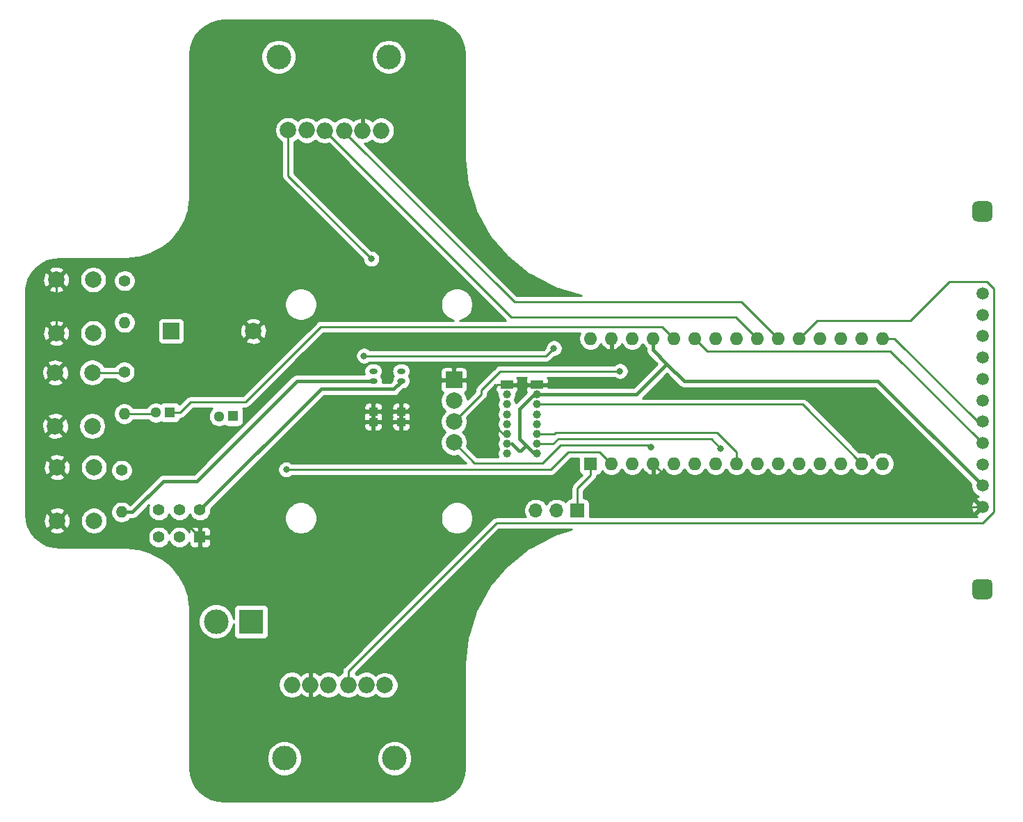
<source format=gbr>
%TF.GenerationSoftware,KiCad,Pcbnew,(5.1.10)-1*%
%TF.CreationDate,2021-12-09T17:47:55-06:00*%
%TF.ProjectId,Sigue_lineas,53696775-655f-46c6-996e-6561732e6b69,rev?*%
%TF.SameCoordinates,Original*%
%TF.FileFunction,Copper,L1,Top*%
%TF.FilePolarity,Positive*%
%FSLAX46Y46*%
G04 Gerber Fmt 4.6, Leading zero omitted, Abs format (unit mm)*
G04 Created by KiCad (PCBNEW (5.1.10)-1) date 2021-12-09 17:47:55*
%MOMM*%
%LPD*%
G01*
G04 APERTURE LIST*
%TA.AperFunction,ComponentPad*%
%ADD10R,1.600000X1.600000*%
%TD*%
%TA.AperFunction,ComponentPad*%
%ADD11O,1.600000X1.600000*%
%TD*%
%TA.AperFunction,ComponentPad*%
%ADD12C,2.000000*%
%TD*%
%TA.AperFunction,ComponentPad*%
%ADD13R,2.000000X2.000000*%
%TD*%
%TA.AperFunction,ComponentPad*%
%ADD14O,1.300000X1.300000*%
%TD*%
%TA.AperFunction,ComponentPad*%
%ADD15R,1.300000X1.300000*%
%TD*%
%TA.AperFunction,ComponentPad*%
%ADD16C,1.400000*%
%TD*%
%TA.AperFunction,ComponentPad*%
%ADD17O,1.400000X1.400000*%
%TD*%
%TA.AperFunction,ComponentPad*%
%ADD18R,1.400000X1.400000*%
%TD*%
%TA.AperFunction,ComponentPad*%
%ADD19O,1.000000X0.700000*%
%TD*%
%TA.AperFunction,ComponentPad*%
%ADD20R,1.000000X1.000000*%
%TD*%
%TA.AperFunction,ComponentPad*%
%ADD21C,1.000000*%
%TD*%
%TA.AperFunction,ComponentPad*%
%ADD22R,1.500000X1.000000*%
%TD*%
%TA.AperFunction,ComponentPad*%
%ADD23O,2.000000X2.000000*%
%TD*%
%TA.AperFunction,ComponentPad*%
%ADD24C,3.000000*%
%TD*%
%TA.AperFunction,ComponentPad*%
%ADD25C,1.500000*%
%TD*%
%TA.AperFunction,ComponentPad*%
%ADD26R,3.000000X3.000000*%
%TD*%
%TA.AperFunction,ComponentPad*%
%ADD27R,1.700000X1.700000*%
%TD*%
%TA.AperFunction,ComponentPad*%
%ADD28O,1.700000X1.700000*%
%TD*%
%TA.AperFunction,ViaPad*%
%ADD29C,0.800000*%
%TD*%
%TA.AperFunction,Conductor*%
%ADD30C,0.250000*%
%TD*%
%TA.AperFunction,Conductor*%
%ADD31C,0.400000*%
%TD*%
%TA.AperFunction,Conductor*%
%ADD32C,0.254000*%
%TD*%
%TA.AperFunction,Conductor*%
%ADD33C,0.100000*%
%TD*%
G04 APERTURE END LIST*
D10*
%TO.P,A1,1*%
%TO.N,SERIAL-TX*%
X160419000Y-98151900D03*
D11*
%TO.P,A1,17*%
%TO.N,Net-(A1-Pad17)*%
X193439000Y-82911900D03*
%TO.P,A1,2*%
%TO.N,SERIAL-RX*%
X162959000Y-98151900D03*
%TO.P,A1,18*%
%TO.N,Net-(A1-Pad18)*%
X190899000Y-82911900D03*
%TO.P,A1,3*%
%TO.N,Net-(A1-Pad3)*%
X165499000Y-98151900D03*
%TO.P,A1,19*%
%TO.N,M2-ENCDR-B*%
X188359000Y-82911900D03*
%TO.P,A1,4*%
%TO.N,GND*%
X168039000Y-98151900D03*
%TO.P,A1,20*%
%TO.N,M2-ENCDR-A*%
X185819000Y-82911900D03*
%TO.P,A1,5*%
%TO.N,QTR-1*%
X170579000Y-98151900D03*
%TO.P,A1,21*%
%TO.N,M1-ENCDR-B*%
X183279000Y-82911900D03*
%TO.P,A1,6*%
%TO.N,MOTOR-2A*%
X173119000Y-98151900D03*
%TO.P,A1,22*%
%TO.N,M1-ENCDR-A*%
X180739000Y-82911900D03*
%TO.P,A1,7*%
%TO.N,IR-LED*%
X175659000Y-98151900D03*
%TO.P,A1,23*%
%TO.N,OLED-SDA*%
X178199000Y-82911900D03*
%TO.P,A1,8*%
%TO.N,MOTOR-1A*%
X178199000Y-98151900D03*
%TO.P,A1,24*%
%TO.N,OLED-SCL*%
X175659000Y-82911900D03*
%TO.P,A1,9*%
%TO.N,MOTOR-1B*%
X180739000Y-98151900D03*
%TO.P,A1,25*%
%TO.N,QTR-8*%
X173119000Y-82911900D03*
%TO.P,A1,10*%
%TO.N,QTR-2*%
X183279000Y-98151900D03*
%TO.P,A1,26*%
%TO.N,BUTTON*%
X170579000Y-82911900D03*
%TO.P,A1,11*%
%TO.N,QTR-3*%
X185819000Y-98151900D03*
%TO.P,A1,27*%
%TO.N,+5V*%
X168039000Y-82911900D03*
%TO.P,A1,12*%
%TO.N,QTR-4*%
X188359000Y-98151900D03*
%TO.P,A1,28*%
%TO.N,Net-(A1-Pad28)*%
X165499000Y-82911900D03*
%TO.P,A1,13*%
%TO.N,QTR-5*%
X190899000Y-98151900D03*
%TO.P,A1,29*%
%TO.N,GND*%
X162959000Y-82911900D03*
%TO.P,A1,14*%
%TO.N,MOTOR-2B*%
X193439000Y-98151900D03*
%TO.P,A1,30*%
%TO.N,Net-(A1-Pad30)*%
X160419000Y-82911900D03*
%TO.P,A1,15*%
%TO.N,QTR-6*%
X195979000Y-98151900D03*
%TO.P,A1,16*%
%TO.N,QTR-7*%
X195979000Y-82911900D03*
%TD*%
D12*
%TO.P,BZ1,2*%
%TO.N,GND*%
X119370000Y-82029300D03*
D13*
%TO.P,BZ1,1*%
%TO.N,Net-(BZ1-Pad1)*%
X109370000Y-82029300D03*
%TD*%
D14*
%TO.P,J1,2*%
%TO.N,Net-(BZ1-Pad1)*%
X115199280Y-92410300D03*
D15*
%TO.P,J1,1*%
%TO.N,SERIAL-RX*%
X116888380Y-92382360D03*
%TD*%
%TO.P,J2,1*%
%TO.N,BUTTON*%
X109187380Y-91927660D03*
D14*
%TO.P,J2,2*%
%TO.N,Net-(J2-Pad2)*%
X107498280Y-91955600D03*
%TD*%
D12*
%TO.P,LCD1,3*%
%TO.N,OLED-SCL*%
X143779100Y-93050200D03*
%TO.P,LCD1,2*%
%TO.N,+5V*%
X143779100Y-90510200D03*
%TO.P,LCD1,4*%
%TO.N,OLED-SDA*%
X143779100Y-95590200D03*
D13*
%TO.P,LCD1,1*%
%TO.N,GND*%
X143779100Y-87970200D03*
%TD*%
D16*
%TO.P,R1,1*%
%TO.N,Net-(J2-Pad2)*%
X103335000Y-98976200D03*
D17*
%TO.P,R1,2*%
%TO.N,+5V*%
X103335000Y-104056200D03*
%TD*%
%TO.P,R2,2*%
%TO.N,Net-(J2-Pad2)*%
X103660000Y-92090200D03*
D16*
%TO.P,R2,1*%
%TO.N,Net-(R2-Pad1)*%
X103660000Y-87010200D03*
%TD*%
%TO.P,R3,1*%
%TO.N,Net-(R3-Pad1)*%
X103708000Y-75897700D03*
D17*
%TO.P,R3,2*%
%TO.N,Net-(R2-Pad1)*%
X103708000Y-80977700D03*
%TD*%
D18*
%TO.P,SW1,1*%
%TO.N,GND*%
X112873000Y-107119000D03*
D16*
%TO.P,SW1,2*%
%TO.N,-BATT*%
X110373000Y-107119000D03*
%TO.P,SW1,3*%
%TO.N,Net-(SW1-Pad3)*%
X107873000Y-107119000D03*
%TO.P,SW1,4*%
%TO.N,+12V*%
X112873000Y-103819000D03*
%TO.P,SW1,5*%
%TO.N,+BATT*%
X110373000Y-103819000D03*
%TO.P,SW1,6*%
%TO.N,Net-(SW1-Pad6)*%
X107873000Y-103819000D03*
%TD*%
D12*
%TO.P,SW2,2*%
%TO.N,GND*%
X95456600Y-98602800D03*
%TO.P,SW2,1*%
%TO.N,Net-(J2-Pad2)*%
X99956600Y-98602800D03*
%TO.P,SW2,2*%
%TO.N,GND*%
X95456600Y-105102800D03*
%TO.P,SW2,1*%
%TO.N,Net-(J2-Pad2)*%
X99956600Y-105102800D03*
%TD*%
%TO.P,SW3,2*%
%TO.N,GND*%
X95256000Y-87078800D03*
%TO.P,SW3,1*%
%TO.N,Net-(R2-Pad1)*%
X99756000Y-87078800D03*
%TO.P,SW3,2*%
%TO.N,GND*%
X95256000Y-93578800D03*
%TO.P,SW3,1*%
%TO.N,Net-(R2-Pad1)*%
X99756000Y-93578800D03*
%TD*%
%TO.P,SW4,1*%
%TO.N,Net-(R3-Pad1)*%
X99875300Y-82263100D03*
%TO.P,SW4,2*%
%TO.N,GND*%
X95375300Y-82263100D03*
%TO.P,SW4,1*%
%TO.N,Net-(R3-Pad1)*%
X99875300Y-75763100D03*
%TO.P,SW4,2*%
%TO.N,GND*%
X95375300Y-75763100D03*
%TD*%
D19*
%TO.P,U2,3*%
%TO.N,+5V*%
X133971000Y-86908800D03*
X133971000Y-88108800D03*
%TO.P,U2,2*%
%TO.N,+12V*%
X137371000Y-88108800D03*
X137371000Y-86908800D03*
D20*
%TO.P,U2,4*%
%TO.N,GND*%
X133971000Y-93108800D03*
X133971000Y-91808800D03*
%TO.P,U2,1*%
X137371000Y-93108800D03*
X137371000Y-91808800D03*
%TD*%
D21*
%TO.P,U3,23*%
%TO.N,+5V*%
X153919000Y-96949400D03*
%TO.P,U3,21*%
%TO.N,MOTOR-1A*%
X153919000Y-94549400D03*
%TO.P,U3,22*%
%TO.N,MOTOR-1B*%
X153919000Y-95749400D03*
%TO.P,U3,19*%
%TO.N,MOTOR-EN*%
X153919000Y-93349400D03*
%TO.P,U3,17*%
%TO.N,MOTOR-2A*%
X153919000Y-92149400D03*
%TO.P,U3,16*%
%TO.N,MOTOR-2B*%
X153919000Y-90949400D03*
%TO.P,U3,15*%
%TO.N,+5V*%
X153919000Y-89749400D03*
D22*
%TO.P,U3,18*%
%TO.N,GND*%
X153919000Y-88549400D03*
D21*
%TO.P,U3,24*%
%TO.N,+12V*%
X150219000Y-96949400D03*
%TO.P,U3,20*%
%TO.N,+5V*%
X150219000Y-95749400D03*
%TO.P,U3,3*%
%TO.N,GND*%
X150219000Y-94549400D03*
%TO.P,U3,1*%
%TO.N,Net-(U3-Pad1)*%
X150219000Y-93349400D03*
%TO.P,U3,5*%
%TO.N,Net-(U3-Pad5)*%
X150219000Y-92149400D03*
%TO.P,U3,11*%
%TO.N,Net-(U3-Pad11)*%
X150219000Y-90949400D03*
%TO.P,U3,7*%
%TO.N,Net-(U3-Pad7)*%
X150219000Y-89749400D03*
D22*
%TO.P,U3,9*%
%TO.N,GND*%
X150219000Y-88549400D03*
%TD*%
D23*
%TO.P,U4,4*%
%TO.N,M1-ENCDR-B*%
X130476000Y-57602100D03*
%TO.P,U4,5*%
%TO.N,GND*%
X132676000Y-57602100D03*
D12*
%TO.P,U4,1*%
%TO.N,Net-(U3-Pad1)*%
X123611800Y-57548760D03*
D23*
%TO.P,U4,2*%
%TO.N,+5V*%
X125876000Y-57581780D03*
%TO.P,U4,3*%
%TO.N,M1-ENCDR-A*%
X128076000Y-57602100D03*
%TO.P,U4,6*%
%TO.N,Net-(U3-Pad5)*%
X134936000Y-57602100D03*
D24*
%TO.P,U4,*%
%TO.N,*%
X122443400Y-48646300D03*
X135852060Y-48646300D03*
%TD*%
%TO.P,U5,*%
%TO.N,*%
X123141940Y-134030000D03*
X136550600Y-134030000D03*
D23*
%TO.P,U5,6*%
%TO.N,Net-(U3-Pad7)*%
X124058000Y-125074200D03*
%TO.P,U5,3*%
%TO.N,M2-ENCDR-A*%
X130918000Y-125074200D03*
%TO.P,U5,2*%
%TO.N,+5V*%
X133118000Y-125094520D03*
D12*
%TO.P,U5,1*%
%TO.N,Net-(U3-Pad11)*%
X135382200Y-125127540D03*
D23*
%TO.P,U5,5*%
%TO.N,GND*%
X126318000Y-125074200D03*
%TO.P,U5,4*%
%TO.N,M2-ENCDR-B*%
X128518000Y-125074200D03*
%TD*%
D25*
%TO.P,U6,6*%
%TO.N,QTR-6*%
X208132000Y-90453000D03*
%TO.P,U6,5*%
%TO.N,QTR-5*%
X208132000Y-87853000D03*
%TO.P,U6,4*%
%TO.N,QTR-4*%
X208132000Y-85253000D03*
%TO.P,U6,3*%
%TO.N,QTR-3*%
X208132000Y-82653000D03*
%TO.P,U6,2*%
%TO.N,QTR-2*%
X208132000Y-80053000D03*
%TO.P,U6,1*%
%TO.N,QTR-1*%
X208132000Y-77453000D03*
%TO.P,U6,7*%
%TO.N,QTR-7*%
X208132000Y-93053000D03*
%TO.P,U6,8*%
%TO.N,QTR-8*%
X208132000Y-95653000D03*
%TO.P,U6,16*%
%TO.N,IR_LED*%
X208132000Y-98253000D03*
%TO.P,U6,18*%
%TO.N,+5V*%
X208132000Y-100853000D03*
%TO.P,U6,19*%
%TO.N,GND*%
X208132000Y-103453000D03*
%TO.P,U6,*%
%TO.N,*%
%TA.AperFunction,ComponentPad*%
G36*
G01*
X208757000Y-68703000D02*
X207507000Y-68703000D01*
G75*
G02*
X206882000Y-68078000I0J625000D01*
G01*
X206882000Y-66828000D01*
G75*
G02*
X207507000Y-66203000I625000J0D01*
G01*
X208757000Y-66203000D01*
G75*
G02*
X209382000Y-66828000I0J-625000D01*
G01*
X209382000Y-68078000D01*
G75*
G02*
X208757000Y-68703000I-625000J0D01*
G01*
G37*
%TD.AperFunction*%
%TA.AperFunction,ComponentPad*%
G36*
G01*
X208757000Y-114703000D02*
X207507000Y-114703000D01*
G75*
G02*
X206882000Y-114078000I0J625000D01*
G01*
X206882000Y-112828000D01*
G75*
G02*
X207507000Y-112203000I625000J0D01*
G01*
X208757000Y-112203000D01*
G75*
G02*
X209382000Y-112828000I0J-625000D01*
G01*
X209382000Y-114078000D01*
G75*
G02*
X208757000Y-114703000I-625000J0D01*
G01*
G37*
%TD.AperFunction*%
%TD*%
D24*
%TO.P,J4,1*%
%TO.N,-BATT*%
X114830540Y-117368640D03*
D26*
%TO.P,J4,2*%
%TO.N,+BATT*%
X119082500Y-117394040D03*
%TD*%
D27*
%TO.P,J5,1*%
%TO.N,SERIAL-TX*%
X158836000Y-103866000D03*
D28*
%TO.P,J5,2*%
%TO.N,MOTOR-EN*%
X156296000Y-103866000D03*
%TO.P,J5,3*%
%TO.N,+5V*%
X153756000Y-103866000D03*
%TD*%
D29*
%TO.N,SERIAL-RX*%
X123378100Y-98872100D03*
%TO.N,M2-ENCDR-B*%
X132844500Y-85039500D03*
X155963500Y-84111300D03*
%TO.N,OLED-SDA*%
X167759500Y-96170600D03*
%TO.N,OLED-SCL*%
X164006500Y-86902400D03*
%TO.N,MOTOR-1B*%
X176282700Y-96295100D03*
%TO.N,Net-(U3-Pad1)*%
X133736100Y-73219400D03*
%TD*%
D30*
%TO.N,SERIAL-TX*%
X160419000Y-98151900D02*
X160419000Y-99577200D01*
X158836000Y-103866000D02*
X158836000Y-101160200D01*
X158836000Y-101160200D02*
X160419000Y-99577200D01*
%TO.N,SERIAL-RX*%
X162959000Y-98151900D02*
X161533600Y-96726500D01*
X161533600Y-96726500D02*
X157741100Y-96726500D01*
X157741100Y-96726500D02*
X155595500Y-98872100D01*
X155595500Y-98872100D02*
X123378100Y-98872100D01*
%TO.N,M2-ENCDR-B*%
X132844500Y-85039500D02*
X155035300Y-85039500D01*
X155035300Y-85039500D02*
X155963500Y-84111300D01*
%TO.N,GND*%
X95375300Y-75763100D02*
X95375300Y-82263100D01*
X97010400Y-83898200D02*
X95375300Y-82263100D01*
X208132000Y-103453000D02*
X173340100Y-103453000D01*
X173340100Y-103453000D02*
X168039000Y-98151900D01*
X137371000Y-93108800D02*
X137371000Y-91983500D01*
X137933700Y-91808800D02*
X137759000Y-91983500D01*
X137759000Y-91983500D02*
X137371000Y-91983500D01*
X137371000Y-91808800D02*
X137933700Y-91808800D01*
X112873000Y-107119000D02*
X112873000Y-108444300D01*
X112873000Y-108444300D02*
X114032600Y-108444300D01*
X114032600Y-108444300D02*
X126318000Y-120729700D01*
X126318000Y-120729700D02*
X126318000Y-125074200D01*
X95456600Y-105102800D02*
X97110400Y-106756600D01*
X97110400Y-106756600D02*
X102509000Y-106756600D01*
X102509000Y-106756600D02*
X103503000Y-105762600D01*
X103503000Y-105762600D02*
X111516600Y-105762600D01*
X111516600Y-105762600D02*
X112873000Y-107119000D01*
X97010400Y-85324400D02*
X95256000Y-87078800D01*
X153919000Y-88549400D02*
X150219000Y-88549400D01*
X143779100Y-87970200D02*
X142153800Y-87970200D01*
X133971000Y-91808800D02*
X137371000Y-91808800D01*
X137933700Y-91808800D02*
X142153800Y-87970200D01*
X117501100Y-83898200D02*
X99585780Y-83913980D01*
X119370000Y-82029300D02*
X117501100Y-83898200D01*
X99585780Y-83913980D02*
X99049840Y-83913980D01*
X98363860Y-84599960D02*
X97010400Y-84599960D01*
X99049840Y-83913980D02*
X98363860Y-84599960D01*
X97010400Y-84599960D02*
X97010400Y-85324400D01*
X97010400Y-83898200D02*
X97010400Y-84599960D01*
X149793800Y-94549400D02*
X150219000Y-94549400D01*
X148843700Y-93599300D02*
X149793800Y-94549400D01*
X148846540Y-89131140D02*
X148843700Y-93599300D01*
X148846540Y-89131140D02*
X148846540Y-88752680D01*
X149049820Y-88549400D02*
X150219000Y-88549400D01*
X148846540Y-88752680D02*
X149049820Y-88549400D01*
%TO.N,M2-ENCDR-A*%
X130918000Y-125074200D02*
X130918000Y-123448900D01*
X130918000Y-123448900D02*
X148941200Y-105425700D01*
X148941200Y-105425700D02*
X208124800Y-105425700D01*
X208124800Y-105425700D02*
X209550600Y-103999900D01*
X209550600Y-103999900D02*
X209550600Y-76875400D01*
X209550600Y-76875400D02*
X208706700Y-76031500D01*
X208706700Y-76031500D02*
X204069300Y-76031500D01*
X204069300Y-76031500D02*
X199348800Y-80752000D01*
X199348800Y-80752000D02*
X187978900Y-80752000D01*
X187978900Y-80752000D02*
X185819000Y-82911900D01*
%TO.N,M1-ENCDR-B*%
X183279000Y-82911900D02*
X178808200Y-78441100D01*
X178808200Y-78441100D02*
X151147700Y-78441100D01*
X151147700Y-78441100D02*
X130476000Y-57769400D01*
X130476000Y-57769400D02*
X130476000Y-57602100D01*
%TO.N,M1-ENCDR-A*%
X128076000Y-57602100D02*
X150792500Y-80318600D01*
X150792500Y-80318600D02*
X178145700Y-80318600D01*
X178145700Y-80318600D02*
X180739000Y-82911900D01*
%TO.N,OLED-SDA*%
X143779100Y-95590200D02*
X146274100Y-98085200D01*
X146274100Y-98085200D02*
X154599300Y-98085200D01*
X154599300Y-98085200D02*
X156760800Y-95923700D01*
X156760800Y-95923700D02*
X167512600Y-95923700D01*
X167512600Y-95923700D02*
X167759500Y-96170600D01*
%TO.N,MOTOR-1A*%
X178199000Y-96726600D02*
X175829700Y-94357300D01*
X175829700Y-94357300D02*
X156204900Y-94357300D01*
X156204900Y-94357300D02*
X156012800Y-94549400D01*
X156012800Y-94549400D02*
X153919000Y-94549400D01*
X178199000Y-98151900D02*
X178199000Y-96726600D01*
%TO.N,OLED-SCL*%
X143779100Y-93050200D02*
X147124100Y-89705200D01*
X147124100Y-89705200D02*
X147124100Y-89206100D01*
X147124100Y-89206100D02*
X149427800Y-86902400D01*
X149427800Y-86902400D02*
X164006500Y-86902400D01*
%TO.N,MOTOR-1B*%
X176282700Y-96295100D02*
X175111600Y-95124000D01*
X175111600Y-95124000D02*
X156499300Y-95124000D01*
X156499300Y-95124000D02*
X155873900Y-95749400D01*
X155873900Y-95749400D02*
X153919000Y-95749400D01*
%TO.N,QTR-8*%
X208132000Y-95653000D02*
X196937200Y-84458200D01*
X196937200Y-84458200D02*
X174665300Y-84458200D01*
X174665300Y-84458200D02*
X173119000Y-82911900D01*
%TO.N,BUTTON*%
X109187400Y-91927700D02*
X110462700Y-91927700D01*
X110462700Y-91927700D02*
X111738000Y-90652400D01*
X111738000Y-90652400D02*
X118419500Y-90652400D01*
X118419500Y-90652400D02*
X127594200Y-81477700D01*
X127594200Y-81477700D02*
X169144800Y-81477700D01*
X169144800Y-81477700D02*
X170579000Y-82911900D01*
D31*
%TO.N,+5V*%
X103335000Y-104056200D02*
X104660300Y-104056200D01*
X133971000Y-88108800D02*
X124663900Y-88108800D01*
X124663900Y-88108800D02*
X112471100Y-100301600D01*
X112471100Y-100301600D02*
X108414900Y-100301600D01*
X108414900Y-100301600D02*
X104660300Y-104056200D01*
X151735800Y-95159500D02*
X151735800Y-91539200D01*
X151735800Y-91539200D02*
X153525600Y-89749400D01*
D30*
X153525600Y-89749400D02*
X153919000Y-89749400D01*
X153525700Y-96949400D02*
X153919000Y-96949400D01*
D31*
X153919000Y-89749400D02*
X162626800Y-89749400D01*
X208132000Y-100853000D02*
X195402000Y-88123000D01*
X195402000Y-88123000D02*
X171824800Y-88123000D01*
X168039000Y-82911900D02*
X168039000Y-84337200D01*
X151735800Y-95159500D02*
X152416680Y-95840380D01*
X152416680Y-95840380D02*
X152599560Y-96023260D01*
X152599560Y-96023260D02*
X153525700Y-96949400D01*
D30*
X152599560Y-96023260D02*
X152510660Y-96023260D01*
D31*
X152510660Y-96023260D02*
X151965660Y-96568260D01*
X151965660Y-96568260D02*
X151665940Y-96568260D01*
D30*
X150847080Y-95749400D02*
X150219000Y-95749400D01*
D31*
X151665940Y-96568260D02*
X150847080Y-95749400D01*
D30*
X169766570Y-86064770D02*
X169672590Y-86064770D01*
D31*
X171824800Y-88123000D02*
X169766570Y-86064770D01*
X169766570Y-86064770D02*
X168039000Y-84337200D01*
X165987960Y-89749400D02*
X162626800Y-89749400D01*
X169672590Y-86064770D02*
X165987960Y-89749400D01*
D30*
%TO.N,MOTOR-2B*%
X153919000Y-90949400D02*
X186236500Y-90949400D01*
X186236500Y-90949400D02*
X193439000Y-98151900D01*
%TO.N,QTR-7*%
X195979000Y-82911900D02*
X197404300Y-82911900D01*
X197404300Y-82911900D02*
X207545400Y-93053000D01*
X207545400Y-93053000D02*
X208132000Y-93053000D01*
%TO.N,Net-(J2-Pad2)*%
X107363680Y-92090200D02*
X107498280Y-91955600D01*
X103660000Y-92090200D02*
X107363680Y-92090200D01*
%TO.N,Net-(R2-Pad1)*%
X99756000Y-87078800D02*
X103591400Y-87078800D01*
X103591400Y-87078800D02*
X103660000Y-87010200D01*
D31*
%TO.N,+12V*%
X127607900Y-89084100D02*
X112873000Y-103819000D01*
X127607900Y-89084100D02*
X136462820Y-89084100D01*
D30*
X137371000Y-88175920D02*
X137371000Y-88108800D01*
D31*
X136462820Y-89084100D02*
X137371000Y-88175920D01*
D30*
%TO.N,Net-(U3-Pad1)*%
X123611800Y-57548800D02*
X123611800Y-63095100D01*
X123611800Y-63095100D02*
X133736100Y-73219400D01*
%TD*%
D32*
%TO.N,GND*%
X141693894Y-44295899D02*
X142491859Y-44529712D01*
X143225463Y-44908471D01*
X143866356Y-45416518D01*
X144390388Y-46033293D01*
X144778403Y-46734484D01*
X145016679Y-47493209D01*
X145100960Y-48319776D01*
X145100961Y-60764345D01*
X145100707Y-60765645D01*
X145100961Y-60839286D01*
X145100961Y-60875499D01*
X145101090Y-60876813D01*
X145101095Y-60878137D01*
X145104784Y-60914317D01*
X145111987Y-60987451D01*
X145112370Y-60988714D01*
X145427991Y-64084065D01*
X145428382Y-64124091D01*
X145443251Y-64195207D01*
X145457664Y-64266386D01*
X145473109Y-64303313D01*
X146419351Y-67316374D01*
X146427604Y-67354922D01*
X146456523Y-67421962D01*
X146485291Y-67489540D01*
X146507524Y-67522120D01*
X148043593Y-70297983D01*
X148058956Y-70333353D01*
X148101023Y-70394043D01*
X148143223Y-70455253D01*
X148170895Y-70482131D01*
X150237181Y-72914119D01*
X150258575Y-72944992D01*
X150285643Y-72971158D01*
X150285673Y-72971193D01*
X150315858Y-73000366D01*
X150339457Y-73023178D01*
X150339485Y-73023200D01*
X150366563Y-73049370D01*
X150398153Y-73069707D01*
X152914783Y-75064677D01*
X152941018Y-75090173D01*
X152973432Y-75111168D01*
X152974235Y-75111805D01*
X153005101Y-75131681D01*
X153035436Y-75151330D01*
X153036333Y-75151793D01*
X153068815Y-75172710D01*
X153102860Y-75186141D01*
X155972893Y-76667935D01*
X156002827Y-76687528D01*
X156039394Y-76702270D01*
X156041020Y-76703109D01*
X156074172Y-76716290D01*
X156107161Y-76729589D01*
X156108911Y-76730102D01*
X156145555Y-76744671D01*
X156180746Y-76751150D01*
X159293985Y-77663362D01*
X159326596Y-77676743D01*
X159348888Y-77681100D01*
X151462503Y-77681100D01*
X132899919Y-59118518D01*
X133056434Y-59192224D01*
X133243107Y-59135602D01*
X133531382Y-58995499D01*
X133786785Y-58801848D01*
X133804050Y-58782389D01*
X133893748Y-58872087D01*
X134161537Y-59051018D01*
X134459088Y-59174268D01*
X134774967Y-59237100D01*
X135097033Y-59237100D01*
X135412912Y-59174268D01*
X135710463Y-59051018D01*
X135978252Y-58872087D01*
X136205987Y-58644352D01*
X136384918Y-58376563D01*
X136508168Y-58079012D01*
X136571000Y-57763133D01*
X136571000Y-57441067D01*
X136508168Y-57125188D01*
X136384918Y-56827637D01*
X136205987Y-56559848D01*
X135978252Y-56332113D01*
X135710463Y-56153182D01*
X135412912Y-56029932D01*
X135097033Y-55967100D01*
X134774967Y-55967100D01*
X134459088Y-56029932D01*
X134161537Y-56153182D01*
X133893748Y-56332113D01*
X133804050Y-56421811D01*
X133786785Y-56402352D01*
X133531382Y-56208701D01*
X133243107Y-56068598D01*
X133056434Y-56011976D01*
X132803000Y-56131323D01*
X132803000Y-57475100D01*
X132823000Y-57475100D01*
X132823000Y-57729100D01*
X132803000Y-57729100D01*
X132803000Y-57749100D01*
X132549000Y-57749100D01*
X132549000Y-57729100D01*
X132529000Y-57729100D01*
X132529000Y-57475100D01*
X132549000Y-57475100D01*
X132549000Y-56131323D01*
X132295566Y-56011976D01*
X132108893Y-56068598D01*
X131820618Y-56208701D01*
X131578453Y-56392314D01*
X131518252Y-56332113D01*
X131250463Y-56153182D01*
X130952912Y-56029932D01*
X130637033Y-55967100D01*
X130314967Y-55967100D01*
X129999088Y-56029932D01*
X129701537Y-56153182D01*
X129433748Y-56332113D01*
X129276000Y-56489861D01*
X129118252Y-56332113D01*
X128850463Y-56153182D01*
X128552912Y-56029932D01*
X128237033Y-55967100D01*
X127914967Y-55967100D01*
X127599088Y-56029932D01*
X127301537Y-56153182D01*
X127033748Y-56332113D01*
X126986160Y-56379701D01*
X126918252Y-56311793D01*
X126650463Y-56132862D01*
X126352912Y-56009612D01*
X126037033Y-55946780D01*
X125714967Y-55946780D01*
X125399088Y-56009612D01*
X125101537Y-56132862D01*
X124833748Y-56311793D01*
X124760410Y-56385131D01*
X124654052Y-56278773D01*
X124386263Y-56099842D01*
X124088712Y-55976592D01*
X123772833Y-55913760D01*
X123450767Y-55913760D01*
X123134888Y-55976592D01*
X122837337Y-56099842D01*
X122569548Y-56278773D01*
X122341813Y-56506508D01*
X122162882Y-56774297D01*
X122039632Y-57071848D01*
X121976800Y-57387727D01*
X121976800Y-57709793D01*
X122039632Y-58025672D01*
X122162882Y-58323223D01*
X122341813Y-58591012D01*
X122569548Y-58818747D01*
X122837337Y-58997678D01*
X122851800Y-59003669D01*
X122851801Y-63057768D01*
X122848124Y-63095100D01*
X122862798Y-63244085D01*
X122906254Y-63387346D01*
X122976826Y-63519376D01*
X123048001Y-63606102D01*
X123071800Y-63635101D01*
X123100798Y-63658899D01*
X132701100Y-73259202D01*
X132701100Y-73321339D01*
X132740874Y-73521298D01*
X132818895Y-73709656D01*
X132932163Y-73879174D01*
X133076326Y-74023337D01*
X133245844Y-74136605D01*
X133434202Y-74214626D01*
X133634161Y-74254400D01*
X133838039Y-74254400D01*
X134037998Y-74214626D01*
X134226356Y-74136605D01*
X134395874Y-74023337D01*
X134540037Y-73879174D01*
X134653305Y-73709656D01*
X134731326Y-73521298D01*
X134771100Y-73321339D01*
X134771100Y-73117461D01*
X134731326Y-72917502D01*
X134653305Y-72729144D01*
X134540037Y-72559626D01*
X134395874Y-72415463D01*
X134226356Y-72302195D01*
X134037998Y-72224174D01*
X133838039Y-72184400D01*
X133775902Y-72184400D01*
X124371800Y-62780299D01*
X124371800Y-59003669D01*
X124386263Y-58997678D01*
X124654052Y-58818747D01*
X124727390Y-58745409D01*
X124833748Y-58851767D01*
X125101537Y-59030698D01*
X125399088Y-59153948D01*
X125714967Y-59216780D01*
X126037033Y-59216780D01*
X126352912Y-59153948D01*
X126650463Y-59030698D01*
X126918252Y-58851767D01*
X126965840Y-58804179D01*
X127033748Y-58872087D01*
X127301537Y-59051018D01*
X127599088Y-59174268D01*
X127914967Y-59237100D01*
X128237033Y-59237100D01*
X128552912Y-59174268D01*
X128567376Y-59168277D01*
X150116797Y-80717700D01*
X144537031Y-80717700D01*
X144732003Y-80678918D01*
X145093250Y-80529285D01*
X145418364Y-80312051D01*
X145694851Y-80035564D01*
X145912085Y-79710450D01*
X146061718Y-79349203D01*
X146138000Y-78965705D01*
X146138000Y-78574695D01*
X146061718Y-78191197D01*
X145912085Y-77829950D01*
X145694851Y-77504836D01*
X145418364Y-77228349D01*
X145093250Y-77011115D01*
X144732003Y-76861482D01*
X144348505Y-76785200D01*
X143957495Y-76785200D01*
X143573997Y-76861482D01*
X143212750Y-77011115D01*
X142887636Y-77228349D01*
X142611149Y-77504836D01*
X142393915Y-77829950D01*
X142244282Y-78191197D01*
X142168000Y-78574695D01*
X142168000Y-78965705D01*
X142244282Y-79349203D01*
X142393915Y-79710450D01*
X142611149Y-80035564D01*
X142887636Y-80312051D01*
X143212750Y-80529285D01*
X143573997Y-80678918D01*
X143768969Y-80717700D01*
X127631522Y-80717700D01*
X127594199Y-80714024D01*
X127556876Y-80717700D01*
X127556867Y-80717700D01*
X127445214Y-80728697D01*
X127301953Y-80772154D01*
X127169924Y-80842726D01*
X127054199Y-80937699D01*
X127030401Y-80966697D01*
X118104699Y-89892400D01*
X111775333Y-89892400D01*
X111738000Y-89888723D01*
X111700667Y-89892400D01*
X111589014Y-89903397D01*
X111445753Y-89946854D01*
X111313724Y-90017426D01*
X111197999Y-90112399D01*
X111174201Y-90141397D01*
X110376457Y-90939142D01*
X110367917Y-90923166D01*
X110288565Y-90826475D01*
X110191874Y-90747123D01*
X110081560Y-90688158D01*
X109961862Y-90651848D01*
X109837380Y-90639588D01*
X108537380Y-90639588D01*
X108412898Y-90651848D01*
X108293200Y-90688158D01*
X108182886Y-90747123D01*
X108100955Y-90814361D01*
X107873101Y-90719981D01*
X107624841Y-90670600D01*
X107371719Y-90670600D01*
X107123459Y-90719981D01*
X106889604Y-90816847D01*
X106679140Y-90957475D01*
X106500155Y-91136460D01*
X106370702Y-91330200D01*
X104757775Y-91330200D01*
X104696962Y-91239187D01*
X104511013Y-91053238D01*
X104292359Y-90907139D01*
X104049405Y-90806504D01*
X103791486Y-90755200D01*
X103528514Y-90755200D01*
X103270595Y-90806504D01*
X103027641Y-90907139D01*
X102808987Y-91053238D01*
X102623038Y-91239187D01*
X102476939Y-91457841D01*
X102376304Y-91700795D01*
X102325000Y-91958714D01*
X102325000Y-92221686D01*
X102376304Y-92479605D01*
X102476939Y-92722559D01*
X102623038Y-92941213D01*
X102808987Y-93127162D01*
X103027641Y-93273261D01*
X103270595Y-93373896D01*
X103528514Y-93425200D01*
X103791486Y-93425200D01*
X104049405Y-93373896D01*
X104292359Y-93273261D01*
X104511013Y-93127162D01*
X104696962Y-92941213D01*
X104757775Y-92850200D01*
X106575615Y-92850200D01*
X106679140Y-92953725D01*
X106889604Y-93094353D01*
X107123459Y-93191219D01*
X107371719Y-93240600D01*
X107624841Y-93240600D01*
X107873101Y-93191219D01*
X108106956Y-93094353D01*
X108139511Y-93072600D01*
X108182886Y-93108197D01*
X108293200Y-93167162D01*
X108412898Y-93203472D01*
X108537380Y-93215732D01*
X109837380Y-93215732D01*
X109961862Y-93203472D01*
X110081560Y-93167162D01*
X110191874Y-93108197D01*
X110288565Y-93028845D01*
X110367917Y-92932154D01*
X110426882Y-92821840D01*
X110463192Y-92702142D01*
X110464268Y-92691222D01*
X110500022Y-92687700D01*
X110500033Y-92687700D01*
X110611686Y-92676703D01*
X110754947Y-92633246D01*
X110886976Y-92562674D01*
X111002701Y-92467701D01*
X111026504Y-92438697D01*
X112052802Y-91412400D01*
X114379915Y-91412400D01*
X114201155Y-91591160D01*
X114060527Y-91801624D01*
X113963661Y-92035479D01*
X113914280Y-92283739D01*
X113914280Y-92536861D01*
X113963661Y-92785121D01*
X114060527Y-93018976D01*
X114201155Y-93229440D01*
X114380140Y-93408425D01*
X114590604Y-93549053D01*
X114824459Y-93645919D01*
X115072719Y-93695300D01*
X115325841Y-93695300D01*
X115574101Y-93645919D01*
X115807956Y-93549053D01*
X115840511Y-93527300D01*
X115883886Y-93562897D01*
X115994200Y-93621862D01*
X116113898Y-93658172D01*
X116238380Y-93670432D01*
X117538380Y-93670432D01*
X117662862Y-93658172D01*
X117782560Y-93621862D01*
X117892874Y-93562897D01*
X117989565Y-93483545D01*
X118068917Y-93386854D01*
X118127882Y-93276540D01*
X118164192Y-93156842D01*
X118176452Y-93032360D01*
X118176452Y-91732360D01*
X118164192Y-91607878D01*
X118127882Y-91488180D01*
X118087376Y-91412400D01*
X118382178Y-91412400D01*
X118419500Y-91416076D01*
X118456822Y-91412400D01*
X118456833Y-91412400D01*
X118568486Y-91401403D01*
X118711747Y-91357946D01*
X118843776Y-91287374D01*
X118959501Y-91192401D01*
X118983304Y-91163397D01*
X125209140Y-84937561D01*
X131809500Y-84937561D01*
X131809500Y-85141439D01*
X131849274Y-85341398D01*
X131927295Y-85529756D01*
X132040563Y-85699274D01*
X132184726Y-85843437D01*
X132354244Y-85956705D01*
X132542602Y-86034726D01*
X132742561Y-86074500D01*
X132946439Y-86074500D01*
X133146398Y-86034726D01*
X133334756Y-85956705D01*
X133504274Y-85843437D01*
X133548211Y-85799500D01*
X154997978Y-85799500D01*
X155035300Y-85803176D01*
X155072622Y-85799500D01*
X155072633Y-85799500D01*
X155184286Y-85788503D01*
X155327547Y-85745046D01*
X155459576Y-85674474D01*
X155575301Y-85579501D01*
X155599103Y-85550498D01*
X156003301Y-85146300D01*
X156065439Y-85146300D01*
X156265398Y-85106526D01*
X156453756Y-85028505D01*
X156623274Y-84915237D01*
X156767437Y-84771074D01*
X156880705Y-84601556D01*
X156958726Y-84413198D01*
X156998500Y-84213239D01*
X156998500Y-84009361D01*
X156958726Y-83809402D01*
X156880705Y-83621044D01*
X156767437Y-83451526D01*
X156623274Y-83307363D01*
X156453756Y-83194095D01*
X156265398Y-83116074D01*
X156065439Y-83076300D01*
X155861561Y-83076300D01*
X155661602Y-83116074D01*
X155473244Y-83194095D01*
X155303726Y-83307363D01*
X155159563Y-83451526D01*
X155046295Y-83621044D01*
X154968274Y-83809402D01*
X154928500Y-84009361D01*
X154928500Y-84071499D01*
X154720499Y-84279500D01*
X133548211Y-84279500D01*
X133504274Y-84235563D01*
X133334756Y-84122295D01*
X133146398Y-84044274D01*
X132946439Y-84004500D01*
X132742561Y-84004500D01*
X132542602Y-84044274D01*
X132354244Y-84122295D01*
X132184726Y-84235563D01*
X132040563Y-84379726D01*
X131927295Y-84549244D01*
X131849274Y-84737602D01*
X131809500Y-84937561D01*
X125209140Y-84937561D01*
X127909002Y-82237700D01*
X159145031Y-82237700D01*
X159039147Y-82493326D01*
X158984000Y-82770565D01*
X158984000Y-83053235D01*
X159039147Y-83330474D01*
X159147320Y-83591627D01*
X159304363Y-83826659D01*
X159504241Y-84026537D01*
X159739273Y-84183580D01*
X160000426Y-84291753D01*
X160277665Y-84346900D01*
X160560335Y-84346900D01*
X160837574Y-84291753D01*
X161098727Y-84183580D01*
X161333759Y-84026537D01*
X161533637Y-83826659D01*
X161690680Y-83591627D01*
X161695067Y-83581035D01*
X161806615Y-83767031D01*
X161995586Y-83975419D01*
X162221580Y-84142937D01*
X162475913Y-84263146D01*
X162609961Y-84303804D01*
X162832000Y-84181815D01*
X162832000Y-83038900D01*
X162812000Y-83038900D01*
X162812000Y-82784900D01*
X162832000Y-82784900D01*
X162832000Y-82764900D01*
X163086000Y-82764900D01*
X163086000Y-82784900D01*
X163106000Y-82784900D01*
X163106000Y-83038900D01*
X163086000Y-83038900D01*
X163086000Y-84181815D01*
X163308039Y-84303804D01*
X163442087Y-84263146D01*
X163696420Y-84142937D01*
X163922414Y-83975419D01*
X164111385Y-83767031D01*
X164222933Y-83581035D01*
X164227320Y-83591627D01*
X164384363Y-83826659D01*
X164584241Y-84026537D01*
X164819273Y-84183580D01*
X165080426Y-84291753D01*
X165357665Y-84346900D01*
X165640335Y-84346900D01*
X165917574Y-84291753D01*
X166178727Y-84183580D01*
X166413759Y-84026537D01*
X166613637Y-83826659D01*
X166769000Y-83594141D01*
X166924363Y-83826659D01*
X167124241Y-84026537D01*
X167204001Y-84079831D01*
X167204001Y-84296172D01*
X167199960Y-84337200D01*
X167216082Y-84500888D01*
X167263828Y-84658286D01*
X167324115Y-84771074D01*
X167341365Y-84803346D01*
X167445710Y-84930491D01*
X167477574Y-84956641D01*
X168538712Y-86017780D01*
X165642093Y-88914400D01*
X155305136Y-88914400D01*
X155304000Y-88835150D01*
X155145250Y-88676400D01*
X154294447Y-88676400D01*
X154250067Y-88658017D01*
X154030788Y-88614400D01*
X153807212Y-88614400D01*
X153587933Y-88658017D01*
X153543553Y-88676400D01*
X152692750Y-88676400D01*
X152534000Y-88835150D01*
X152530928Y-89049400D01*
X152543188Y-89173882D01*
X152579498Y-89293580D01*
X152638463Y-89403894D01*
X152661801Y-89432331D01*
X151337827Y-90756306D01*
X151310383Y-90618333D01*
X151224824Y-90411776D01*
X151183146Y-90349400D01*
X151224824Y-90287024D01*
X151310383Y-90080467D01*
X151354000Y-89861188D01*
X151354000Y-89637612D01*
X151339857Y-89566508D01*
X151420185Y-89500585D01*
X151499537Y-89403894D01*
X151558502Y-89293580D01*
X151594812Y-89173882D01*
X151607072Y-89049400D01*
X151604000Y-88835150D01*
X151445250Y-88676400D01*
X150594447Y-88676400D01*
X150550067Y-88658017D01*
X150330788Y-88614400D01*
X150107212Y-88614400D01*
X150072000Y-88621404D01*
X150072000Y-88422400D01*
X150092000Y-88422400D01*
X150092000Y-88402400D01*
X150346000Y-88402400D01*
X150346000Y-88422400D01*
X151445250Y-88422400D01*
X151604000Y-88263650D01*
X151607072Y-88049400D01*
X151594812Y-87924918D01*
X151558502Y-87805220D01*
X151499537Y-87694906D01*
X151472860Y-87662400D01*
X152665140Y-87662400D01*
X152638463Y-87694906D01*
X152579498Y-87805220D01*
X152543188Y-87924918D01*
X152530928Y-88049400D01*
X152534000Y-88263650D01*
X152692750Y-88422400D01*
X153792000Y-88422400D01*
X153792000Y-88402400D01*
X154046000Y-88402400D01*
X154046000Y-88422400D01*
X155145250Y-88422400D01*
X155304000Y-88263650D01*
X155307072Y-88049400D01*
X155294812Y-87924918D01*
X155258502Y-87805220D01*
X155199537Y-87694906D01*
X155172860Y-87662400D01*
X163302789Y-87662400D01*
X163346726Y-87706337D01*
X163516244Y-87819605D01*
X163704602Y-87897626D01*
X163904561Y-87937400D01*
X164108439Y-87937400D01*
X164308398Y-87897626D01*
X164496756Y-87819605D01*
X164666274Y-87706337D01*
X164810437Y-87562174D01*
X164923705Y-87392656D01*
X165001726Y-87204298D01*
X165041500Y-87004339D01*
X165041500Y-86800461D01*
X165001726Y-86600502D01*
X164923705Y-86412144D01*
X164810437Y-86242626D01*
X164666274Y-86098463D01*
X164496756Y-85985195D01*
X164308398Y-85907174D01*
X164108439Y-85867400D01*
X163904561Y-85867400D01*
X163704602Y-85907174D01*
X163516244Y-85985195D01*
X163346726Y-86098463D01*
X163302789Y-86142400D01*
X149465125Y-86142400D01*
X149427800Y-86138724D01*
X149390475Y-86142400D01*
X149390467Y-86142400D01*
X149278814Y-86153397D01*
X149135553Y-86196854D01*
X149003524Y-86267426D01*
X148887799Y-86362399D01*
X148864001Y-86391397D01*
X146613098Y-88642301D01*
X146584100Y-88666099D01*
X146489126Y-88781824D01*
X146418554Y-88913853D01*
X146375097Y-89057114D01*
X146364100Y-89168767D01*
X146364100Y-89168778D01*
X146360424Y-89206100D01*
X146364100Y-89243422D01*
X146364100Y-89390398D01*
X145412645Y-90341853D01*
X145351268Y-90033288D01*
X145228018Y-89735737D01*
X145087470Y-89525391D01*
X145133594Y-89500737D01*
X145230285Y-89421385D01*
X145309637Y-89324694D01*
X145368602Y-89214380D01*
X145404912Y-89094682D01*
X145417172Y-88970200D01*
X145414100Y-88255950D01*
X145255350Y-88097200D01*
X143906100Y-88097200D01*
X143906100Y-88117200D01*
X143652100Y-88117200D01*
X143652100Y-88097200D01*
X142302850Y-88097200D01*
X142144100Y-88255950D01*
X142141028Y-88970200D01*
X142153288Y-89094682D01*
X142189598Y-89214380D01*
X142248563Y-89324694D01*
X142327915Y-89421385D01*
X142424606Y-89500737D01*
X142470730Y-89525391D01*
X142330182Y-89735737D01*
X142206932Y-90033288D01*
X142144100Y-90349167D01*
X142144100Y-90671233D01*
X142206932Y-90987112D01*
X142330182Y-91284663D01*
X142509113Y-91552452D01*
X142736848Y-91780187D01*
X142736867Y-91780200D01*
X142736848Y-91780213D01*
X142509113Y-92007948D01*
X142330182Y-92275737D01*
X142206932Y-92573288D01*
X142144100Y-92889167D01*
X142144100Y-93211233D01*
X142206932Y-93527112D01*
X142330182Y-93824663D01*
X142509113Y-94092452D01*
X142736848Y-94320187D01*
X142736867Y-94320200D01*
X142736848Y-94320213D01*
X142509113Y-94547948D01*
X142330182Y-94815737D01*
X142206932Y-95113288D01*
X142144100Y-95429167D01*
X142144100Y-95751233D01*
X142206932Y-96067112D01*
X142330182Y-96364663D01*
X142509113Y-96632452D01*
X142736848Y-96860187D01*
X143004637Y-97039118D01*
X143302188Y-97162368D01*
X143618067Y-97225200D01*
X143940133Y-97225200D01*
X144256012Y-97162368D01*
X144270476Y-97156377D01*
X145226198Y-98112100D01*
X124081811Y-98112100D01*
X124037874Y-98068163D01*
X123868356Y-97954895D01*
X123679998Y-97876874D01*
X123480039Y-97837100D01*
X123276161Y-97837100D01*
X123076202Y-97876874D01*
X122887844Y-97954895D01*
X122718326Y-98068163D01*
X122574163Y-98212326D01*
X122460895Y-98381844D01*
X122382874Y-98570202D01*
X122343100Y-98770161D01*
X122343100Y-98974039D01*
X122382874Y-99173998D01*
X122460895Y-99362356D01*
X122574163Y-99531874D01*
X122718326Y-99676037D01*
X122887844Y-99789305D01*
X123076202Y-99867326D01*
X123276161Y-99907100D01*
X123480039Y-99907100D01*
X123679998Y-99867326D01*
X123868356Y-99789305D01*
X124037874Y-99676037D01*
X124081811Y-99632100D01*
X155558178Y-99632100D01*
X155595500Y-99635776D01*
X155632822Y-99632100D01*
X155632833Y-99632100D01*
X155744486Y-99621103D01*
X155887747Y-99577646D01*
X156019776Y-99507074D01*
X156135501Y-99412101D01*
X156159304Y-99383097D01*
X158055902Y-97486500D01*
X158980928Y-97486500D01*
X158980928Y-98951900D01*
X158993188Y-99076382D01*
X159029498Y-99196080D01*
X159088463Y-99306394D01*
X159167815Y-99403085D01*
X159264506Y-99482437D01*
X159374820Y-99541402D01*
X159378792Y-99542607D01*
X158324998Y-100596401D01*
X158296000Y-100620199D01*
X158272202Y-100649197D01*
X158272201Y-100649198D01*
X158201026Y-100735924D01*
X158130454Y-100867954D01*
X158114352Y-100921038D01*
X158090632Y-100999236D01*
X158086998Y-101011215D01*
X158072324Y-101160200D01*
X158076001Y-101197532D01*
X158076001Y-102377928D01*
X157986000Y-102377928D01*
X157861518Y-102390188D01*
X157741820Y-102426498D01*
X157631506Y-102485463D01*
X157534815Y-102564815D01*
X157455463Y-102661506D01*
X157396498Y-102771820D01*
X157374487Y-102844380D01*
X157242632Y-102712525D01*
X156999411Y-102550010D01*
X156729158Y-102438068D01*
X156442260Y-102381000D01*
X156149740Y-102381000D01*
X155862842Y-102438068D01*
X155592589Y-102550010D01*
X155349368Y-102712525D01*
X155142525Y-102919368D01*
X155026000Y-103093760D01*
X154909475Y-102919368D01*
X154702632Y-102712525D01*
X154459411Y-102550010D01*
X154189158Y-102438068D01*
X153902260Y-102381000D01*
X153609740Y-102381000D01*
X153322842Y-102438068D01*
X153052589Y-102550010D01*
X152809368Y-102712525D01*
X152602525Y-102919368D01*
X152440010Y-103162589D01*
X152328068Y-103432842D01*
X152271000Y-103719740D01*
X152271000Y-104012260D01*
X152328068Y-104299158D01*
X152440010Y-104569411D01*
X152504348Y-104665700D01*
X148978523Y-104665700D01*
X148941200Y-104662024D01*
X148903877Y-104665700D01*
X148903867Y-104665700D01*
X148792214Y-104676697D01*
X148662647Y-104716000D01*
X148648953Y-104720154D01*
X148516923Y-104790726D01*
X148449382Y-104846156D01*
X148401199Y-104885699D01*
X148377401Y-104914697D01*
X130406998Y-122885101D01*
X130378000Y-122908899D01*
X130354202Y-122937897D01*
X130354201Y-122937898D01*
X130283026Y-123024624D01*
X130212454Y-123156654D01*
X130188232Y-123236506D01*
X130168998Y-123299914D01*
X130158795Y-123403508D01*
X130154324Y-123448900D01*
X130158001Y-123486232D01*
X130158001Y-123619291D01*
X130143537Y-123625282D01*
X129875748Y-123804213D01*
X129718000Y-123961961D01*
X129560252Y-123804213D01*
X129292463Y-123625282D01*
X128994912Y-123502032D01*
X128679033Y-123439200D01*
X128356967Y-123439200D01*
X128041088Y-123502032D01*
X127743537Y-123625282D01*
X127475748Y-123804213D01*
X127415547Y-123864414D01*
X127173382Y-123680801D01*
X126885107Y-123540698D01*
X126698434Y-123484076D01*
X126445000Y-123603423D01*
X126445000Y-124947200D01*
X126465000Y-124947200D01*
X126465000Y-125201200D01*
X126445000Y-125201200D01*
X126445000Y-126544977D01*
X126698434Y-126664324D01*
X126885107Y-126607702D01*
X127173382Y-126467599D01*
X127415547Y-126283986D01*
X127475748Y-126344187D01*
X127743537Y-126523118D01*
X128041088Y-126646368D01*
X128356967Y-126709200D01*
X128679033Y-126709200D01*
X128994912Y-126646368D01*
X129292463Y-126523118D01*
X129560252Y-126344187D01*
X129718000Y-126186439D01*
X129875748Y-126344187D01*
X130143537Y-126523118D01*
X130441088Y-126646368D01*
X130756967Y-126709200D01*
X131079033Y-126709200D01*
X131394912Y-126646368D01*
X131692463Y-126523118D01*
X131960252Y-126344187D01*
X132007840Y-126296599D01*
X132075748Y-126364507D01*
X132343537Y-126543438D01*
X132641088Y-126666688D01*
X132956967Y-126729520D01*
X133279033Y-126729520D01*
X133594912Y-126666688D01*
X133892463Y-126543438D01*
X134160252Y-126364507D01*
X134233590Y-126291169D01*
X134339948Y-126397527D01*
X134607737Y-126576458D01*
X134905288Y-126699708D01*
X135221167Y-126762540D01*
X135543233Y-126762540D01*
X135859112Y-126699708D01*
X136156663Y-126576458D01*
X136424452Y-126397527D01*
X136652187Y-126169792D01*
X136831118Y-125902003D01*
X136954368Y-125604452D01*
X137017200Y-125288573D01*
X137017200Y-124966507D01*
X136954368Y-124650628D01*
X136831118Y-124353077D01*
X136652187Y-124085288D01*
X136424452Y-123857553D01*
X136156663Y-123678622D01*
X135859112Y-123555372D01*
X135543233Y-123492540D01*
X135221167Y-123492540D01*
X134905288Y-123555372D01*
X134607737Y-123678622D01*
X134339948Y-123857553D01*
X134266610Y-123930891D01*
X134160252Y-123824533D01*
X133892463Y-123645602D01*
X133594912Y-123522352D01*
X133279033Y-123459520D01*
X132956967Y-123459520D01*
X132641088Y-123522352D01*
X132343537Y-123645602D01*
X132075748Y-123824533D01*
X132028160Y-123872121D01*
X131960252Y-123804213D01*
X131766769Y-123674932D01*
X149256002Y-106185700D01*
X158086984Y-106185700D01*
X156180748Y-106744247D01*
X156145554Y-106750727D01*
X156108909Y-106765297D01*
X156107161Y-106765809D01*
X156074195Y-106779099D01*
X156041020Y-106792289D01*
X156039394Y-106793128D01*
X156002827Y-106807870D01*
X155972893Y-106827463D01*
X153102858Y-108309257D01*
X153068815Y-108322687D01*
X153036333Y-108343604D01*
X153035436Y-108344067D01*
X153005015Y-108363771D01*
X152974235Y-108383592D01*
X152973436Y-108384225D01*
X152941018Y-108405223D01*
X152914779Y-108430724D01*
X150398154Y-110425690D01*
X150366563Y-110446028D01*
X150339484Y-110472199D01*
X150339456Y-110472221D01*
X150317300Y-110493639D01*
X150285673Y-110524205D01*
X150285640Y-110524244D01*
X150258575Y-110550407D01*
X150237184Y-110581276D01*
X148170895Y-113013267D01*
X148143223Y-113040145D01*
X148101023Y-113101355D01*
X148058956Y-113162045D01*
X148043593Y-113197415D01*
X146507524Y-115973278D01*
X146485291Y-116005858D01*
X146456523Y-116073436D01*
X146427604Y-116140476D01*
X146419351Y-116179024D01*
X145473109Y-119192084D01*
X145457664Y-119229011D01*
X145443251Y-119300190D01*
X145428382Y-119371306D01*
X145427991Y-119411332D01*
X145112370Y-122506681D01*
X145111986Y-122507948D01*
X145104758Y-122581340D01*
X145101095Y-122617261D01*
X145101090Y-122618575D01*
X145100960Y-122619900D01*
X145100960Y-122656400D01*
X145100707Y-122729753D01*
X145100960Y-122731048D01*
X145100961Y-135175612D01*
X145016679Y-136002188D01*
X144778403Y-136760914D01*
X144390388Y-137462105D01*
X143866356Y-138078880D01*
X143225462Y-138586927D01*
X142491858Y-138965686D01*
X141693894Y-139199499D01*
X140826799Y-139281990D01*
X115899120Y-139281990D01*
X115032028Y-139199499D01*
X114234063Y-138965686D01*
X113500464Y-138586930D01*
X112859569Y-138078884D01*
X112335535Y-137462106D01*
X111947519Y-136760917D01*
X111709242Y-136002188D01*
X111624960Y-135175620D01*
X111624960Y-133819721D01*
X121006940Y-133819721D01*
X121006940Y-134240279D01*
X121088987Y-134652756D01*
X121249928Y-135041302D01*
X121483577Y-135390983D01*
X121780957Y-135688363D01*
X122130638Y-135922012D01*
X122519184Y-136082953D01*
X122931661Y-136165000D01*
X123352219Y-136165000D01*
X123764696Y-136082953D01*
X124153242Y-135922012D01*
X124502923Y-135688363D01*
X124800303Y-135390983D01*
X125033952Y-135041302D01*
X125194893Y-134652756D01*
X125276940Y-134240279D01*
X125276940Y-133819721D01*
X134415600Y-133819721D01*
X134415600Y-134240279D01*
X134497647Y-134652756D01*
X134658588Y-135041302D01*
X134892237Y-135390983D01*
X135189617Y-135688363D01*
X135539298Y-135922012D01*
X135927844Y-136082953D01*
X136340321Y-136165000D01*
X136760879Y-136165000D01*
X137173356Y-136082953D01*
X137561902Y-135922012D01*
X137911583Y-135688363D01*
X138208963Y-135390983D01*
X138442612Y-135041302D01*
X138603553Y-134652756D01*
X138685600Y-134240279D01*
X138685600Y-133819721D01*
X138603553Y-133407244D01*
X138442612Y-133018698D01*
X138208963Y-132669017D01*
X137911583Y-132371637D01*
X137561902Y-132137988D01*
X137173356Y-131977047D01*
X136760879Y-131895000D01*
X136340321Y-131895000D01*
X135927844Y-131977047D01*
X135539298Y-132137988D01*
X135189617Y-132371637D01*
X134892237Y-132669017D01*
X134658588Y-133018698D01*
X134497647Y-133407244D01*
X134415600Y-133819721D01*
X125276940Y-133819721D01*
X125194893Y-133407244D01*
X125033952Y-133018698D01*
X124800303Y-132669017D01*
X124502923Y-132371637D01*
X124153242Y-132137988D01*
X123764696Y-131977047D01*
X123352219Y-131895000D01*
X122931661Y-131895000D01*
X122519184Y-131977047D01*
X122130638Y-132137988D01*
X121780957Y-132371637D01*
X121483577Y-132669017D01*
X121249928Y-133018698D01*
X121088987Y-133407244D01*
X121006940Y-133819721D01*
X111624960Y-133819721D01*
X111624960Y-124913167D01*
X122423000Y-124913167D01*
X122423000Y-125235233D01*
X122485832Y-125551112D01*
X122609082Y-125848663D01*
X122788013Y-126116452D01*
X123015748Y-126344187D01*
X123283537Y-126523118D01*
X123581088Y-126646368D01*
X123896967Y-126709200D01*
X124219033Y-126709200D01*
X124534912Y-126646368D01*
X124832463Y-126523118D01*
X125100252Y-126344187D01*
X125189950Y-126254489D01*
X125207215Y-126273948D01*
X125462618Y-126467599D01*
X125750893Y-126607702D01*
X125937566Y-126664324D01*
X126191000Y-126544977D01*
X126191000Y-125201200D01*
X126171000Y-125201200D01*
X126171000Y-124947200D01*
X126191000Y-124947200D01*
X126191000Y-123603423D01*
X125937566Y-123484076D01*
X125750893Y-123540698D01*
X125462618Y-123680801D01*
X125207215Y-123874452D01*
X125189950Y-123893911D01*
X125100252Y-123804213D01*
X124832463Y-123625282D01*
X124534912Y-123502032D01*
X124219033Y-123439200D01*
X123896967Y-123439200D01*
X123581088Y-123502032D01*
X123283537Y-123625282D01*
X123015748Y-123804213D01*
X122788013Y-124031948D01*
X122609082Y-124299737D01*
X122485832Y-124597288D01*
X122423000Y-124913167D01*
X111624960Y-124913167D01*
X111624960Y-117158361D01*
X112695540Y-117158361D01*
X112695540Y-117578919D01*
X112777587Y-117991396D01*
X112938528Y-118379942D01*
X113172177Y-118729623D01*
X113469557Y-119027003D01*
X113819238Y-119260652D01*
X114207784Y-119421593D01*
X114620261Y-119503640D01*
X115040819Y-119503640D01*
X115453296Y-119421593D01*
X115841842Y-119260652D01*
X116191523Y-119027003D01*
X116488903Y-118729623D01*
X116722552Y-118379942D01*
X116883493Y-117991396D01*
X116944428Y-117685056D01*
X116944428Y-118894040D01*
X116956688Y-119018522D01*
X116992998Y-119138220D01*
X117051963Y-119248534D01*
X117131315Y-119345225D01*
X117228006Y-119424577D01*
X117338320Y-119483542D01*
X117458018Y-119519852D01*
X117582500Y-119532112D01*
X120582500Y-119532112D01*
X120706982Y-119519852D01*
X120826680Y-119483542D01*
X120936994Y-119424577D01*
X121033685Y-119345225D01*
X121113037Y-119248534D01*
X121172002Y-119138220D01*
X121208312Y-119018522D01*
X121220572Y-118894040D01*
X121220572Y-115894040D01*
X121208312Y-115769558D01*
X121172002Y-115649860D01*
X121113037Y-115539546D01*
X121033685Y-115442855D01*
X120936994Y-115363503D01*
X120826680Y-115304538D01*
X120706982Y-115268228D01*
X120582500Y-115255968D01*
X117582500Y-115255968D01*
X117458018Y-115268228D01*
X117338320Y-115304538D01*
X117228006Y-115363503D01*
X117131315Y-115442855D01*
X117051963Y-115539546D01*
X116992998Y-115649860D01*
X116956688Y-115769558D01*
X116944428Y-115894040D01*
X116944428Y-117052224D01*
X116883493Y-116745884D01*
X116722552Y-116357338D01*
X116488903Y-116007657D01*
X116191523Y-115710277D01*
X115841842Y-115476628D01*
X115453296Y-115315687D01*
X115040819Y-115233640D01*
X114620261Y-115233640D01*
X114207784Y-115315687D01*
X113819238Y-115476628D01*
X113469557Y-115710277D01*
X113172177Y-116007657D01*
X112938528Y-116357338D01*
X112777587Y-116745884D01*
X112695540Y-117158361D01*
X111624960Y-117158361D01*
X111624960Y-115969568D01*
X111625213Y-115968273D01*
X111624960Y-115894921D01*
X111624960Y-115858418D01*
X111624830Y-115857093D01*
X111624825Y-115855780D01*
X111621165Y-115819884D01*
X111613934Y-115746466D01*
X111613549Y-115745198D01*
X111490077Y-114534280D01*
X111489686Y-114494252D01*
X111474810Y-114423105D01*
X111460404Y-114351958D01*
X111444960Y-114315034D01*
X111067776Y-113113991D01*
X111059521Y-113075433D01*
X111030493Y-113008140D01*
X111001833Y-112940816D01*
X110979610Y-112908250D01*
X110367634Y-111802336D01*
X110352268Y-111766959D01*
X110309950Y-111705906D01*
X110268001Y-111645060D01*
X110240341Y-111618193D01*
X109417675Y-110649930D01*
X109396277Y-110619051D01*
X109369202Y-110592879D01*
X109369179Y-110592851D01*
X109346081Y-110570528D01*
X109315396Y-110540865D01*
X109315357Y-110540834D01*
X109288289Y-110514674D01*
X109256710Y-110494344D01*
X108255445Y-109700628D01*
X108229201Y-109675122D01*
X108196777Y-109654121D01*
X108195983Y-109653491D01*
X108165375Y-109633781D01*
X108134783Y-109613966D01*
X108133881Y-109613500D01*
X108101403Y-109592586D01*
X108067364Y-109579158D01*
X106926202Y-108989977D01*
X106896261Y-108970380D01*
X106859686Y-108955635D01*
X106858066Y-108954799D01*
X106825010Y-108941656D01*
X106791926Y-108928319D01*
X106790172Y-108927805D01*
X106753531Y-108913237D01*
X106718342Y-108906758D01*
X105481035Y-108544214D01*
X105448422Y-108530832D01*
X105409203Y-108523166D01*
X105406942Y-108522504D01*
X105372453Y-108515984D01*
X105338018Y-108509253D01*
X105335674Y-108509030D01*
X105296406Y-108501606D01*
X105261156Y-108501941D01*
X103936307Y-108375901D01*
X103900386Y-108372363D01*
X103899120Y-108372363D01*
X103897869Y-108372244D01*
X103862076Y-108372363D01*
X95899120Y-108372363D01*
X95032026Y-108289872D01*
X94234064Y-108056061D01*
X93500464Y-107677304D01*
X92859567Y-107169256D01*
X92705154Y-106987514D01*
X106538000Y-106987514D01*
X106538000Y-107250486D01*
X106589304Y-107508405D01*
X106689939Y-107751359D01*
X106836038Y-107970013D01*
X107021987Y-108155962D01*
X107240641Y-108302061D01*
X107483595Y-108402696D01*
X107741514Y-108454000D01*
X108004486Y-108454000D01*
X108262405Y-108402696D01*
X108505359Y-108302061D01*
X108724013Y-108155962D01*
X108909962Y-107970013D01*
X109056061Y-107751359D01*
X109123000Y-107589754D01*
X109189939Y-107751359D01*
X109336038Y-107970013D01*
X109521987Y-108155962D01*
X109740641Y-108302061D01*
X109983595Y-108402696D01*
X110241514Y-108454000D01*
X110504486Y-108454000D01*
X110762405Y-108402696D01*
X111005359Y-108302061D01*
X111224013Y-108155962D01*
X111409962Y-107970013D01*
X111535198Y-107782583D01*
X111534928Y-107819000D01*
X111547188Y-107943482D01*
X111583498Y-108063180D01*
X111642463Y-108173494D01*
X111721815Y-108270185D01*
X111818506Y-108349537D01*
X111928820Y-108408502D01*
X112048518Y-108444812D01*
X112173000Y-108457072D01*
X112587250Y-108454000D01*
X112746000Y-108295250D01*
X112746000Y-107246000D01*
X113000000Y-107246000D01*
X113000000Y-108295250D01*
X113158750Y-108454000D01*
X113573000Y-108457072D01*
X113697482Y-108444812D01*
X113817180Y-108408502D01*
X113927494Y-108349537D01*
X114024185Y-108270185D01*
X114103537Y-108173494D01*
X114162502Y-108063180D01*
X114198812Y-107943482D01*
X114211072Y-107819000D01*
X114208000Y-107404750D01*
X114049250Y-107246000D01*
X113000000Y-107246000D01*
X112746000Y-107246000D01*
X112726000Y-107246000D01*
X112726000Y-106992000D01*
X112746000Y-106992000D01*
X112746000Y-105942750D01*
X113000000Y-105942750D01*
X113000000Y-106992000D01*
X114049250Y-106992000D01*
X114208000Y-106833250D01*
X114211072Y-106419000D01*
X114198812Y-106294518D01*
X114162502Y-106174820D01*
X114103537Y-106064506D01*
X114024185Y-105967815D01*
X113927494Y-105888463D01*
X113817180Y-105829498D01*
X113697482Y-105793188D01*
X113573000Y-105780928D01*
X113158750Y-105784000D01*
X113000000Y-105942750D01*
X112746000Y-105942750D01*
X112587250Y-105784000D01*
X112173000Y-105780928D01*
X112048518Y-105793188D01*
X111928820Y-105829498D01*
X111818506Y-105888463D01*
X111721815Y-105967815D01*
X111642463Y-106064506D01*
X111583498Y-106174820D01*
X111547188Y-106294518D01*
X111534928Y-106419000D01*
X111535198Y-106455417D01*
X111409962Y-106267987D01*
X111224013Y-106082038D01*
X111005359Y-105935939D01*
X110762405Y-105835304D01*
X110504486Y-105784000D01*
X110241514Y-105784000D01*
X109983595Y-105835304D01*
X109740641Y-105935939D01*
X109521987Y-106082038D01*
X109336038Y-106267987D01*
X109189939Y-106486641D01*
X109123000Y-106648246D01*
X109056061Y-106486641D01*
X108909962Y-106267987D01*
X108724013Y-106082038D01*
X108505359Y-105935939D01*
X108262405Y-105835304D01*
X108004486Y-105784000D01*
X107741514Y-105784000D01*
X107483595Y-105835304D01*
X107240641Y-105935939D01*
X107021987Y-106082038D01*
X106836038Y-106267987D01*
X106689939Y-106486641D01*
X106589304Y-106729595D01*
X106538000Y-106987514D01*
X92705154Y-106987514D01*
X92335535Y-106552480D01*
X92161630Y-106238213D01*
X94500792Y-106238213D01*
X94596556Y-106502614D01*
X94886171Y-106643504D01*
X95197708Y-106725184D01*
X95519195Y-106744518D01*
X95838275Y-106700761D01*
X96142688Y-106595595D01*
X96316644Y-106502614D01*
X96412408Y-106238213D01*
X95456600Y-105282405D01*
X94500792Y-106238213D01*
X92161630Y-106238213D01*
X91947519Y-105851290D01*
X91732116Y-105165395D01*
X93814882Y-105165395D01*
X93858639Y-105484475D01*
X93963805Y-105788888D01*
X94056786Y-105962844D01*
X94321187Y-106058608D01*
X95276995Y-105102800D01*
X95636205Y-105102800D01*
X96592013Y-106058608D01*
X96856414Y-105962844D01*
X96997304Y-105673229D01*
X97078984Y-105361692D01*
X97098318Y-105040205D01*
X97084819Y-104941767D01*
X98321600Y-104941767D01*
X98321600Y-105263833D01*
X98384432Y-105579712D01*
X98507682Y-105877263D01*
X98686613Y-106145052D01*
X98914348Y-106372787D01*
X99182137Y-106551718D01*
X99479688Y-106674968D01*
X99795567Y-106737800D01*
X100117633Y-106737800D01*
X100433512Y-106674968D01*
X100731063Y-106551718D01*
X100998852Y-106372787D01*
X101226587Y-106145052D01*
X101405518Y-105877263D01*
X101528768Y-105579712D01*
X101591600Y-105263833D01*
X101591600Y-104941767D01*
X101528768Y-104625888D01*
X101405518Y-104328337D01*
X101226587Y-104060548D01*
X101090753Y-103924714D01*
X102000000Y-103924714D01*
X102000000Y-104187686D01*
X102051304Y-104445605D01*
X102151939Y-104688559D01*
X102298038Y-104907213D01*
X102483987Y-105093162D01*
X102702641Y-105239261D01*
X102945595Y-105339896D01*
X103203514Y-105391200D01*
X103466486Y-105391200D01*
X103724405Y-105339896D01*
X103967359Y-105239261D01*
X104186013Y-105093162D01*
X104371962Y-104907213D01*
X104382661Y-104891200D01*
X104619282Y-104891200D01*
X104660300Y-104895240D01*
X104701318Y-104891200D01*
X104701319Y-104891200D01*
X104823989Y-104879118D01*
X104981387Y-104831372D01*
X105126446Y-104753836D01*
X105253591Y-104649491D01*
X105279746Y-104617621D01*
X106675240Y-103222127D01*
X106589304Y-103429595D01*
X106538000Y-103687514D01*
X106538000Y-103950486D01*
X106589304Y-104208405D01*
X106689939Y-104451359D01*
X106836038Y-104670013D01*
X107021987Y-104855962D01*
X107240641Y-105002061D01*
X107483595Y-105102696D01*
X107741514Y-105154000D01*
X108004486Y-105154000D01*
X108262405Y-105102696D01*
X108505359Y-105002061D01*
X108724013Y-104855962D01*
X108909962Y-104670013D01*
X109056061Y-104451359D01*
X109123000Y-104289754D01*
X109189939Y-104451359D01*
X109336038Y-104670013D01*
X109521987Y-104855962D01*
X109740641Y-105002061D01*
X109983595Y-105102696D01*
X110241514Y-105154000D01*
X110504486Y-105154000D01*
X110762405Y-105102696D01*
X111005359Y-105002061D01*
X111224013Y-104855962D01*
X111409962Y-104670013D01*
X111556061Y-104451359D01*
X111623000Y-104289754D01*
X111689939Y-104451359D01*
X111836038Y-104670013D01*
X112021987Y-104855962D01*
X112240641Y-105002061D01*
X112483595Y-105102696D01*
X112741514Y-105154000D01*
X113004486Y-105154000D01*
X113262405Y-105102696D01*
X113505359Y-105002061D01*
X113724013Y-104855962D01*
X113909962Y-104670013D01*
X113973651Y-104574695D01*
X123168000Y-104574695D01*
X123168000Y-104965705D01*
X123244282Y-105349203D01*
X123393915Y-105710450D01*
X123611149Y-106035564D01*
X123887636Y-106312051D01*
X124212750Y-106529285D01*
X124573997Y-106678918D01*
X124957495Y-106755200D01*
X125348505Y-106755200D01*
X125732003Y-106678918D01*
X126093250Y-106529285D01*
X126418364Y-106312051D01*
X126694851Y-106035564D01*
X126912085Y-105710450D01*
X127061718Y-105349203D01*
X127138000Y-104965705D01*
X127138000Y-104574695D01*
X142168000Y-104574695D01*
X142168000Y-104965705D01*
X142244282Y-105349203D01*
X142393915Y-105710450D01*
X142611149Y-106035564D01*
X142887636Y-106312051D01*
X143212750Y-106529285D01*
X143573997Y-106678918D01*
X143957495Y-106755200D01*
X144348505Y-106755200D01*
X144732003Y-106678918D01*
X145093250Y-106529285D01*
X145418364Y-106312051D01*
X145694851Y-106035564D01*
X145912085Y-105710450D01*
X146061718Y-105349203D01*
X146138000Y-104965705D01*
X146138000Y-104574695D01*
X146061718Y-104191197D01*
X145912085Y-103829950D01*
X145694851Y-103504836D01*
X145418364Y-103228349D01*
X145093250Y-103011115D01*
X144732003Y-102861482D01*
X144348505Y-102785200D01*
X143957495Y-102785200D01*
X143573997Y-102861482D01*
X143212750Y-103011115D01*
X142887636Y-103228349D01*
X142611149Y-103504836D01*
X142393915Y-103829950D01*
X142244282Y-104191197D01*
X142168000Y-104574695D01*
X127138000Y-104574695D01*
X127061718Y-104191197D01*
X126912085Y-103829950D01*
X126694851Y-103504836D01*
X126418364Y-103228349D01*
X126093250Y-103011115D01*
X125732003Y-102861482D01*
X125348505Y-102785200D01*
X124957495Y-102785200D01*
X124573997Y-102861482D01*
X124212750Y-103011115D01*
X123887636Y-103228349D01*
X123611149Y-103504836D01*
X123393915Y-103829950D01*
X123244282Y-104191197D01*
X123168000Y-104574695D01*
X113973651Y-104574695D01*
X114056061Y-104451359D01*
X114156696Y-104208405D01*
X114208000Y-103950486D01*
X114208000Y-103687514D01*
X114204243Y-103668624D01*
X124264067Y-93608800D01*
X132832928Y-93608800D01*
X132845188Y-93733282D01*
X132881498Y-93852980D01*
X132940463Y-93963294D01*
X133019815Y-94059985D01*
X133116506Y-94139337D01*
X133226820Y-94198302D01*
X133346518Y-94234612D01*
X133471000Y-94246872D01*
X133685250Y-94243800D01*
X133844000Y-94085050D01*
X133844000Y-93235800D01*
X134098000Y-93235800D01*
X134098000Y-94085050D01*
X134256750Y-94243800D01*
X134471000Y-94246872D01*
X134595482Y-94234612D01*
X134715180Y-94198302D01*
X134825494Y-94139337D01*
X134922185Y-94059985D01*
X135001537Y-93963294D01*
X135060502Y-93852980D01*
X135096812Y-93733282D01*
X135109072Y-93608800D01*
X136232928Y-93608800D01*
X136245188Y-93733282D01*
X136281498Y-93852980D01*
X136340463Y-93963294D01*
X136419815Y-94059985D01*
X136516506Y-94139337D01*
X136626820Y-94198302D01*
X136746518Y-94234612D01*
X136871000Y-94246872D01*
X137085250Y-94243800D01*
X137244000Y-94085050D01*
X137244000Y-93235800D01*
X137498000Y-93235800D01*
X137498000Y-94085050D01*
X137656750Y-94243800D01*
X137871000Y-94246872D01*
X137995482Y-94234612D01*
X138115180Y-94198302D01*
X138225494Y-94139337D01*
X138322185Y-94059985D01*
X138401537Y-93963294D01*
X138460502Y-93852980D01*
X138496812Y-93733282D01*
X138509072Y-93608800D01*
X138506000Y-93394550D01*
X138347250Y-93235800D01*
X137498000Y-93235800D01*
X137244000Y-93235800D01*
X136394750Y-93235800D01*
X136236000Y-93394550D01*
X136232928Y-93608800D01*
X135109072Y-93608800D01*
X135106000Y-93394550D01*
X134947250Y-93235800D01*
X134098000Y-93235800D01*
X133844000Y-93235800D01*
X132994750Y-93235800D01*
X132836000Y-93394550D01*
X132832928Y-93608800D01*
X124264067Y-93608800D01*
X125564067Y-92308800D01*
X132832928Y-92308800D01*
X132845188Y-92433282D01*
X132852929Y-92458800D01*
X132845188Y-92484318D01*
X132832928Y-92608800D01*
X132836000Y-92823050D01*
X132994750Y-92981800D01*
X133844000Y-92981800D01*
X133844000Y-91935800D01*
X134098000Y-91935800D01*
X134098000Y-92981800D01*
X134947250Y-92981800D01*
X135106000Y-92823050D01*
X135109072Y-92608800D01*
X135096812Y-92484318D01*
X135089071Y-92458800D01*
X135096812Y-92433282D01*
X135109072Y-92308800D01*
X136232928Y-92308800D01*
X136245188Y-92433282D01*
X136252929Y-92458800D01*
X136245188Y-92484318D01*
X136232928Y-92608800D01*
X136236000Y-92823050D01*
X136394750Y-92981800D01*
X137244000Y-92981800D01*
X137244000Y-91935800D01*
X137498000Y-91935800D01*
X137498000Y-92981800D01*
X138347250Y-92981800D01*
X138506000Y-92823050D01*
X138509072Y-92608800D01*
X138496812Y-92484318D01*
X138489071Y-92458800D01*
X138496812Y-92433282D01*
X138509072Y-92308800D01*
X138506000Y-92094550D01*
X138347250Y-91935800D01*
X137498000Y-91935800D01*
X137244000Y-91935800D01*
X136394750Y-91935800D01*
X136236000Y-92094550D01*
X136232928Y-92308800D01*
X135109072Y-92308800D01*
X135106000Y-92094550D01*
X134947250Y-91935800D01*
X134098000Y-91935800D01*
X133844000Y-91935800D01*
X132994750Y-91935800D01*
X132836000Y-92094550D01*
X132832928Y-92308800D01*
X125564067Y-92308800D01*
X126564067Y-91308800D01*
X132832928Y-91308800D01*
X132836000Y-91523050D01*
X132994750Y-91681800D01*
X133844000Y-91681800D01*
X133844000Y-90832550D01*
X134098000Y-90832550D01*
X134098000Y-91681800D01*
X134947250Y-91681800D01*
X135106000Y-91523050D01*
X135109072Y-91308800D01*
X136232928Y-91308800D01*
X136236000Y-91523050D01*
X136394750Y-91681800D01*
X137244000Y-91681800D01*
X137244000Y-90832550D01*
X137498000Y-90832550D01*
X137498000Y-91681800D01*
X138347250Y-91681800D01*
X138506000Y-91523050D01*
X138509072Y-91308800D01*
X138496812Y-91184318D01*
X138460502Y-91064620D01*
X138401537Y-90954306D01*
X138322185Y-90857615D01*
X138225494Y-90778263D01*
X138115180Y-90719298D01*
X137995482Y-90682988D01*
X137871000Y-90670728D01*
X137656750Y-90673800D01*
X137498000Y-90832550D01*
X137244000Y-90832550D01*
X137085250Y-90673800D01*
X136871000Y-90670728D01*
X136746518Y-90682988D01*
X136626820Y-90719298D01*
X136516506Y-90778263D01*
X136419815Y-90857615D01*
X136340463Y-90954306D01*
X136281498Y-91064620D01*
X136245188Y-91184318D01*
X136232928Y-91308800D01*
X135109072Y-91308800D01*
X135096812Y-91184318D01*
X135060502Y-91064620D01*
X135001537Y-90954306D01*
X134922185Y-90857615D01*
X134825494Y-90778263D01*
X134715180Y-90719298D01*
X134595482Y-90682988D01*
X134471000Y-90670728D01*
X134256750Y-90673800D01*
X134098000Y-90832550D01*
X133844000Y-90832550D01*
X133685250Y-90673800D01*
X133471000Y-90670728D01*
X133346518Y-90682988D01*
X133226820Y-90719298D01*
X133116506Y-90778263D01*
X133019815Y-90857615D01*
X132940463Y-90954306D01*
X132881498Y-91064620D01*
X132845188Y-91184318D01*
X132832928Y-91308800D01*
X126564067Y-91308800D01*
X127953768Y-89919100D01*
X136421802Y-89919100D01*
X136462820Y-89923140D01*
X136503838Y-89919100D01*
X136503839Y-89919100D01*
X136626509Y-89907018D01*
X136783907Y-89859272D01*
X136928966Y-89781736D01*
X137056111Y-89677391D01*
X137082266Y-89645521D01*
X137641046Y-89086742D01*
X137714094Y-89079547D01*
X137899767Y-89023224D01*
X138070884Y-88931760D01*
X138220870Y-88808670D01*
X138343960Y-88658684D01*
X138435424Y-88487567D01*
X138491747Y-88301894D01*
X138510765Y-88108800D01*
X138491747Y-87915706D01*
X138435424Y-87730033D01*
X138343960Y-87558916D01*
X138302831Y-87508800D01*
X138343960Y-87458684D01*
X138435424Y-87287567D01*
X138491747Y-87101894D01*
X138504717Y-86970200D01*
X142141028Y-86970200D01*
X142144100Y-87684450D01*
X142302850Y-87843200D01*
X143652100Y-87843200D01*
X143652100Y-86493950D01*
X143906100Y-86493950D01*
X143906100Y-87843200D01*
X145255350Y-87843200D01*
X145414100Y-87684450D01*
X145417172Y-86970200D01*
X145404912Y-86845718D01*
X145368602Y-86726020D01*
X145309637Y-86615706D01*
X145230285Y-86519015D01*
X145133594Y-86439663D01*
X145023280Y-86380698D01*
X144903582Y-86344388D01*
X144779100Y-86332128D01*
X144064850Y-86335200D01*
X143906100Y-86493950D01*
X143652100Y-86493950D01*
X143493350Y-86335200D01*
X142779100Y-86332128D01*
X142654618Y-86344388D01*
X142534920Y-86380698D01*
X142424606Y-86439663D01*
X142327915Y-86519015D01*
X142248563Y-86615706D01*
X142189598Y-86726020D01*
X142153288Y-86845718D01*
X142141028Y-86970200D01*
X138504717Y-86970200D01*
X138510765Y-86908800D01*
X138491747Y-86715706D01*
X138435424Y-86530033D01*
X138343960Y-86358916D01*
X138220870Y-86208930D01*
X138070884Y-86085840D01*
X137899767Y-85994376D01*
X137714094Y-85938053D01*
X137569380Y-85923800D01*
X137172620Y-85923800D01*
X137027906Y-85938053D01*
X136842233Y-85994376D01*
X136671116Y-86085840D01*
X136521130Y-86208930D01*
X136398040Y-86358916D01*
X136306576Y-86530033D01*
X136250253Y-86715706D01*
X136231235Y-86908800D01*
X136250253Y-87101894D01*
X136306576Y-87287567D01*
X136398040Y-87458684D01*
X136439169Y-87508800D01*
X136398040Y-87558916D01*
X136306576Y-87730033D01*
X136250253Y-87915706D01*
X136231235Y-88108800D01*
X136233568Y-88132485D01*
X136116953Y-88249100D01*
X135096947Y-88249100D01*
X135110765Y-88108800D01*
X135091747Y-87915706D01*
X135035424Y-87730033D01*
X134943960Y-87558916D01*
X134902831Y-87508800D01*
X134943960Y-87458684D01*
X135035424Y-87287567D01*
X135091747Y-87101894D01*
X135110765Y-86908800D01*
X135091747Y-86715706D01*
X135035424Y-86530033D01*
X134943960Y-86358916D01*
X134820870Y-86208930D01*
X134670884Y-86085840D01*
X134499767Y-85994376D01*
X134314094Y-85938053D01*
X134169380Y-85923800D01*
X133772620Y-85923800D01*
X133627906Y-85938053D01*
X133442233Y-85994376D01*
X133271116Y-86085840D01*
X133121130Y-86208930D01*
X132998040Y-86358916D01*
X132906576Y-86530033D01*
X132850253Y-86715706D01*
X132831235Y-86908800D01*
X132850253Y-87101894D01*
X132902400Y-87273800D01*
X124704918Y-87273800D01*
X124663899Y-87269760D01*
X124622881Y-87273800D01*
X124500211Y-87285882D01*
X124342813Y-87333628D01*
X124197754Y-87411164D01*
X124070609Y-87515509D01*
X124044459Y-87547373D01*
X112125233Y-99466600D01*
X108455915Y-99466600D01*
X108414899Y-99462560D01*
X108373883Y-99466600D01*
X108373881Y-99466600D01*
X108251211Y-99478682D01*
X108093813Y-99526428D01*
X107948754Y-99603964D01*
X107821609Y-99708309D01*
X107795461Y-99740171D01*
X104351204Y-103184429D01*
X104186013Y-103019238D01*
X103967359Y-102873139D01*
X103724405Y-102772504D01*
X103466486Y-102721200D01*
X103203514Y-102721200D01*
X102945595Y-102772504D01*
X102702641Y-102873139D01*
X102483987Y-103019238D01*
X102298038Y-103205187D01*
X102151939Y-103423841D01*
X102051304Y-103666795D01*
X102000000Y-103924714D01*
X101090753Y-103924714D01*
X100998852Y-103832813D01*
X100731063Y-103653882D01*
X100433512Y-103530632D01*
X100117633Y-103467800D01*
X99795567Y-103467800D01*
X99479688Y-103530632D01*
X99182137Y-103653882D01*
X98914348Y-103832813D01*
X98686613Y-104060548D01*
X98507682Y-104328337D01*
X98384432Y-104625888D01*
X98321600Y-104941767D01*
X97084819Y-104941767D01*
X97054561Y-104721125D01*
X96949395Y-104416712D01*
X96856414Y-104242756D01*
X96592013Y-104146992D01*
X95636205Y-105102800D01*
X95276995Y-105102800D01*
X94321187Y-104146992D01*
X94056786Y-104242756D01*
X93915896Y-104532371D01*
X93834216Y-104843908D01*
X93814882Y-105165395D01*
X91732116Y-105165395D01*
X91709242Y-105092561D01*
X91624960Y-104265994D01*
X91624960Y-103967387D01*
X94500792Y-103967387D01*
X95456600Y-104923195D01*
X96412408Y-103967387D01*
X96316644Y-103702986D01*
X96027029Y-103562096D01*
X95715492Y-103480416D01*
X95394005Y-103461082D01*
X95074925Y-103504839D01*
X94770512Y-103610005D01*
X94596556Y-103702986D01*
X94500792Y-103967387D01*
X91624960Y-103967387D01*
X91624960Y-99738213D01*
X94500792Y-99738213D01*
X94596556Y-100002614D01*
X94886171Y-100143504D01*
X95197708Y-100225184D01*
X95519195Y-100244518D01*
X95838275Y-100200761D01*
X96142688Y-100095595D01*
X96316644Y-100002614D01*
X96412408Y-99738213D01*
X95456600Y-98782405D01*
X94500792Y-99738213D01*
X91624960Y-99738213D01*
X91624960Y-98665395D01*
X93814882Y-98665395D01*
X93858639Y-98984475D01*
X93963805Y-99288888D01*
X94056786Y-99462844D01*
X94321187Y-99558608D01*
X95276995Y-98602800D01*
X95636205Y-98602800D01*
X96592013Y-99558608D01*
X96856414Y-99462844D01*
X96997304Y-99173229D01*
X97078984Y-98861692D01*
X97098318Y-98540205D01*
X97084819Y-98441767D01*
X98321600Y-98441767D01*
X98321600Y-98763833D01*
X98384432Y-99079712D01*
X98507682Y-99377263D01*
X98686613Y-99645052D01*
X98914348Y-99872787D01*
X99182137Y-100051718D01*
X99479688Y-100174968D01*
X99795567Y-100237800D01*
X100117633Y-100237800D01*
X100433512Y-100174968D01*
X100731063Y-100051718D01*
X100998852Y-99872787D01*
X101226587Y-99645052D01*
X101405518Y-99377263D01*
X101528768Y-99079712D01*
X101575511Y-98844714D01*
X102000000Y-98844714D01*
X102000000Y-99107686D01*
X102051304Y-99365605D01*
X102151939Y-99608559D01*
X102298038Y-99827213D01*
X102483987Y-100013162D01*
X102702641Y-100159261D01*
X102945595Y-100259896D01*
X103203514Y-100311200D01*
X103466486Y-100311200D01*
X103724405Y-100259896D01*
X103967359Y-100159261D01*
X104186013Y-100013162D01*
X104371962Y-99827213D01*
X104518061Y-99608559D01*
X104618696Y-99365605D01*
X104670000Y-99107686D01*
X104670000Y-98844714D01*
X104618696Y-98586795D01*
X104518061Y-98343841D01*
X104371962Y-98125187D01*
X104186013Y-97939238D01*
X103967359Y-97793139D01*
X103724405Y-97692504D01*
X103466486Y-97641200D01*
X103203514Y-97641200D01*
X102945595Y-97692504D01*
X102702641Y-97793139D01*
X102483987Y-97939238D01*
X102298038Y-98125187D01*
X102151939Y-98343841D01*
X102051304Y-98586795D01*
X102000000Y-98844714D01*
X101575511Y-98844714D01*
X101591600Y-98763833D01*
X101591600Y-98441767D01*
X101528768Y-98125888D01*
X101405518Y-97828337D01*
X101226587Y-97560548D01*
X100998852Y-97332813D01*
X100731063Y-97153882D01*
X100433512Y-97030632D01*
X100117633Y-96967800D01*
X99795567Y-96967800D01*
X99479688Y-97030632D01*
X99182137Y-97153882D01*
X98914348Y-97332813D01*
X98686613Y-97560548D01*
X98507682Y-97828337D01*
X98384432Y-98125888D01*
X98321600Y-98441767D01*
X97084819Y-98441767D01*
X97054561Y-98221125D01*
X96949395Y-97916712D01*
X96856414Y-97742756D01*
X96592013Y-97646992D01*
X95636205Y-98602800D01*
X95276995Y-98602800D01*
X94321187Y-97646992D01*
X94056786Y-97742756D01*
X93915896Y-98032371D01*
X93834216Y-98343908D01*
X93814882Y-98665395D01*
X91624960Y-98665395D01*
X91624960Y-97467387D01*
X94500792Y-97467387D01*
X95456600Y-98423195D01*
X96412408Y-97467387D01*
X96316644Y-97202986D01*
X96027029Y-97062096D01*
X95715492Y-96980416D01*
X95394005Y-96961082D01*
X95074925Y-97004839D01*
X94770512Y-97110005D01*
X94596556Y-97202986D01*
X94500792Y-97467387D01*
X91624960Y-97467387D01*
X91624960Y-94714213D01*
X94300192Y-94714213D01*
X94395956Y-94978614D01*
X94685571Y-95119504D01*
X94997108Y-95201184D01*
X95318595Y-95220518D01*
X95637675Y-95176761D01*
X95942088Y-95071595D01*
X96116044Y-94978614D01*
X96211808Y-94714213D01*
X95256000Y-93758405D01*
X94300192Y-94714213D01*
X91624960Y-94714213D01*
X91624960Y-93641395D01*
X93614282Y-93641395D01*
X93658039Y-93960475D01*
X93763205Y-94264888D01*
X93856186Y-94438844D01*
X94120587Y-94534608D01*
X95076395Y-93578800D01*
X95435605Y-93578800D01*
X96391413Y-94534608D01*
X96655814Y-94438844D01*
X96796704Y-94149229D01*
X96878384Y-93837692D01*
X96897718Y-93516205D01*
X96884219Y-93417767D01*
X98121000Y-93417767D01*
X98121000Y-93739833D01*
X98183832Y-94055712D01*
X98307082Y-94353263D01*
X98486013Y-94621052D01*
X98713748Y-94848787D01*
X98981537Y-95027718D01*
X99279088Y-95150968D01*
X99594967Y-95213800D01*
X99917033Y-95213800D01*
X100232912Y-95150968D01*
X100530463Y-95027718D01*
X100798252Y-94848787D01*
X101025987Y-94621052D01*
X101204918Y-94353263D01*
X101328168Y-94055712D01*
X101391000Y-93739833D01*
X101391000Y-93417767D01*
X101328168Y-93101888D01*
X101204918Y-92804337D01*
X101025987Y-92536548D01*
X100798252Y-92308813D01*
X100530463Y-92129882D01*
X100232912Y-92006632D01*
X99917033Y-91943800D01*
X99594967Y-91943800D01*
X99279088Y-92006632D01*
X98981537Y-92129882D01*
X98713748Y-92308813D01*
X98486013Y-92536548D01*
X98307082Y-92804337D01*
X98183832Y-93101888D01*
X98121000Y-93417767D01*
X96884219Y-93417767D01*
X96853961Y-93197125D01*
X96748795Y-92892712D01*
X96655814Y-92718756D01*
X96391413Y-92622992D01*
X95435605Y-93578800D01*
X95076395Y-93578800D01*
X94120587Y-92622992D01*
X93856186Y-92718756D01*
X93715296Y-93008371D01*
X93633616Y-93319908D01*
X93614282Y-93641395D01*
X91624960Y-93641395D01*
X91624960Y-92443387D01*
X94300192Y-92443387D01*
X95256000Y-93399195D01*
X96211808Y-92443387D01*
X96116044Y-92178986D01*
X95826429Y-92038096D01*
X95514892Y-91956416D01*
X95193405Y-91937082D01*
X94874325Y-91980839D01*
X94569912Y-92086005D01*
X94395956Y-92178986D01*
X94300192Y-92443387D01*
X91624960Y-92443387D01*
X91624960Y-88214213D01*
X94300192Y-88214213D01*
X94395956Y-88478614D01*
X94685571Y-88619504D01*
X94997108Y-88701184D01*
X95318595Y-88720518D01*
X95637675Y-88676761D01*
X95942088Y-88571595D01*
X96116044Y-88478614D01*
X96211808Y-88214213D01*
X95256000Y-87258405D01*
X94300192Y-88214213D01*
X91624960Y-88214213D01*
X91624960Y-87141395D01*
X93614282Y-87141395D01*
X93658039Y-87460475D01*
X93763205Y-87764888D01*
X93856186Y-87938844D01*
X94120587Y-88034608D01*
X95076395Y-87078800D01*
X95435605Y-87078800D01*
X96391413Y-88034608D01*
X96655814Y-87938844D01*
X96796704Y-87649229D01*
X96878384Y-87337692D01*
X96897718Y-87016205D01*
X96884219Y-86917767D01*
X98121000Y-86917767D01*
X98121000Y-87239833D01*
X98183832Y-87555712D01*
X98307082Y-87853263D01*
X98486013Y-88121052D01*
X98713748Y-88348787D01*
X98981537Y-88527718D01*
X99279088Y-88650968D01*
X99594967Y-88713800D01*
X99917033Y-88713800D01*
X100232912Y-88650968D01*
X100530463Y-88527718D01*
X100798252Y-88348787D01*
X101025987Y-88121052D01*
X101204918Y-87853263D01*
X101210909Y-87838800D01*
X102608062Y-87838800D01*
X102623038Y-87861213D01*
X102808987Y-88047162D01*
X103027641Y-88193261D01*
X103270595Y-88293896D01*
X103528514Y-88345200D01*
X103791486Y-88345200D01*
X104049405Y-88293896D01*
X104292359Y-88193261D01*
X104511013Y-88047162D01*
X104696962Y-87861213D01*
X104843061Y-87642559D01*
X104943696Y-87399605D01*
X104995000Y-87141686D01*
X104995000Y-86878714D01*
X104943696Y-86620795D01*
X104843061Y-86377841D01*
X104696962Y-86159187D01*
X104511013Y-85973238D01*
X104292359Y-85827139D01*
X104049405Y-85726504D01*
X103791486Y-85675200D01*
X103528514Y-85675200D01*
X103270595Y-85726504D01*
X103027641Y-85827139D01*
X102808987Y-85973238D01*
X102623038Y-86159187D01*
X102516389Y-86318800D01*
X101210909Y-86318800D01*
X101204918Y-86304337D01*
X101025987Y-86036548D01*
X100798252Y-85808813D01*
X100530463Y-85629882D01*
X100232912Y-85506632D01*
X99917033Y-85443800D01*
X99594967Y-85443800D01*
X99279088Y-85506632D01*
X98981537Y-85629882D01*
X98713748Y-85808813D01*
X98486013Y-86036548D01*
X98307082Y-86304337D01*
X98183832Y-86601888D01*
X98121000Y-86917767D01*
X96884219Y-86917767D01*
X96853961Y-86697125D01*
X96748795Y-86392712D01*
X96655814Y-86218756D01*
X96391413Y-86122992D01*
X95435605Y-87078800D01*
X95076395Y-87078800D01*
X94120587Y-86122992D01*
X93856186Y-86218756D01*
X93715296Y-86508371D01*
X93633616Y-86819908D01*
X93614282Y-87141395D01*
X91624960Y-87141395D01*
X91624960Y-85943387D01*
X94300192Y-85943387D01*
X95256000Y-86899195D01*
X96211808Y-85943387D01*
X96116044Y-85678986D01*
X95826429Y-85538096D01*
X95514892Y-85456416D01*
X95193405Y-85437082D01*
X94874325Y-85480839D01*
X94569912Y-85586005D01*
X94395956Y-85678986D01*
X94300192Y-85943387D01*
X91624960Y-85943387D01*
X91624960Y-83398513D01*
X94419492Y-83398513D01*
X94515256Y-83662914D01*
X94804871Y-83803804D01*
X95116408Y-83885484D01*
X95437895Y-83904818D01*
X95756975Y-83861061D01*
X96061388Y-83755895D01*
X96235344Y-83662914D01*
X96331108Y-83398513D01*
X95375300Y-82442705D01*
X94419492Y-83398513D01*
X91624960Y-83398513D01*
X91624960Y-82325695D01*
X93733582Y-82325695D01*
X93777339Y-82644775D01*
X93882505Y-82949188D01*
X93975486Y-83123144D01*
X94239887Y-83218908D01*
X95195695Y-82263100D01*
X95554905Y-82263100D01*
X96510713Y-83218908D01*
X96775114Y-83123144D01*
X96916004Y-82833529D01*
X96997684Y-82521992D01*
X97017018Y-82200505D01*
X97003519Y-82102067D01*
X98240300Y-82102067D01*
X98240300Y-82424133D01*
X98303132Y-82740012D01*
X98426382Y-83037563D01*
X98605313Y-83305352D01*
X98833048Y-83533087D01*
X99100837Y-83712018D01*
X99398388Y-83835268D01*
X99714267Y-83898100D01*
X100036333Y-83898100D01*
X100352212Y-83835268D01*
X100649763Y-83712018D01*
X100917552Y-83533087D01*
X101145287Y-83305352D01*
X101324218Y-83037563D01*
X101447468Y-82740012D01*
X101510300Y-82424133D01*
X101510300Y-82102067D01*
X101447468Y-81786188D01*
X101324218Y-81488637D01*
X101145287Y-81220848D01*
X100917552Y-80993113D01*
X100697703Y-80846214D01*
X102373000Y-80846214D01*
X102373000Y-81109186D01*
X102424304Y-81367105D01*
X102524939Y-81610059D01*
X102671038Y-81828713D01*
X102856987Y-82014662D01*
X103075641Y-82160761D01*
X103318595Y-82261396D01*
X103576514Y-82312700D01*
X103839486Y-82312700D01*
X104097405Y-82261396D01*
X104340359Y-82160761D01*
X104559013Y-82014662D01*
X104744962Y-81828713D01*
X104891061Y-81610059D01*
X104991696Y-81367105D01*
X105043000Y-81109186D01*
X105043000Y-81029300D01*
X107731928Y-81029300D01*
X107731928Y-83029300D01*
X107744188Y-83153782D01*
X107780498Y-83273480D01*
X107839463Y-83383794D01*
X107918815Y-83480485D01*
X108015506Y-83559837D01*
X108125820Y-83618802D01*
X108245518Y-83655112D01*
X108370000Y-83667372D01*
X110370000Y-83667372D01*
X110494482Y-83655112D01*
X110614180Y-83618802D01*
X110724494Y-83559837D01*
X110821185Y-83480485D01*
X110900537Y-83383794D01*
X110959502Y-83273480D01*
X110992496Y-83164713D01*
X118414192Y-83164713D01*
X118509956Y-83429114D01*
X118799571Y-83570004D01*
X119111108Y-83651684D01*
X119432595Y-83671018D01*
X119751675Y-83627261D01*
X120056088Y-83522095D01*
X120230044Y-83429114D01*
X120325808Y-83164713D01*
X119370000Y-82208905D01*
X118414192Y-83164713D01*
X110992496Y-83164713D01*
X110995812Y-83153782D01*
X111008072Y-83029300D01*
X111008072Y-82091895D01*
X117728282Y-82091895D01*
X117772039Y-82410975D01*
X117877205Y-82715388D01*
X117970186Y-82889344D01*
X118234587Y-82985108D01*
X119190395Y-82029300D01*
X119549605Y-82029300D01*
X120505413Y-82985108D01*
X120769814Y-82889344D01*
X120910704Y-82599729D01*
X120992384Y-82288192D01*
X121011718Y-81966705D01*
X120967961Y-81647625D01*
X120862795Y-81343212D01*
X120769814Y-81169256D01*
X120505413Y-81073492D01*
X119549605Y-82029300D01*
X119190395Y-82029300D01*
X118234587Y-81073492D01*
X117970186Y-81169256D01*
X117829296Y-81458871D01*
X117747616Y-81770408D01*
X117728282Y-82091895D01*
X111008072Y-82091895D01*
X111008072Y-81029300D01*
X110995812Y-80904818D01*
X110992497Y-80893887D01*
X118414192Y-80893887D01*
X119370000Y-81849695D01*
X120325808Y-80893887D01*
X120230044Y-80629486D01*
X119940429Y-80488596D01*
X119628892Y-80406916D01*
X119307405Y-80387582D01*
X118988325Y-80431339D01*
X118683912Y-80536505D01*
X118509956Y-80629486D01*
X118414192Y-80893887D01*
X110992497Y-80893887D01*
X110959502Y-80785120D01*
X110900537Y-80674806D01*
X110821185Y-80578115D01*
X110724494Y-80498763D01*
X110614180Y-80439798D01*
X110494482Y-80403488D01*
X110370000Y-80391228D01*
X108370000Y-80391228D01*
X108245518Y-80403488D01*
X108125820Y-80439798D01*
X108015506Y-80498763D01*
X107918815Y-80578115D01*
X107839463Y-80674806D01*
X107780498Y-80785120D01*
X107744188Y-80904818D01*
X107731928Y-81029300D01*
X105043000Y-81029300D01*
X105043000Y-80846214D01*
X104991696Y-80588295D01*
X104891061Y-80345341D01*
X104744962Y-80126687D01*
X104559013Y-79940738D01*
X104340359Y-79794639D01*
X104097405Y-79694004D01*
X103839486Y-79642700D01*
X103576514Y-79642700D01*
X103318595Y-79694004D01*
X103075641Y-79794639D01*
X102856987Y-79940738D01*
X102671038Y-80126687D01*
X102524939Y-80345341D01*
X102424304Y-80588295D01*
X102373000Y-80846214D01*
X100697703Y-80846214D01*
X100649763Y-80814182D01*
X100352212Y-80690932D01*
X100036333Y-80628100D01*
X99714267Y-80628100D01*
X99398388Y-80690932D01*
X99100837Y-80814182D01*
X98833048Y-80993113D01*
X98605313Y-81220848D01*
X98426382Y-81488637D01*
X98303132Y-81786188D01*
X98240300Y-82102067D01*
X97003519Y-82102067D01*
X96973261Y-81881425D01*
X96868095Y-81577012D01*
X96775114Y-81403056D01*
X96510713Y-81307292D01*
X95554905Y-82263100D01*
X95195695Y-82263100D01*
X94239887Y-81307292D01*
X93975486Y-81403056D01*
X93834596Y-81692671D01*
X93752916Y-82004208D01*
X93733582Y-82325695D01*
X91624960Y-82325695D01*
X91624960Y-81127687D01*
X94419492Y-81127687D01*
X95375300Y-82083495D01*
X96331108Y-81127687D01*
X96235344Y-80863286D01*
X95945729Y-80722396D01*
X95634192Y-80640716D01*
X95312705Y-80621382D01*
X94993625Y-80665139D01*
X94689212Y-80770305D01*
X94515256Y-80863286D01*
X94419492Y-81127687D01*
X91624960Y-81127687D01*
X91624960Y-78574695D01*
X123168000Y-78574695D01*
X123168000Y-78965705D01*
X123244282Y-79349203D01*
X123393915Y-79710450D01*
X123611149Y-80035564D01*
X123887636Y-80312051D01*
X124212750Y-80529285D01*
X124573997Y-80678918D01*
X124957495Y-80755200D01*
X125348505Y-80755200D01*
X125732003Y-80678918D01*
X126093250Y-80529285D01*
X126418364Y-80312051D01*
X126694851Y-80035564D01*
X126912085Y-79710450D01*
X127061718Y-79349203D01*
X127138000Y-78965705D01*
X127138000Y-78574695D01*
X127061718Y-78191197D01*
X126912085Y-77829950D01*
X126694851Y-77504836D01*
X126418364Y-77228349D01*
X126093250Y-77011115D01*
X125732003Y-76861482D01*
X125348505Y-76785200D01*
X124957495Y-76785200D01*
X124573997Y-76861482D01*
X124212750Y-77011115D01*
X123887636Y-77228349D01*
X123611149Y-77504836D01*
X123393915Y-77829950D01*
X123244282Y-78191197D01*
X123168000Y-78574695D01*
X91624960Y-78574695D01*
X91624960Y-77297552D01*
X91665648Y-76898513D01*
X94419492Y-76898513D01*
X94515256Y-77162914D01*
X94804871Y-77303804D01*
X95116408Y-77385484D01*
X95437895Y-77404818D01*
X95756975Y-77361061D01*
X96061388Y-77255895D01*
X96235344Y-77162914D01*
X96331108Y-76898513D01*
X95375300Y-75942705D01*
X94419492Y-76898513D01*
X91665648Y-76898513D01*
X91709242Y-76470985D01*
X91911893Y-75825695D01*
X93733582Y-75825695D01*
X93777339Y-76144775D01*
X93882505Y-76449188D01*
X93975486Y-76623144D01*
X94239887Y-76718908D01*
X95195695Y-75763100D01*
X95554905Y-75763100D01*
X96510713Y-76718908D01*
X96775114Y-76623144D01*
X96916004Y-76333529D01*
X96997684Y-76021992D01*
X97017018Y-75700505D01*
X97003519Y-75602067D01*
X98240300Y-75602067D01*
X98240300Y-75924133D01*
X98303132Y-76240012D01*
X98426382Y-76537563D01*
X98605313Y-76805352D01*
X98833048Y-77033087D01*
X99100837Y-77212018D01*
X99398388Y-77335268D01*
X99714267Y-77398100D01*
X100036333Y-77398100D01*
X100352212Y-77335268D01*
X100649763Y-77212018D01*
X100917552Y-77033087D01*
X101145287Y-76805352D01*
X101324218Y-76537563D01*
X101447468Y-76240012D01*
X101510300Y-75924133D01*
X101510300Y-75766214D01*
X102373000Y-75766214D01*
X102373000Y-76029186D01*
X102424304Y-76287105D01*
X102524939Y-76530059D01*
X102671038Y-76748713D01*
X102856987Y-76934662D01*
X103075641Y-77080761D01*
X103318595Y-77181396D01*
X103576514Y-77232700D01*
X103839486Y-77232700D01*
X104097405Y-77181396D01*
X104340359Y-77080761D01*
X104559013Y-76934662D01*
X104744962Y-76748713D01*
X104891061Y-76530059D01*
X104991696Y-76287105D01*
X105043000Y-76029186D01*
X105043000Y-75766214D01*
X104991696Y-75508295D01*
X104891061Y-75265341D01*
X104744962Y-75046687D01*
X104559013Y-74860738D01*
X104340359Y-74714639D01*
X104097405Y-74614004D01*
X103839486Y-74562700D01*
X103576514Y-74562700D01*
X103318595Y-74614004D01*
X103075641Y-74714639D01*
X102856987Y-74860738D01*
X102671038Y-75046687D01*
X102524939Y-75265341D01*
X102424304Y-75508295D01*
X102373000Y-75766214D01*
X101510300Y-75766214D01*
X101510300Y-75602067D01*
X101447468Y-75286188D01*
X101324218Y-74988637D01*
X101145287Y-74720848D01*
X100917552Y-74493113D01*
X100649763Y-74314182D01*
X100352212Y-74190932D01*
X100036333Y-74128100D01*
X99714267Y-74128100D01*
X99398388Y-74190932D01*
X99100837Y-74314182D01*
X98833048Y-74493113D01*
X98605313Y-74720848D01*
X98426382Y-74988637D01*
X98303132Y-75286188D01*
X98240300Y-75602067D01*
X97003519Y-75602067D01*
X96973261Y-75381425D01*
X96868095Y-75077012D01*
X96775114Y-74903056D01*
X96510713Y-74807292D01*
X95554905Y-75763100D01*
X95195695Y-75763100D01*
X94239887Y-74807292D01*
X93975486Y-74903056D01*
X93834596Y-75192671D01*
X93752916Y-75504208D01*
X93733582Y-75825695D01*
X91911893Y-75825695D01*
X91947519Y-75712256D01*
X92335535Y-75011066D01*
X92661265Y-74627687D01*
X94419492Y-74627687D01*
X95375300Y-75583495D01*
X96331108Y-74627687D01*
X96235344Y-74363286D01*
X95945729Y-74222396D01*
X95634192Y-74140716D01*
X95312705Y-74121382D01*
X94993625Y-74165139D01*
X94689212Y-74270305D01*
X94515256Y-74363286D01*
X94419492Y-74627687D01*
X92661265Y-74627687D01*
X92859567Y-74394290D01*
X93500464Y-73886242D01*
X94234064Y-73507485D01*
X95032026Y-73273674D01*
X95899120Y-73191183D01*
X103862076Y-73191183D01*
X103897869Y-73191302D01*
X103899120Y-73191183D01*
X103900386Y-73191183D01*
X103936307Y-73187645D01*
X105261156Y-73061605D01*
X105296406Y-73061940D01*
X105335674Y-73054516D01*
X105338018Y-73054293D01*
X105372453Y-73047562D01*
X105406942Y-73041042D01*
X105409203Y-73040380D01*
X105448422Y-73032714D01*
X105481035Y-73019332D01*
X106718342Y-72656788D01*
X106753531Y-72650309D01*
X106790172Y-72635741D01*
X106791926Y-72635227D01*
X106825010Y-72621890D01*
X106858066Y-72608747D01*
X106859686Y-72607911D01*
X106896261Y-72593166D01*
X106926202Y-72573569D01*
X108067364Y-71984388D01*
X108101403Y-71970960D01*
X108133881Y-71950046D01*
X108134783Y-71949580D01*
X108165375Y-71929765D01*
X108195983Y-71910055D01*
X108196777Y-71909425D01*
X108229201Y-71888424D01*
X108255445Y-71862918D01*
X109256710Y-71069202D01*
X109288289Y-71048872D01*
X109315357Y-71022712D01*
X109315396Y-71022681D01*
X109346692Y-70992427D01*
X109369179Y-70970695D01*
X109369202Y-70970667D01*
X109396277Y-70944495D01*
X109417676Y-70913615D01*
X110240340Y-69945353D01*
X110268001Y-69918485D01*
X110309887Y-69857730D01*
X110352269Y-69796586D01*
X110367637Y-69761203D01*
X110979610Y-68655296D01*
X111001833Y-68622730D01*
X111030482Y-68555433D01*
X111059521Y-68488114D01*
X111067776Y-68449554D01*
X111444960Y-67248511D01*
X111460404Y-67211587D01*
X111474810Y-67140440D01*
X111489686Y-67069293D01*
X111490077Y-67029265D01*
X111613549Y-65818348D01*
X111613934Y-65817080D01*
X111621165Y-65743661D01*
X111624825Y-65707766D01*
X111624830Y-65706453D01*
X111624960Y-65705128D01*
X111624960Y-65668625D01*
X111625213Y-65595273D01*
X111624960Y-65593978D01*
X111624960Y-48436021D01*
X120308400Y-48436021D01*
X120308400Y-48856579D01*
X120390447Y-49269056D01*
X120551388Y-49657602D01*
X120785037Y-50007283D01*
X121082417Y-50304663D01*
X121432098Y-50538312D01*
X121820644Y-50699253D01*
X122233121Y-50781300D01*
X122653679Y-50781300D01*
X123066156Y-50699253D01*
X123454702Y-50538312D01*
X123804383Y-50304663D01*
X124101763Y-50007283D01*
X124335412Y-49657602D01*
X124496353Y-49269056D01*
X124578400Y-48856579D01*
X124578400Y-48436021D01*
X133717060Y-48436021D01*
X133717060Y-48856579D01*
X133799107Y-49269056D01*
X133960048Y-49657602D01*
X134193697Y-50007283D01*
X134491077Y-50304663D01*
X134840758Y-50538312D01*
X135229304Y-50699253D01*
X135641781Y-50781300D01*
X136062339Y-50781300D01*
X136474816Y-50699253D01*
X136863362Y-50538312D01*
X137213043Y-50304663D01*
X137510423Y-50007283D01*
X137744072Y-49657602D01*
X137905013Y-49269056D01*
X137987060Y-48856579D01*
X137987060Y-48436021D01*
X137905013Y-48023544D01*
X137744072Y-47634998D01*
X137510423Y-47285317D01*
X137213043Y-46987937D01*
X136863362Y-46754288D01*
X136474816Y-46593347D01*
X136062339Y-46511300D01*
X135641781Y-46511300D01*
X135229304Y-46593347D01*
X134840758Y-46754288D01*
X134491077Y-46987937D01*
X134193697Y-47285317D01*
X133960048Y-47634998D01*
X133799107Y-48023544D01*
X133717060Y-48436021D01*
X124578400Y-48436021D01*
X124496353Y-48023544D01*
X124335412Y-47634998D01*
X124101763Y-47285317D01*
X123804383Y-46987937D01*
X123454702Y-46754288D01*
X123066156Y-46593347D01*
X122653679Y-46511300D01*
X122233121Y-46511300D01*
X121820644Y-46593347D01*
X121432098Y-46754288D01*
X121082417Y-46987937D01*
X120785037Y-47285317D01*
X120551388Y-47634998D01*
X120390447Y-48023544D01*
X120308400Y-48436021D01*
X111624960Y-48436021D01*
X111624960Y-48319777D01*
X111709242Y-47493210D01*
X111947519Y-46734481D01*
X112335535Y-46033292D01*
X112859567Y-45416516D01*
X113500463Y-44908468D01*
X114234063Y-44529712D01*
X115032028Y-44295899D01*
X115899120Y-44213408D01*
X140826799Y-44213408D01*
X141693894Y-44295899D01*
%TA.AperFunction,Conductor*%
D33*
G36*
X141693894Y-44295899D02*
G01*
X142491859Y-44529712D01*
X143225463Y-44908471D01*
X143866356Y-45416518D01*
X144390388Y-46033293D01*
X144778403Y-46734484D01*
X145016679Y-47493209D01*
X145100960Y-48319776D01*
X145100961Y-60764345D01*
X145100707Y-60765645D01*
X145100961Y-60839286D01*
X145100961Y-60875499D01*
X145101090Y-60876813D01*
X145101095Y-60878137D01*
X145104784Y-60914317D01*
X145111987Y-60987451D01*
X145112370Y-60988714D01*
X145427991Y-64084065D01*
X145428382Y-64124091D01*
X145443251Y-64195207D01*
X145457664Y-64266386D01*
X145473109Y-64303313D01*
X146419351Y-67316374D01*
X146427604Y-67354922D01*
X146456523Y-67421962D01*
X146485291Y-67489540D01*
X146507524Y-67522120D01*
X148043593Y-70297983D01*
X148058956Y-70333353D01*
X148101023Y-70394043D01*
X148143223Y-70455253D01*
X148170895Y-70482131D01*
X150237181Y-72914119D01*
X150258575Y-72944992D01*
X150285643Y-72971158D01*
X150285673Y-72971193D01*
X150315858Y-73000366D01*
X150339457Y-73023178D01*
X150339485Y-73023200D01*
X150366563Y-73049370D01*
X150398153Y-73069707D01*
X152914783Y-75064677D01*
X152941018Y-75090173D01*
X152973432Y-75111168D01*
X152974235Y-75111805D01*
X153005101Y-75131681D01*
X153035436Y-75151330D01*
X153036333Y-75151793D01*
X153068815Y-75172710D01*
X153102860Y-75186141D01*
X155972893Y-76667935D01*
X156002827Y-76687528D01*
X156039394Y-76702270D01*
X156041020Y-76703109D01*
X156074172Y-76716290D01*
X156107161Y-76729589D01*
X156108911Y-76730102D01*
X156145555Y-76744671D01*
X156180746Y-76751150D01*
X159293985Y-77663362D01*
X159326596Y-77676743D01*
X159348888Y-77681100D01*
X151462503Y-77681100D01*
X132899919Y-59118518D01*
X133056434Y-59192224D01*
X133243107Y-59135602D01*
X133531382Y-58995499D01*
X133786785Y-58801848D01*
X133804050Y-58782389D01*
X133893748Y-58872087D01*
X134161537Y-59051018D01*
X134459088Y-59174268D01*
X134774967Y-59237100D01*
X135097033Y-59237100D01*
X135412912Y-59174268D01*
X135710463Y-59051018D01*
X135978252Y-58872087D01*
X136205987Y-58644352D01*
X136384918Y-58376563D01*
X136508168Y-58079012D01*
X136571000Y-57763133D01*
X136571000Y-57441067D01*
X136508168Y-57125188D01*
X136384918Y-56827637D01*
X136205987Y-56559848D01*
X135978252Y-56332113D01*
X135710463Y-56153182D01*
X135412912Y-56029932D01*
X135097033Y-55967100D01*
X134774967Y-55967100D01*
X134459088Y-56029932D01*
X134161537Y-56153182D01*
X133893748Y-56332113D01*
X133804050Y-56421811D01*
X133786785Y-56402352D01*
X133531382Y-56208701D01*
X133243107Y-56068598D01*
X133056434Y-56011976D01*
X132803000Y-56131323D01*
X132803000Y-57475100D01*
X132823000Y-57475100D01*
X132823000Y-57729100D01*
X132803000Y-57729100D01*
X132803000Y-57749100D01*
X132549000Y-57749100D01*
X132549000Y-57729100D01*
X132529000Y-57729100D01*
X132529000Y-57475100D01*
X132549000Y-57475100D01*
X132549000Y-56131323D01*
X132295566Y-56011976D01*
X132108893Y-56068598D01*
X131820618Y-56208701D01*
X131578453Y-56392314D01*
X131518252Y-56332113D01*
X131250463Y-56153182D01*
X130952912Y-56029932D01*
X130637033Y-55967100D01*
X130314967Y-55967100D01*
X129999088Y-56029932D01*
X129701537Y-56153182D01*
X129433748Y-56332113D01*
X129276000Y-56489861D01*
X129118252Y-56332113D01*
X128850463Y-56153182D01*
X128552912Y-56029932D01*
X128237033Y-55967100D01*
X127914967Y-55967100D01*
X127599088Y-56029932D01*
X127301537Y-56153182D01*
X127033748Y-56332113D01*
X126986160Y-56379701D01*
X126918252Y-56311793D01*
X126650463Y-56132862D01*
X126352912Y-56009612D01*
X126037033Y-55946780D01*
X125714967Y-55946780D01*
X125399088Y-56009612D01*
X125101537Y-56132862D01*
X124833748Y-56311793D01*
X124760410Y-56385131D01*
X124654052Y-56278773D01*
X124386263Y-56099842D01*
X124088712Y-55976592D01*
X123772833Y-55913760D01*
X123450767Y-55913760D01*
X123134888Y-55976592D01*
X122837337Y-56099842D01*
X122569548Y-56278773D01*
X122341813Y-56506508D01*
X122162882Y-56774297D01*
X122039632Y-57071848D01*
X121976800Y-57387727D01*
X121976800Y-57709793D01*
X122039632Y-58025672D01*
X122162882Y-58323223D01*
X122341813Y-58591012D01*
X122569548Y-58818747D01*
X122837337Y-58997678D01*
X122851800Y-59003669D01*
X122851801Y-63057768D01*
X122848124Y-63095100D01*
X122862798Y-63244085D01*
X122906254Y-63387346D01*
X122976826Y-63519376D01*
X123048001Y-63606102D01*
X123071800Y-63635101D01*
X123100798Y-63658899D01*
X132701100Y-73259202D01*
X132701100Y-73321339D01*
X132740874Y-73521298D01*
X132818895Y-73709656D01*
X132932163Y-73879174D01*
X133076326Y-74023337D01*
X133245844Y-74136605D01*
X133434202Y-74214626D01*
X133634161Y-74254400D01*
X133838039Y-74254400D01*
X134037998Y-74214626D01*
X134226356Y-74136605D01*
X134395874Y-74023337D01*
X134540037Y-73879174D01*
X134653305Y-73709656D01*
X134731326Y-73521298D01*
X134771100Y-73321339D01*
X134771100Y-73117461D01*
X134731326Y-72917502D01*
X134653305Y-72729144D01*
X134540037Y-72559626D01*
X134395874Y-72415463D01*
X134226356Y-72302195D01*
X134037998Y-72224174D01*
X133838039Y-72184400D01*
X133775902Y-72184400D01*
X124371800Y-62780299D01*
X124371800Y-59003669D01*
X124386263Y-58997678D01*
X124654052Y-58818747D01*
X124727390Y-58745409D01*
X124833748Y-58851767D01*
X125101537Y-59030698D01*
X125399088Y-59153948D01*
X125714967Y-59216780D01*
X126037033Y-59216780D01*
X126352912Y-59153948D01*
X126650463Y-59030698D01*
X126918252Y-58851767D01*
X126965840Y-58804179D01*
X127033748Y-58872087D01*
X127301537Y-59051018D01*
X127599088Y-59174268D01*
X127914967Y-59237100D01*
X128237033Y-59237100D01*
X128552912Y-59174268D01*
X128567376Y-59168277D01*
X150116797Y-80717700D01*
X144537031Y-80717700D01*
X144732003Y-80678918D01*
X145093250Y-80529285D01*
X145418364Y-80312051D01*
X145694851Y-80035564D01*
X145912085Y-79710450D01*
X146061718Y-79349203D01*
X146138000Y-78965705D01*
X146138000Y-78574695D01*
X146061718Y-78191197D01*
X145912085Y-77829950D01*
X145694851Y-77504836D01*
X145418364Y-77228349D01*
X145093250Y-77011115D01*
X144732003Y-76861482D01*
X144348505Y-76785200D01*
X143957495Y-76785200D01*
X143573997Y-76861482D01*
X143212750Y-77011115D01*
X142887636Y-77228349D01*
X142611149Y-77504836D01*
X142393915Y-77829950D01*
X142244282Y-78191197D01*
X142168000Y-78574695D01*
X142168000Y-78965705D01*
X142244282Y-79349203D01*
X142393915Y-79710450D01*
X142611149Y-80035564D01*
X142887636Y-80312051D01*
X143212750Y-80529285D01*
X143573997Y-80678918D01*
X143768969Y-80717700D01*
X127631522Y-80717700D01*
X127594199Y-80714024D01*
X127556876Y-80717700D01*
X127556867Y-80717700D01*
X127445214Y-80728697D01*
X127301953Y-80772154D01*
X127169924Y-80842726D01*
X127054199Y-80937699D01*
X127030401Y-80966697D01*
X118104699Y-89892400D01*
X111775333Y-89892400D01*
X111738000Y-89888723D01*
X111700667Y-89892400D01*
X111589014Y-89903397D01*
X111445753Y-89946854D01*
X111313724Y-90017426D01*
X111197999Y-90112399D01*
X111174201Y-90141397D01*
X110376457Y-90939142D01*
X110367917Y-90923166D01*
X110288565Y-90826475D01*
X110191874Y-90747123D01*
X110081560Y-90688158D01*
X109961862Y-90651848D01*
X109837380Y-90639588D01*
X108537380Y-90639588D01*
X108412898Y-90651848D01*
X108293200Y-90688158D01*
X108182886Y-90747123D01*
X108100955Y-90814361D01*
X107873101Y-90719981D01*
X107624841Y-90670600D01*
X107371719Y-90670600D01*
X107123459Y-90719981D01*
X106889604Y-90816847D01*
X106679140Y-90957475D01*
X106500155Y-91136460D01*
X106370702Y-91330200D01*
X104757775Y-91330200D01*
X104696962Y-91239187D01*
X104511013Y-91053238D01*
X104292359Y-90907139D01*
X104049405Y-90806504D01*
X103791486Y-90755200D01*
X103528514Y-90755200D01*
X103270595Y-90806504D01*
X103027641Y-90907139D01*
X102808987Y-91053238D01*
X102623038Y-91239187D01*
X102476939Y-91457841D01*
X102376304Y-91700795D01*
X102325000Y-91958714D01*
X102325000Y-92221686D01*
X102376304Y-92479605D01*
X102476939Y-92722559D01*
X102623038Y-92941213D01*
X102808987Y-93127162D01*
X103027641Y-93273261D01*
X103270595Y-93373896D01*
X103528514Y-93425200D01*
X103791486Y-93425200D01*
X104049405Y-93373896D01*
X104292359Y-93273261D01*
X104511013Y-93127162D01*
X104696962Y-92941213D01*
X104757775Y-92850200D01*
X106575615Y-92850200D01*
X106679140Y-92953725D01*
X106889604Y-93094353D01*
X107123459Y-93191219D01*
X107371719Y-93240600D01*
X107624841Y-93240600D01*
X107873101Y-93191219D01*
X108106956Y-93094353D01*
X108139511Y-93072600D01*
X108182886Y-93108197D01*
X108293200Y-93167162D01*
X108412898Y-93203472D01*
X108537380Y-93215732D01*
X109837380Y-93215732D01*
X109961862Y-93203472D01*
X110081560Y-93167162D01*
X110191874Y-93108197D01*
X110288565Y-93028845D01*
X110367917Y-92932154D01*
X110426882Y-92821840D01*
X110463192Y-92702142D01*
X110464268Y-92691222D01*
X110500022Y-92687700D01*
X110500033Y-92687700D01*
X110611686Y-92676703D01*
X110754947Y-92633246D01*
X110886976Y-92562674D01*
X111002701Y-92467701D01*
X111026504Y-92438697D01*
X112052802Y-91412400D01*
X114379915Y-91412400D01*
X114201155Y-91591160D01*
X114060527Y-91801624D01*
X113963661Y-92035479D01*
X113914280Y-92283739D01*
X113914280Y-92536861D01*
X113963661Y-92785121D01*
X114060527Y-93018976D01*
X114201155Y-93229440D01*
X114380140Y-93408425D01*
X114590604Y-93549053D01*
X114824459Y-93645919D01*
X115072719Y-93695300D01*
X115325841Y-93695300D01*
X115574101Y-93645919D01*
X115807956Y-93549053D01*
X115840511Y-93527300D01*
X115883886Y-93562897D01*
X115994200Y-93621862D01*
X116113898Y-93658172D01*
X116238380Y-93670432D01*
X117538380Y-93670432D01*
X117662862Y-93658172D01*
X117782560Y-93621862D01*
X117892874Y-93562897D01*
X117989565Y-93483545D01*
X118068917Y-93386854D01*
X118127882Y-93276540D01*
X118164192Y-93156842D01*
X118176452Y-93032360D01*
X118176452Y-91732360D01*
X118164192Y-91607878D01*
X118127882Y-91488180D01*
X118087376Y-91412400D01*
X118382178Y-91412400D01*
X118419500Y-91416076D01*
X118456822Y-91412400D01*
X118456833Y-91412400D01*
X118568486Y-91401403D01*
X118711747Y-91357946D01*
X118843776Y-91287374D01*
X118959501Y-91192401D01*
X118983304Y-91163397D01*
X125209140Y-84937561D01*
X131809500Y-84937561D01*
X131809500Y-85141439D01*
X131849274Y-85341398D01*
X131927295Y-85529756D01*
X132040563Y-85699274D01*
X132184726Y-85843437D01*
X132354244Y-85956705D01*
X132542602Y-86034726D01*
X132742561Y-86074500D01*
X132946439Y-86074500D01*
X133146398Y-86034726D01*
X133334756Y-85956705D01*
X133504274Y-85843437D01*
X133548211Y-85799500D01*
X154997978Y-85799500D01*
X155035300Y-85803176D01*
X155072622Y-85799500D01*
X155072633Y-85799500D01*
X155184286Y-85788503D01*
X155327547Y-85745046D01*
X155459576Y-85674474D01*
X155575301Y-85579501D01*
X155599103Y-85550498D01*
X156003301Y-85146300D01*
X156065439Y-85146300D01*
X156265398Y-85106526D01*
X156453756Y-85028505D01*
X156623274Y-84915237D01*
X156767437Y-84771074D01*
X156880705Y-84601556D01*
X156958726Y-84413198D01*
X156998500Y-84213239D01*
X156998500Y-84009361D01*
X156958726Y-83809402D01*
X156880705Y-83621044D01*
X156767437Y-83451526D01*
X156623274Y-83307363D01*
X156453756Y-83194095D01*
X156265398Y-83116074D01*
X156065439Y-83076300D01*
X155861561Y-83076300D01*
X155661602Y-83116074D01*
X155473244Y-83194095D01*
X155303726Y-83307363D01*
X155159563Y-83451526D01*
X155046295Y-83621044D01*
X154968274Y-83809402D01*
X154928500Y-84009361D01*
X154928500Y-84071499D01*
X154720499Y-84279500D01*
X133548211Y-84279500D01*
X133504274Y-84235563D01*
X133334756Y-84122295D01*
X133146398Y-84044274D01*
X132946439Y-84004500D01*
X132742561Y-84004500D01*
X132542602Y-84044274D01*
X132354244Y-84122295D01*
X132184726Y-84235563D01*
X132040563Y-84379726D01*
X131927295Y-84549244D01*
X131849274Y-84737602D01*
X131809500Y-84937561D01*
X125209140Y-84937561D01*
X127909002Y-82237700D01*
X159145031Y-82237700D01*
X159039147Y-82493326D01*
X158984000Y-82770565D01*
X158984000Y-83053235D01*
X159039147Y-83330474D01*
X159147320Y-83591627D01*
X159304363Y-83826659D01*
X159504241Y-84026537D01*
X159739273Y-84183580D01*
X160000426Y-84291753D01*
X160277665Y-84346900D01*
X160560335Y-84346900D01*
X160837574Y-84291753D01*
X161098727Y-84183580D01*
X161333759Y-84026537D01*
X161533637Y-83826659D01*
X161690680Y-83591627D01*
X161695067Y-83581035D01*
X161806615Y-83767031D01*
X161995586Y-83975419D01*
X162221580Y-84142937D01*
X162475913Y-84263146D01*
X162609961Y-84303804D01*
X162832000Y-84181815D01*
X162832000Y-83038900D01*
X162812000Y-83038900D01*
X162812000Y-82784900D01*
X162832000Y-82784900D01*
X162832000Y-82764900D01*
X163086000Y-82764900D01*
X163086000Y-82784900D01*
X163106000Y-82784900D01*
X163106000Y-83038900D01*
X163086000Y-83038900D01*
X163086000Y-84181815D01*
X163308039Y-84303804D01*
X163442087Y-84263146D01*
X163696420Y-84142937D01*
X163922414Y-83975419D01*
X164111385Y-83767031D01*
X164222933Y-83581035D01*
X164227320Y-83591627D01*
X164384363Y-83826659D01*
X164584241Y-84026537D01*
X164819273Y-84183580D01*
X165080426Y-84291753D01*
X165357665Y-84346900D01*
X165640335Y-84346900D01*
X165917574Y-84291753D01*
X166178727Y-84183580D01*
X166413759Y-84026537D01*
X166613637Y-83826659D01*
X166769000Y-83594141D01*
X166924363Y-83826659D01*
X167124241Y-84026537D01*
X167204001Y-84079831D01*
X167204001Y-84296172D01*
X167199960Y-84337200D01*
X167216082Y-84500888D01*
X167263828Y-84658286D01*
X167324115Y-84771074D01*
X167341365Y-84803346D01*
X167445710Y-84930491D01*
X167477574Y-84956641D01*
X168538712Y-86017780D01*
X165642093Y-88914400D01*
X155305136Y-88914400D01*
X155304000Y-88835150D01*
X155145250Y-88676400D01*
X154294447Y-88676400D01*
X154250067Y-88658017D01*
X154030788Y-88614400D01*
X153807212Y-88614400D01*
X153587933Y-88658017D01*
X153543553Y-88676400D01*
X152692750Y-88676400D01*
X152534000Y-88835150D01*
X152530928Y-89049400D01*
X152543188Y-89173882D01*
X152579498Y-89293580D01*
X152638463Y-89403894D01*
X152661801Y-89432331D01*
X151337827Y-90756306D01*
X151310383Y-90618333D01*
X151224824Y-90411776D01*
X151183146Y-90349400D01*
X151224824Y-90287024D01*
X151310383Y-90080467D01*
X151354000Y-89861188D01*
X151354000Y-89637612D01*
X151339857Y-89566508D01*
X151420185Y-89500585D01*
X151499537Y-89403894D01*
X151558502Y-89293580D01*
X151594812Y-89173882D01*
X151607072Y-89049400D01*
X151604000Y-88835150D01*
X151445250Y-88676400D01*
X150594447Y-88676400D01*
X150550067Y-88658017D01*
X150330788Y-88614400D01*
X150107212Y-88614400D01*
X150072000Y-88621404D01*
X150072000Y-88422400D01*
X150092000Y-88422400D01*
X150092000Y-88402400D01*
X150346000Y-88402400D01*
X150346000Y-88422400D01*
X151445250Y-88422400D01*
X151604000Y-88263650D01*
X151607072Y-88049400D01*
X151594812Y-87924918D01*
X151558502Y-87805220D01*
X151499537Y-87694906D01*
X151472860Y-87662400D01*
X152665140Y-87662400D01*
X152638463Y-87694906D01*
X152579498Y-87805220D01*
X152543188Y-87924918D01*
X152530928Y-88049400D01*
X152534000Y-88263650D01*
X152692750Y-88422400D01*
X153792000Y-88422400D01*
X153792000Y-88402400D01*
X154046000Y-88402400D01*
X154046000Y-88422400D01*
X155145250Y-88422400D01*
X155304000Y-88263650D01*
X155307072Y-88049400D01*
X155294812Y-87924918D01*
X155258502Y-87805220D01*
X155199537Y-87694906D01*
X155172860Y-87662400D01*
X163302789Y-87662400D01*
X163346726Y-87706337D01*
X163516244Y-87819605D01*
X163704602Y-87897626D01*
X163904561Y-87937400D01*
X164108439Y-87937400D01*
X164308398Y-87897626D01*
X164496756Y-87819605D01*
X164666274Y-87706337D01*
X164810437Y-87562174D01*
X164923705Y-87392656D01*
X165001726Y-87204298D01*
X165041500Y-87004339D01*
X165041500Y-86800461D01*
X165001726Y-86600502D01*
X164923705Y-86412144D01*
X164810437Y-86242626D01*
X164666274Y-86098463D01*
X164496756Y-85985195D01*
X164308398Y-85907174D01*
X164108439Y-85867400D01*
X163904561Y-85867400D01*
X163704602Y-85907174D01*
X163516244Y-85985195D01*
X163346726Y-86098463D01*
X163302789Y-86142400D01*
X149465125Y-86142400D01*
X149427800Y-86138724D01*
X149390475Y-86142400D01*
X149390467Y-86142400D01*
X149278814Y-86153397D01*
X149135553Y-86196854D01*
X149003524Y-86267426D01*
X148887799Y-86362399D01*
X148864001Y-86391397D01*
X146613098Y-88642301D01*
X146584100Y-88666099D01*
X146489126Y-88781824D01*
X146418554Y-88913853D01*
X146375097Y-89057114D01*
X146364100Y-89168767D01*
X146364100Y-89168778D01*
X146360424Y-89206100D01*
X146364100Y-89243422D01*
X146364100Y-89390398D01*
X145412645Y-90341853D01*
X145351268Y-90033288D01*
X145228018Y-89735737D01*
X145087470Y-89525391D01*
X145133594Y-89500737D01*
X145230285Y-89421385D01*
X145309637Y-89324694D01*
X145368602Y-89214380D01*
X145404912Y-89094682D01*
X145417172Y-88970200D01*
X145414100Y-88255950D01*
X145255350Y-88097200D01*
X143906100Y-88097200D01*
X143906100Y-88117200D01*
X143652100Y-88117200D01*
X143652100Y-88097200D01*
X142302850Y-88097200D01*
X142144100Y-88255950D01*
X142141028Y-88970200D01*
X142153288Y-89094682D01*
X142189598Y-89214380D01*
X142248563Y-89324694D01*
X142327915Y-89421385D01*
X142424606Y-89500737D01*
X142470730Y-89525391D01*
X142330182Y-89735737D01*
X142206932Y-90033288D01*
X142144100Y-90349167D01*
X142144100Y-90671233D01*
X142206932Y-90987112D01*
X142330182Y-91284663D01*
X142509113Y-91552452D01*
X142736848Y-91780187D01*
X142736867Y-91780200D01*
X142736848Y-91780213D01*
X142509113Y-92007948D01*
X142330182Y-92275737D01*
X142206932Y-92573288D01*
X142144100Y-92889167D01*
X142144100Y-93211233D01*
X142206932Y-93527112D01*
X142330182Y-93824663D01*
X142509113Y-94092452D01*
X142736848Y-94320187D01*
X142736867Y-94320200D01*
X142736848Y-94320213D01*
X142509113Y-94547948D01*
X142330182Y-94815737D01*
X142206932Y-95113288D01*
X142144100Y-95429167D01*
X142144100Y-95751233D01*
X142206932Y-96067112D01*
X142330182Y-96364663D01*
X142509113Y-96632452D01*
X142736848Y-96860187D01*
X143004637Y-97039118D01*
X143302188Y-97162368D01*
X143618067Y-97225200D01*
X143940133Y-97225200D01*
X144256012Y-97162368D01*
X144270476Y-97156377D01*
X145226198Y-98112100D01*
X124081811Y-98112100D01*
X124037874Y-98068163D01*
X123868356Y-97954895D01*
X123679998Y-97876874D01*
X123480039Y-97837100D01*
X123276161Y-97837100D01*
X123076202Y-97876874D01*
X122887844Y-97954895D01*
X122718326Y-98068163D01*
X122574163Y-98212326D01*
X122460895Y-98381844D01*
X122382874Y-98570202D01*
X122343100Y-98770161D01*
X122343100Y-98974039D01*
X122382874Y-99173998D01*
X122460895Y-99362356D01*
X122574163Y-99531874D01*
X122718326Y-99676037D01*
X122887844Y-99789305D01*
X123076202Y-99867326D01*
X123276161Y-99907100D01*
X123480039Y-99907100D01*
X123679998Y-99867326D01*
X123868356Y-99789305D01*
X124037874Y-99676037D01*
X124081811Y-99632100D01*
X155558178Y-99632100D01*
X155595500Y-99635776D01*
X155632822Y-99632100D01*
X155632833Y-99632100D01*
X155744486Y-99621103D01*
X155887747Y-99577646D01*
X156019776Y-99507074D01*
X156135501Y-99412101D01*
X156159304Y-99383097D01*
X158055902Y-97486500D01*
X158980928Y-97486500D01*
X158980928Y-98951900D01*
X158993188Y-99076382D01*
X159029498Y-99196080D01*
X159088463Y-99306394D01*
X159167815Y-99403085D01*
X159264506Y-99482437D01*
X159374820Y-99541402D01*
X159378792Y-99542607D01*
X158324998Y-100596401D01*
X158296000Y-100620199D01*
X158272202Y-100649197D01*
X158272201Y-100649198D01*
X158201026Y-100735924D01*
X158130454Y-100867954D01*
X158114352Y-100921038D01*
X158090632Y-100999236D01*
X158086998Y-101011215D01*
X158072324Y-101160200D01*
X158076001Y-101197532D01*
X158076001Y-102377928D01*
X157986000Y-102377928D01*
X157861518Y-102390188D01*
X157741820Y-102426498D01*
X157631506Y-102485463D01*
X157534815Y-102564815D01*
X157455463Y-102661506D01*
X157396498Y-102771820D01*
X157374487Y-102844380D01*
X157242632Y-102712525D01*
X156999411Y-102550010D01*
X156729158Y-102438068D01*
X156442260Y-102381000D01*
X156149740Y-102381000D01*
X155862842Y-102438068D01*
X155592589Y-102550010D01*
X155349368Y-102712525D01*
X155142525Y-102919368D01*
X155026000Y-103093760D01*
X154909475Y-102919368D01*
X154702632Y-102712525D01*
X154459411Y-102550010D01*
X154189158Y-102438068D01*
X153902260Y-102381000D01*
X153609740Y-102381000D01*
X153322842Y-102438068D01*
X153052589Y-102550010D01*
X152809368Y-102712525D01*
X152602525Y-102919368D01*
X152440010Y-103162589D01*
X152328068Y-103432842D01*
X152271000Y-103719740D01*
X152271000Y-104012260D01*
X152328068Y-104299158D01*
X152440010Y-104569411D01*
X152504348Y-104665700D01*
X148978523Y-104665700D01*
X148941200Y-104662024D01*
X148903877Y-104665700D01*
X148903867Y-104665700D01*
X148792214Y-104676697D01*
X148662647Y-104716000D01*
X148648953Y-104720154D01*
X148516923Y-104790726D01*
X148449382Y-104846156D01*
X148401199Y-104885699D01*
X148377401Y-104914697D01*
X130406998Y-122885101D01*
X130378000Y-122908899D01*
X130354202Y-122937897D01*
X130354201Y-122937898D01*
X130283026Y-123024624D01*
X130212454Y-123156654D01*
X130188232Y-123236506D01*
X130168998Y-123299914D01*
X130158795Y-123403508D01*
X130154324Y-123448900D01*
X130158001Y-123486232D01*
X130158001Y-123619291D01*
X130143537Y-123625282D01*
X129875748Y-123804213D01*
X129718000Y-123961961D01*
X129560252Y-123804213D01*
X129292463Y-123625282D01*
X128994912Y-123502032D01*
X128679033Y-123439200D01*
X128356967Y-123439200D01*
X128041088Y-123502032D01*
X127743537Y-123625282D01*
X127475748Y-123804213D01*
X127415547Y-123864414D01*
X127173382Y-123680801D01*
X126885107Y-123540698D01*
X126698434Y-123484076D01*
X126445000Y-123603423D01*
X126445000Y-124947200D01*
X126465000Y-124947200D01*
X126465000Y-125201200D01*
X126445000Y-125201200D01*
X126445000Y-126544977D01*
X126698434Y-126664324D01*
X126885107Y-126607702D01*
X127173382Y-126467599D01*
X127415547Y-126283986D01*
X127475748Y-126344187D01*
X127743537Y-126523118D01*
X128041088Y-126646368D01*
X128356967Y-126709200D01*
X128679033Y-126709200D01*
X128994912Y-126646368D01*
X129292463Y-126523118D01*
X129560252Y-126344187D01*
X129718000Y-126186439D01*
X129875748Y-126344187D01*
X130143537Y-126523118D01*
X130441088Y-126646368D01*
X130756967Y-126709200D01*
X131079033Y-126709200D01*
X131394912Y-126646368D01*
X131692463Y-126523118D01*
X131960252Y-126344187D01*
X132007840Y-126296599D01*
X132075748Y-126364507D01*
X132343537Y-126543438D01*
X132641088Y-126666688D01*
X132956967Y-126729520D01*
X133279033Y-126729520D01*
X133594912Y-126666688D01*
X133892463Y-126543438D01*
X134160252Y-126364507D01*
X134233590Y-126291169D01*
X134339948Y-126397527D01*
X134607737Y-126576458D01*
X134905288Y-126699708D01*
X135221167Y-126762540D01*
X135543233Y-126762540D01*
X135859112Y-126699708D01*
X136156663Y-126576458D01*
X136424452Y-126397527D01*
X136652187Y-126169792D01*
X136831118Y-125902003D01*
X136954368Y-125604452D01*
X137017200Y-125288573D01*
X137017200Y-124966507D01*
X136954368Y-124650628D01*
X136831118Y-124353077D01*
X136652187Y-124085288D01*
X136424452Y-123857553D01*
X136156663Y-123678622D01*
X135859112Y-123555372D01*
X135543233Y-123492540D01*
X135221167Y-123492540D01*
X134905288Y-123555372D01*
X134607737Y-123678622D01*
X134339948Y-123857553D01*
X134266610Y-123930891D01*
X134160252Y-123824533D01*
X133892463Y-123645602D01*
X133594912Y-123522352D01*
X133279033Y-123459520D01*
X132956967Y-123459520D01*
X132641088Y-123522352D01*
X132343537Y-123645602D01*
X132075748Y-123824533D01*
X132028160Y-123872121D01*
X131960252Y-123804213D01*
X131766769Y-123674932D01*
X149256002Y-106185700D01*
X158086984Y-106185700D01*
X156180748Y-106744247D01*
X156145554Y-106750727D01*
X156108909Y-106765297D01*
X156107161Y-106765809D01*
X156074195Y-106779099D01*
X156041020Y-106792289D01*
X156039394Y-106793128D01*
X156002827Y-106807870D01*
X155972893Y-106827463D01*
X153102858Y-108309257D01*
X153068815Y-108322687D01*
X153036333Y-108343604D01*
X153035436Y-108344067D01*
X153005015Y-108363771D01*
X152974235Y-108383592D01*
X152973436Y-108384225D01*
X152941018Y-108405223D01*
X152914779Y-108430724D01*
X150398154Y-110425690D01*
X150366563Y-110446028D01*
X150339484Y-110472199D01*
X150339456Y-110472221D01*
X150317300Y-110493639D01*
X150285673Y-110524205D01*
X150285640Y-110524244D01*
X150258575Y-110550407D01*
X150237184Y-110581276D01*
X148170895Y-113013267D01*
X148143223Y-113040145D01*
X148101023Y-113101355D01*
X148058956Y-113162045D01*
X148043593Y-113197415D01*
X146507524Y-115973278D01*
X146485291Y-116005858D01*
X146456523Y-116073436D01*
X146427604Y-116140476D01*
X146419351Y-116179024D01*
X145473109Y-119192084D01*
X145457664Y-119229011D01*
X145443251Y-119300190D01*
X145428382Y-119371306D01*
X145427991Y-119411332D01*
X145112370Y-122506681D01*
X145111986Y-122507948D01*
X145104758Y-122581340D01*
X145101095Y-122617261D01*
X145101090Y-122618575D01*
X145100960Y-122619900D01*
X145100960Y-122656400D01*
X145100707Y-122729753D01*
X145100960Y-122731048D01*
X145100961Y-135175612D01*
X145016679Y-136002188D01*
X144778403Y-136760914D01*
X144390388Y-137462105D01*
X143866356Y-138078880D01*
X143225462Y-138586927D01*
X142491858Y-138965686D01*
X141693894Y-139199499D01*
X140826799Y-139281990D01*
X115899120Y-139281990D01*
X115032028Y-139199499D01*
X114234063Y-138965686D01*
X113500464Y-138586930D01*
X112859569Y-138078884D01*
X112335535Y-137462106D01*
X111947519Y-136760917D01*
X111709242Y-136002188D01*
X111624960Y-135175620D01*
X111624960Y-133819721D01*
X121006940Y-133819721D01*
X121006940Y-134240279D01*
X121088987Y-134652756D01*
X121249928Y-135041302D01*
X121483577Y-135390983D01*
X121780957Y-135688363D01*
X122130638Y-135922012D01*
X122519184Y-136082953D01*
X122931661Y-136165000D01*
X123352219Y-136165000D01*
X123764696Y-136082953D01*
X124153242Y-135922012D01*
X124502923Y-135688363D01*
X124800303Y-135390983D01*
X125033952Y-135041302D01*
X125194893Y-134652756D01*
X125276940Y-134240279D01*
X125276940Y-133819721D01*
X134415600Y-133819721D01*
X134415600Y-134240279D01*
X134497647Y-134652756D01*
X134658588Y-135041302D01*
X134892237Y-135390983D01*
X135189617Y-135688363D01*
X135539298Y-135922012D01*
X135927844Y-136082953D01*
X136340321Y-136165000D01*
X136760879Y-136165000D01*
X137173356Y-136082953D01*
X137561902Y-135922012D01*
X137911583Y-135688363D01*
X138208963Y-135390983D01*
X138442612Y-135041302D01*
X138603553Y-134652756D01*
X138685600Y-134240279D01*
X138685600Y-133819721D01*
X138603553Y-133407244D01*
X138442612Y-133018698D01*
X138208963Y-132669017D01*
X137911583Y-132371637D01*
X137561902Y-132137988D01*
X137173356Y-131977047D01*
X136760879Y-131895000D01*
X136340321Y-131895000D01*
X135927844Y-131977047D01*
X135539298Y-132137988D01*
X135189617Y-132371637D01*
X134892237Y-132669017D01*
X134658588Y-133018698D01*
X134497647Y-133407244D01*
X134415600Y-133819721D01*
X125276940Y-133819721D01*
X125194893Y-133407244D01*
X125033952Y-133018698D01*
X124800303Y-132669017D01*
X124502923Y-132371637D01*
X124153242Y-132137988D01*
X123764696Y-131977047D01*
X123352219Y-131895000D01*
X122931661Y-131895000D01*
X122519184Y-131977047D01*
X122130638Y-132137988D01*
X121780957Y-132371637D01*
X121483577Y-132669017D01*
X121249928Y-133018698D01*
X121088987Y-133407244D01*
X121006940Y-133819721D01*
X111624960Y-133819721D01*
X111624960Y-124913167D01*
X122423000Y-124913167D01*
X122423000Y-125235233D01*
X122485832Y-125551112D01*
X122609082Y-125848663D01*
X122788013Y-126116452D01*
X123015748Y-126344187D01*
X123283537Y-126523118D01*
X123581088Y-126646368D01*
X123896967Y-126709200D01*
X124219033Y-126709200D01*
X124534912Y-126646368D01*
X124832463Y-126523118D01*
X125100252Y-126344187D01*
X125189950Y-126254489D01*
X125207215Y-126273948D01*
X125462618Y-126467599D01*
X125750893Y-126607702D01*
X125937566Y-126664324D01*
X126191000Y-126544977D01*
X126191000Y-125201200D01*
X126171000Y-125201200D01*
X126171000Y-124947200D01*
X126191000Y-124947200D01*
X126191000Y-123603423D01*
X125937566Y-123484076D01*
X125750893Y-123540698D01*
X125462618Y-123680801D01*
X125207215Y-123874452D01*
X125189950Y-123893911D01*
X125100252Y-123804213D01*
X124832463Y-123625282D01*
X124534912Y-123502032D01*
X124219033Y-123439200D01*
X123896967Y-123439200D01*
X123581088Y-123502032D01*
X123283537Y-123625282D01*
X123015748Y-123804213D01*
X122788013Y-124031948D01*
X122609082Y-124299737D01*
X122485832Y-124597288D01*
X122423000Y-124913167D01*
X111624960Y-124913167D01*
X111624960Y-117158361D01*
X112695540Y-117158361D01*
X112695540Y-117578919D01*
X112777587Y-117991396D01*
X112938528Y-118379942D01*
X113172177Y-118729623D01*
X113469557Y-119027003D01*
X113819238Y-119260652D01*
X114207784Y-119421593D01*
X114620261Y-119503640D01*
X115040819Y-119503640D01*
X115453296Y-119421593D01*
X115841842Y-119260652D01*
X116191523Y-119027003D01*
X116488903Y-118729623D01*
X116722552Y-118379942D01*
X116883493Y-117991396D01*
X116944428Y-117685056D01*
X116944428Y-118894040D01*
X116956688Y-119018522D01*
X116992998Y-119138220D01*
X117051963Y-119248534D01*
X117131315Y-119345225D01*
X117228006Y-119424577D01*
X117338320Y-119483542D01*
X117458018Y-119519852D01*
X117582500Y-119532112D01*
X120582500Y-119532112D01*
X120706982Y-119519852D01*
X120826680Y-119483542D01*
X120936994Y-119424577D01*
X121033685Y-119345225D01*
X121113037Y-119248534D01*
X121172002Y-119138220D01*
X121208312Y-119018522D01*
X121220572Y-118894040D01*
X121220572Y-115894040D01*
X121208312Y-115769558D01*
X121172002Y-115649860D01*
X121113037Y-115539546D01*
X121033685Y-115442855D01*
X120936994Y-115363503D01*
X120826680Y-115304538D01*
X120706982Y-115268228D01*
X120582500Y-115255968D01*
X117582500Y-115255968D01*
X117458018Y-115268228D01*
X117338320Y-115304538D01*
X117228006Y-115363503D01*
X117131315Y-115442855D01*
X117051963Y-115539546D01*
X116992998Y-115649860D01*
X116956688Y-115769558D01*
X116944428Y-115894040D01*
X116944428Y-117052224D01*
X116883493Y-116745884D01*
X116722552Y-116357338D01*
X116488903Y-116007657D01*
X116191523Y-115710277D01*
X115841842Y-115476628D01*
X115453296Y-115315687D01*
X115040819Y-115233640D01*
X114620261Y-115233640D01*
X114207784Y-115315687D01*
X113819238Y-115476628D01*
X113469557Y-115710277D01*
X113172177Y-116007657D01*
X112938528Y-116357338D01*
X112777587Y-116745884D01*
X112695540Y-117158361D01*
X111624960Y-117158361D01*
X111624960Y-115969568D01*
X111625213Y-115968273D01*
X111624960Y-115894921D01*
X111624960Y-115858418D01*
X111624830Y-115857093D01*
X111624825Y-115855780D01*
X111621165Y-115819884D01*
X111613934Y-115746466D01*
X111613549Y-115745198D01*
X111490077Y-114534280D01*
X111489686Y-114494252D01*
X111474810Y-114423105D01*
X111460404Y-114351958D01*
X111444960Y-114315034D01*
X111067776Y-113113991D01*
X111059521Y-113075433D01*
X111030493Y-113008140D01*
X111001833Y-112940816D01*
X110979610Y-112908250D01*
X110367634Y-111802336D01*
X110352268Y-111766959D01*
X110309950Y-111705906D01*
X110268001Y-111645060D01*
X110240341Y-111618193D01*
X109417675Y-110649930D01*
X109396277Y-110619051D01*
X109369202Y-110592879D01*
X109369179Y-110592851D01*
X109346081Y-110570528D01*
X109315396Y-110540865D01*
X109315357Y-110540834D01*
X109288289Y-110514674D01*
X109256710Y-110494344D01*
X108255445Y-109700628D01*
X108229201Y-109675122D01*
X108196777Y-109654121D01*
X108195983Y-109653491D01*
X108165375Y-109633781D01*
X108134783Y-109613966D01*
X108133881Y-109613500D01*
X108101403Y-109592586D01*
X108067364Y-109579158D01*
X106926202Y-108989977D01*
X106896261Y-108970380D01*
X106859686Y-108955635D01*
X106858066Y-108954799D01*
X106825010Y-108941656D01*
X106791926Y-108928319D01*
X106790172Y-108927805D01*
X106753531Y-108913237D01*
X106718342Y-108906758D01*
X105481035Y-108544214D01*
X105448422Y-108530832D01*
X105409203Y-108523166D01*
X105406942Y-108522504D01*
X105372453Y-108515984D01*
X105338018Y-108509253D01*
X105335674Y-108509030D01*
X105296406Y-108501606D01*
X105261156Y-108501941D01*
X103936307Y-108375901D01*
X103900386Y-108372363D01*
X103899120Y-108372363D01*
X103897869Y-108372244D01*
X103862076Y-108372363D01*
X95899120Y-108372363D01*
X95032026Y-108289872D01*
X94234064Y-108056061D01*
X93500464Y-107677304D01*
X92859567Y-107169256D01*
X92705154Y-106987514D01*
X106538000Y-106987514D01*
X106538000Y-107250486D01*
X106589304Y-107508405D01*
X106689939Y-107751359D01*
X106836038Y-107970013D01*
X107021987Y-108155962D01*
X107240641Y-108302061D01*
X107483595Y-108402696D01*
X107741514Y-108454000D01*
X108004486Y-108454000D01*
X108262405Y-108402696D01*
X108505359Y-108302061D01*
X108724013Y-108155962D01*
X108909962Y-107970013D01*
X109056061Y-107751359D01*
X109123000Y-107589754D01*
X109189939Y-107751359D01*
X109336038Y-107970013D01*
X109521987Y-108155962D01*
X109740641Y-108302061D01*
X109983595Y-108402696D01*
X110241514Y-108454000D01*
X110504486Y-108454000D01*
X110762405Y-108402696D01*
X111005359Y-108302061D01*
X111224013Y-108155962D01*
X111409962Y-107970013D01*
X111535198Y-107782583D01*
X111534928Y-107819000D01*
X111547188Y-107943482D01*
X111583498Y-108063180D01*
X111642463Y-108173494D01*
X111721815Y-108270185D01*
X111818506Y-108349537D01*
X111928820Y-108408502D01*
X112048518Y-108444812D01*
X112173000Y-108457072D01*
X112587250Y-108454000D01*
X112746000Y-108295250D01*
X112746000Y-107246000D01*
X113000000Y-107246000D01*
X113000000Y-108295250D01*
X113158750Y-108454000D01*
X113573000Y-108457072D01*
X113697482Y-108444812D01*
X113817180Y-108408502D01*
X113927494Y-108349537D01*
X114024185Y-108270185D01*
X114103537Y-108173494D01*
X114162502Y-108063180D01*
X114198812Y-107943482D01*
X114211072Y-107819000D01*
X114208000Y-107404750D01*
X114049250Y-107246000D01*
X113000000Y-107246000D01*
X112746000Y-107246000D01*
X112726000Y-107246000D01*
X112726000Y-106992000D01*
X112746000Y-106992000D01*
X112746000Y-105942750D01*
X113000000Y-105942750D01*
X113000000Y-106992000D01*
X114049250Y-106992000D01*
X114208000Y-106833250D01*
X114211072Y-106419000D01*
X114198812Y-106294518D01*
X114162502Y-106174820D01*
X114103537Y-106064506D01*
X114024185Y-105967815D01*
X113927494Y-105888463D01*
X113817180Y-105829498D01*
X113697482Y-105793188D01*
X113573000Y-105780928D01*
X113158750Y-105784000D01*
X113000000Y-105942750D01*
X112746000Y-105942750D01*
X112587250Y-105784000D01*
X112173000Y-105780928D01*
X112048518Y-105793188D01*
X111928820Y-105829498D01*
X111818506Y-105888463D01*
X111721815Y-105967815D01*
X111642463Y-106064506D01*
X111583498Y-106174820D01*
X111547188Y-106294518D01*
X111534928Y-106419000D01*
X111535198Y-106455417D01*
X111409962Y-106267987D01*
X111224013Y-106082038D01*
X111005359Y-105935939D01*
X110762405Y-105835304D01*
X110504486Y-105784000D01*
X110241514Y-105784000D01*
X109983595Y-105835304D01*
X109740641Y-105935939D01*
X109521987Y-106082038D01*
X109336038Y-106267987D01*
X109189939Y-106486641D01*
X109123000Y-106648246D01*
X109056061Y-106486641D01*
X108909962Y-106267987D01*
X108724013Y-106082038D01*
X108505359Y-105935939D01*
X108262405Y-105835304D01*
X108004486Y-105784000D01*
X107741514Y-105784000D01*
X107483595Y-105835304D01*
X107240641Y-105935939D01*
X107021987Y-106082038D01*
X106836038Y-106267987D01*
X106689939Y-106486641D01*
X106589304Y-106729595D01*
X106538000Y-106987514D01*
X92705154Y-106987514D01*
X92335535Y-106552480D01*
X92161630Y-106238213D01*
X94500792Y-106238213D01*
X94596556Y-106502614D01*
X94886171Y-106643504D01*
X95197708Y-106725184D01*
X95519195Y-106744518D01*
X95838275Y-106700761D01*
X96142688Y-106595595D01*
X96316644Y-106502614D01*
X96412408Y-106238213D01*
X95456600Y-105282405D01*
X94500792Y-106238213D01*
X92161630Y-106238213D01*
X91947519Y-105851290D01*
X91732116Y-105165395D01*
X93814882Y-105165395D01*
X93858639Y-105484475D01*
X93963805Y-105788888D01*
X94056786Y-105962844D01*
X94321187Y-106058608D01*
X95276995Y-105102800D01*
X95636205Y-105102800D01*
X96592013Y-106058608D01*
X96856414Y-105962844D01*
X96997304Y-105673229D01*
X97078984Y-105361692D01*
X97098318Y-105040205D01*
X97084819Y-104941767D01*
X98321600Y-104941767D01*
X98321600Y-105263833D01*
X98384432Y-105579712D01*
X98507682Y-105877263D01*
X98686613Y-106145052D01*
X98914348Y-106372787D01*
X99182137Y-106551718D01*
X99479688Y-106674968D01*
X99795567Y-106737800D01*
X100117633Y-106737800D01*
X100433512Y-106674968D01*
X100731063Y-106551718D01*
X100998852Y-106372787D01*
X101226587Y-106145052D01*
X101405518Y-105877263D01*
X101528768Y-105579712D01*
X101591600Y-105263833D01*
X101591600Y-104941767D01*
X101528768Y-104625888D01*
X101405518Y-104328337D01*
X101226587Y-104060548D01*
X101090753Y-103924714D01*
X102000000Y-103924714D01*
X102000000Y-104187686D01*
X102051304Y-104445605D01*
X102151939Y-104688559D01*
X102298038Y-104907213D01*
X102483987Y-105093162D01*
X102702641Y-105239261D01*
X102945595Y-105339896D01*
X103203514Y-105391200D01*
X103466486Y-105391200D01*
X103724405Y-105339896D01*
X103967359Y-105239261D01*
X104186013Y-105093162D01*
X104371962Y-104907213D01*
X104382661Y-104891200D01*
X104619282Y-104891200D01*
X104660300Y-104895240D01*
X104701318Y-104891200D01*
X104701319Y-104891200D01*
X104823989Y-104879118D01*
X104981387Y-104831372D01*
X105126446Y-104753836D01*
X105253591Y-104649491D01*
X105279746Y-104617621D01*
X106675240Y-103222127D01*
X106589304Y-103429595D01*
X106538000Y-103687514D01*
X106538000Y-103950486D01*
X106589304Y-104208405D01*
X106689939Y-104451359D01*
X106836038Y-104670013D01*
X107021987Y-104855962D01*
X107240641Y-105002061D01*
X107483595Y-105102696D01*
X107741514Y-105154000D01*
X108004486Y-105154000D01*
X108262405Y-105102696D01*
X108505359Y-105002061D01*
X108724013Y-104855962D01*
X108909962Y-104670013D01*
X109056061Y-104451359D01*
X109123000Y-104289754D01*
X109189939Y-104451359D01*
X109336038Y-104670013D01*
X109521987Y-104855962D01*
X109740641Y-105002061D01*
X109983595Y-105102696D01*
X110241514Y-105154000D01*
X110504486Y-105154000D01*
X110762405Y-105102696D01*
X111005359Y-105002061D01*
X111224013Y-104855962D01*
X111409962Y-104670013D01*
X111556061Y-104451359D01*
X111623000Y-104289754D01*
X111689939Y-104451359D01*
X111836038Y-104670013D01*
X112021987Y-104855962D01*
X112240641Y-105002061D01*
X112483595Y-105102696D01*
X112741514Y-105154000D01*
X113004486Y-105154000D01*
X113262405Y-105102696D01*
X113505359Y-105002061D01*
X113724013Y-104855962D01*
X113909962Y-104670013D01*
X113973651Y-104574695D01*
X123168000Y-104574695D01*
X123168000Y-104965705D01*
X123244282Y-105349203D01*
X123393915Y-105710450D01*
X123611149Y-106035564D01*
X123887636Y-106312051D01*
X124212750Y-106529285D01*
X124573997Y-106678918D01*
X124957495Y-106755200D01*
X125348505Y-106755200D01*
X125732003Y-106678918D01*
X126093250Y-106529285D01*
X126418364Y-106312051D01*
X126694851Y-106035564D01*
X126912085Y-105710450D01*
X127061718Y-105349203D01*
X127138000Y-104965705D01*
X127138000Y-104574695D01*
X142168000Y-104574695D01*
X142168000Y-104965705D01*
X142244282Y-105349203D01*
X142393915Y-105710450D01*
X142611149Y-106035564D01*
X142887636Y-106312051D01*
X143212750Y-106529285D01*
X143573997Y-106678918D01*
X143957495Y-106755200D01*
X144348505Y-106755200D01*
X144732003Y-106678918D01*
X145093250Y-106529285D01*
X145418364Y-106312051D01*
X145694851Y-106035564D01*
X145912085Y-105710450D01*
X146061718Y-105349203D01*
X146138000Y-104965705D01*
X146138000Y-104574695D01*
X146061718Y-104191197D01*
X145912085Y-103829950D01*
X145694851Y-103504836D01*
X145418364Y-103228349D01*
X145093250Y-103011115D01*
X144732003Y-102861482D01*
X144348505Y-102785200D01*
X143957495Y-102785200D01*
X143573997Y-102861482D01*
X143212750Y-103011115D01*
X142887636Y-103228349D01*
X142611149Y-103504836D01*
X142393915Y-103829950D01*
X142244282Y-104191197D01*
X142168000Y-104574695D01*
X127138000Y-104574695D01*
X127061718Y-104191197D01*
X126912085Y-103829950D01*
X126694851Y-103504836D01*
X126418364Y-103228349D01*
X126093250Y-103011115D01*
X125732003Y-102861482D01*
X125348505Y-102785200D01*
X124957495Y-102785200D01*
X124573997Y-102861482D01*
X124212750Y-103011115D01*
X123887636Y-103228349D01*
X123611149Y-103504836D01*
X123393915Y-103829950D01*
X123244282Y-104191197D01*
X123168000Y-104574695D01*
X113973651Y-104574695D01*
X114056061Y-104451359D01*
X114156696Y-104208405D01*
X114208000Y-103950486D01*
X114208000Y-103687514D01*
X114204243Y-103668624D01*
X124264067Y-93608800D01*
X132832928Y-93608800D01*
X132845188Y-93733282D01*
X132881498Y-93852980D01*
X132940463Y-93963294D01*
X133019815Y-94059985D01*
X133116506Y-94139337D01*
X133226820Y-94198302D01*
X133346518Y-94234612D01*
X133471000Y-94246872D01*
X133685250Y-94243800D01*
X133844000Y-94085050D01*
X133844000Y-93235800D01*
X134098000Y-93235800D01*
X134098000Y-94085050D01*
X134256750Y-94243800D01*
X134471000Y-94246872D01*
X134595482Y-94234612D01*
X134715180Y-94198302D01*
X134825494Y-94139337D01*
X134922185Y-94059985D01*
X135001537Y-93963294D01*
X135060502Y-93852980D01*
X135096812Y-93733282D01*
X135109072Y-93608800D01*
X136232928Y-93608800D01*
X136245188Y-93733282D01*
X136281498Y-93852980D01*
X136340463Y-93963294D01*
X136419815Y-94059985D01*
X136516506Y-94139337D01*
X136626820Y-94198302D01*
X136746518Y-94234612D01*
X136871000Y-94246872D01*
X137085250Y-94243800D01*
X137244000Y-94085050D01*
X137244000Y-93235800D01*
X137498000Y-93235800D01*
X137498000Y-94085050D01*
X137656750Y-94243800D01*
X137871000Y-94246872D01*
X137995482Y-94234612D01*
X138115180Y-94198302D01*
X138225494Y-94139337D01*
X138322185Y-94059985D01*
X138401537Y-93963294D01*
X138460502Y-93852980D01*
X138496812Y-93733282D01*
X138509072Y-93608800D01*
X138506000Y-93394550D01*
X138347250Y-93235800D01*
X137498000Y-93235800D01*
X137244000Y-93235800D01*
X136394750Y-93235800D01*
X136236000Y-93394550D01*
X136232928Y-93608800D01*
X135109072Y-93608800D01*
X135106000Y-93394550D01*
X134947250Y-93235800D01*
X134098000Y-93235800D01*
X133844000Y-93235800D01*
X132994750Y-93235800D01*
X132836000Y-93394550D01*
X132832928Y-93608800D01*
X124264067Y-93608800D01*
X125564067Y-92308800D01*
X132832928Y-92308800D01*
X132845188Y-92433282D01*
X132852929Y-92458800D01*
X132845188Y-92484318D01*
X132832928Y-92608800D01*
X132836000Y-92823050D01*
X132994750Y-92981800D01*
X133844000Y-92981800D01*
X133844000Y-91935800D01*
X134098000Y-91935800D01*
X134098000Y-92981800D01*
X134947250Y-92981800D01*
X135106000Y-92823050D01*
X135109072Y-92608800D01*
X135096812Y-92484318D01*
X135089071Y-92458800D01*
X135096812Y-92433282D01*
X135109072Y-92308800D01*
X136232928Y-92308800D01*
X136245188Y-92433282D01*
X136252929Y-92458800D01*
X136245188Y-92484318D01*
X136232928Y-92608800D01*
X136236000Y-92823050D01*
X136394750Y-92981800D01*
X137244000Y-92981800D01*
X137244000Y-91935800D01*
X137498000Y-91935800D01*
X137498000Y-92981800D01*
X138347250Y-92981800D01*
X138506000Y-92823050D01*
X138509072Y-92608800D01*
X138496812Y-92484318D01*
X138489071Y-92458800D01*
X138496812Y-92433282D01*
X138509072Y-92308800D01*
X138506000Y-92094550D01*
X138347250Y-91935800D01*
X137498000Y-91935800D01*
X137244000Y-91935800D01*
X136394750Y-91935800D01*
X136236000Y-92094550D01*
X136232928Y-92308800D01*
X135109072Y-92308800D01*
X135106000Y-92094550D01*
X134947250Y-91935800D01*
X134098000Y-91935800D01*
X133844000Y-91935800D01*
X132994750Y-91935800D01*
X132836000Y-92094550D01*
X132832928Y-92308800D01*
X125564067Y-92308800D01*
X126564067Y-91308800D01*
X132832928Y-91308800D01*
X132836000Y-91523050D01*
X132994750Y-91681800D01*
X133844000Y-91681800D01*
X133844000Y-90832550D01*
X134098000Y-90832550D01*
X134098000Y-91681800D01*
X134947250Y-91681800D01*
X135106000Y-91523050D01*
X135109072Y-91308800D01*
X136232928Y-91308800D01*
X136236000Y-91523050D01*
X136394750Y-91681800D01*
X137244000Y-91681800D01*
X137244000Y-90832550D01*
X137498000Y-90832550D01*
X137498000Y-91681800D01*
X138347250Y-91681800D01*
X138506000Y-91523050D01*
X138509072Y-91308800D01*
X138496812Y-91184318D01*
X138460502Y-91064620D01*
X138401537Y-90954306D01*
X138322185Y-90857615D01*
X138225494Y-90778263D01*
X138115180Y-90719298D01*
X137995482Y-90682988D01*
X137871000Y-90670728D01*
X137656750Y-90673800D01*
X137498000Y-90832550D01*
X137244000Y-90832550D01*
X137085250Y-90673800D01*
X136871000Y-90670728D01*
X136746518Y-90682988D01*
X136626820Y-90719298D01*
X136516506Y-90778263D01*
X136419815Y-90857615D01*
X136340463Y-90954306D01*
X136281498Y-91064620D01*
X136245188Y-91184318D01*
X136232928Y-91308800D01*
X135109072Y-91308800D01*
X135096812Y-91184318D01*
X135060502Y-91064620D01*
X135001537Y-90954306D01*
X134922185Y-90857615D01*
X134825494Y-90778263D01*
X134715180Y-90719298D01*
X134595482Y-90682988D01*
X134471000Y-90670728D01*
X134256750Y-90673800D01*
X134098000Y-90832550D01*
X133844000Y-90832550D01*
X133685250Y-90673800D01*
X133471000Y-90670728D01*
X133346518Y-90682988D01*
X133226820Y-90719298D01*
X133116506Y-90778263D01*
X133019815Y-90857615D01*
X132940463Y-90954306D01*
X132881498Y-91064620D01*
X132845188Y-91184318D01*
X132832928Y-91308800D01*
X126564067Y-91308800D01*
X127953768Y-89919100D01*
X136421802Y-89919100D01*
X136462820Y-89923140D01*
X136503838Y-89919100D01*
X136503839Y-89919100D01*
X136626509Y-89907018D01*
X136783907Y-89859272D01*
X136928966Y-89781736D01*
X137056111Y-89677391D01*
X137082266Y-89645521D01*
X137641046Y-89086742D01*
X137714094Y-89079547D01*
X137899767Y-89023224D01*
X138070884Y-88931760D01*
X138220870Y-88808670D01*
X138343960Y-88658684D01*
X138435424Y-88487567D01*
X138491747Y-88301894D01*
X138510765Y-88108800D01*
X138491747Y-87915706D01*
X138435424Y-87730033D01*
X138343960Y-87558916D01*
X138302831Y-87508800D01*
X138343960Y-87458684D01*
X138435424Y-87287567D01*
X138491747Y-87101894D01*
X138504717Y-86970200D01*
X142141028Y-86970200D01*
X142144100Y-87684450D01*
X142302850Y-87843200D01*
X143652100Y-87843200D01*
X143652100Y-86493950D01*
X143906100Y-86493950D01*
X143906100Y-87843200D01*
X145255350Y-87843200D01*
X145414100Y-87684450D01*
X145417172Y-86970200D01*
X145404912Y-86845718D01*
X145368602Y-86726020D01*
X145309637Y-86615706D01*
X145230285Y-86519015D01*
X145133594Y-86439663D01*
X145023280Y-86380698D01*
X144903582Y-86344388D01*
X144779100Y-86332128D01*
X144064850Y-86335200D01*
X143906100Y-86493950D01*
X143652100Y-86493950D01*
X143493350Y-86335200D01*
X142779100Y-86332128D01*
X142654618Y-86344388D01*
X142534920Y-86380698D01*
X142424606Y-86439663D01*
X142327915Y-86519015D01*
X142248563Y-86615706D01*
X142189598Y-86726020D01*
X142153288Y-86845718D01*
X142141028Y-86970200D01*
X138504717Y-86970200D01*
X138510765Y-86908800D01*
X138491747Y-86715706D01*
X138435424Y-86530033D01*
X138343960Y-86358916D01*
X138220870Y-86208930D01*
X138070884Y-86085840D01*
X137899767Y-85994376D01*
X137714094Y-85938053D01*
X137569380Y-85923800D01*
X137172620Y-85923800D01*
X137027906Y-85938053D01*
X136842233Y-85994376D01*
X136671116Y-86085840D01*
X136521130Y-86208930D01*
X136398040Y-86358916D01*
X136306576Y-86530033D01*
X136250253Y-86715706D01*
X136231235Y-86908800D01*
X136250253Y-87101894D01*
X136306576Y-87287567D01*
X136398040Y-87458684D01*
X136439169Y-87508800D01*
X136398040Y-87558916D01*
X136306576Y-87730033D01*
X136250253Y-87915706D01*
X136231235Y-88108800D01*
X136233568Y-88132485D01*
X136116953Y-88249100D01*
X135096947Y-88249100D01*
X135110765Y-88108800D01*
X135091747Y-87915706D01*
X135035424Y-87730033D01*
X134943960Y-87558916D01*
X134902831Y-87508800D01*
X134943960Y-87458684D01*
X135035424Y-87287567D01*
X135091747Y-87101894D01*
X135110765Y-86908800D01*
X135091747Y-86715706D01*
X135035424Y-86530033D01*
X134943960Y-86358916D01*
X134820870Y-86208930D01*
X134670884Y-86085840D01*
X134499767Y-85994376D01*
X134314094Y-85938053D01*
X134169380Y-85923800D01*
X133772620Y-85923800D01*
X133627906Y-85938053D01*
X133442233Y-85994376D01*
X133271116Y-86085840D01*
X133121130Y-86208930D01*
X132998040Y-86358916D01*
X132906576Y-86530033D01*
X132850253Y-86715706D01*
X132831235Y-86908800D01*
X132850253Y-87101894D01*
X132902400Y-87273800D01*
X124704918Y-87273800D01*
X124663899Y-87269760D01*
X124622881Y-87273800D01*
X124500211Y-87285882D01*
X124342813Y-87333628D01*
X124197754Y-87411164D01*
X124070609Y-87515509D01*
X124044459Y-87547373D01*
X112125233Y-99466600D01*
X108455915Y-99466600D01*
X108414899Y-99462560D01*
X108373883Y-99466600D01*
X108373881Y-99466600D01*
X108251211Y-99478682D01*
X108093813Y-99526428D01*
X107948754Y-99603964D01*
X107821609Y-99708309D01*
X107795461Y-99740171D01*
X104351204Y-103184429D01*
X104186013Y-103019238D01*
X103967359Y-102873139D01*
X103724405Y-102772504D01*
X103466486Y-102721200D01*
X103203514Y-102721200D01*
X102945595Y-102772504D01*
X102702641Y-102873139D01*
X102483987Y-103019238D01*
X102298038Y-103205187D01*
X102151939Y-103423841D01*
X102051304Y-103666795D01*
X102000000Y-103924714D01*
X101090753Y-103924714D01*
X100998852Y-103832813D01*
X100731063Y-103653882D01*
X100433512Y-103530632D01*
X100117633Y-103467800D01*
X99795567Y-103467800D01*
X99479688Y-103530632D01*
X99182137Y-103653882D01*
X98914348Y-103832813D01*
X98686613Y-104060548D01*
X98507682Y-104328337D01*
X98384432Y-104625888D01*
X98321600Y-104941767D01*
X97084819Y-104941767D01*
X97054561Y-104721125D01*
X96949395Y-104416712D01*
X96856414Y-104242756D01*
X96592013Y-104146992D01*
X95636205Y-105102800D01*
X95276995Y-105102800D01*
X94321187Y-104146992D01*
X94056786Y-104242756D01*
X93915896Y-104532371D01*
X93834216Y-104843908D01*
X93814882Y-105165395D01*
X91732116Y-105165395D01*
X91709242Y-105092561D01*
X91624960Y-104265994D01*
X91624960Y-103967387D01*
X94500792Y-103967387D01*
X95456600Y-104923195D01*
X96412408Y-103967387D01*
X96316644Y-103702986D01*
X96027029Y-103562096D01*
X95715492Y-103480416D01*
X95394005Y-103461082D01*
X95074925Y-103504839D01*
X94770512Y-103610005D01*
X94596556Y-103702986D01*
X94500792Y-103967387D01*
X91624960Y-103967387D01*
X91624960Y-99738213D01*
X94500792Y-99738213D01*
X94596556Y-100002614D01*
X94886171Y-100143504D01*
X95197708Y-100225184D01*
X95519195Y-100244518D01*
X95838275Y-100200761D01*
X96142688Y-100095595D01*
X96316644Y-100002614D01*
X96412408Y-99738213D01*
X95456600Y-98782405D01*
X94500792Y-99738213D01*
X91624960Y-99738213D01*
X91624960Y-98665395D01*
X93814882Y-98665395D01*
X93858639Y-98984475D01*
X93963805Y-99288888D01*
X94056786Y-99462844D01*
X94321187Y-99558608D01*
X95276995Y-98602800D01*
X95636205Y-98602800D01*
X96592013Y-99558608D01*
X96856414Y-99462844D01*
X96997304Y-99173229D01*
X97078984Y-98861692D01*
X97098318Y-98540205D01*
X97084819Y-98441767D01*
X98321600Y-98441767D01*
X98321600Y-98763833D01*
X98384432Y-99079712D01*
X98507682Y-99377263D01*
X98686613Y-99645052D01*
X98914348Y-99872787D01*
X99182137Y-100051718D01*
X99479688Y-100174968D01*
X99795567Y-100237800D01*
X100117633Y-100237800D01*
X100433512Y-100174968D01*
X100731063Y-100051718D01*
X100998852Y-99872787D01*
X101226587Y-99645052D01*
X101405518Y-99377263D01*
X101528768Y-99079712D01*
X101575511Y-98844714D01*
X102000000Y-98844714D01*
X102000000Y-99107686D01*
X102051304Y-99365605D01*
X102151939Y-99608559D01*
X102298038Y-99827213D01*
X102483987Y-100013162D01*
X102702641Y-100159261D01*
X102945595Y-100259896D01*
X103203514Y-100311200D01*
X103466486Y-100311200D01*
X103724405Y-100259896D01*
X103967359Y-100159261D01*
X104186013Y-100013162D01*
X104371962Y-99827213D01*
X104518061Y-99608559D01*
X104618696Y-99365605D01*
X104670000Y-99107686D01*
X104670000Y-98844714D01*
X104618696Y-98586795D01*
X104518061Y-98343841D01*
X104371962Y-98125187D01*
X104186013Y-97939238D01*
X103967359Y-97793139D01*
X103724405Y-97692504D01*
X103466486Y-97641200D01*
X103203514Y-97641200D01*
X102945595Y-97692504D01*
X102702641Y-97793139D01*
X102483987Y-97939238D01*
X102298038Y-98125187D01*
X102151939Y-98343841D01*
X102051304Y-98586795D01*
X102000000Y-98844714D01*
X101575511Y-98844714D01*
X101591600Y-98763833D01*
X101591600Y-98441767D01*
X101528768Y-98125888D01*
X101405518Y-97828337D01*
X101226587Y-97560548D01*
X100998852Y-97332813D01*
X100731063Y-97153882D01*
X100433512Y-97030632D01*
X100117633Y-96967800D01*
X99795567Y-96967800D01*
X99479688Y-97030632D01*
X99182137Y-97153882D01*
X98914348Y-97332813D01*
X98686613Y-97560548D01*
X98507682Y-97828337D01*
X98384432Y-98125888D01*
X98321600Y-98441767D01*
X97084819Y-98441767D01*
X97054561Y-98221125D01*
X96949395Y-97916712D01*
X96856414Y-97742756D01*
X96592013Y-97646992D01*
X95636205Y-98602800D01*
X95276995Y-98602800D01*
X94321187Y-97646992D01*
X94056786Y-97742756D01*
X93915896Y-98032371D01*
X93834216Y-98343908D01*
X93814882Y-98665395D01*
X91624960Y-98665395D01*
X91624960Y-97467387D01*
X94500792Y-97467387D01*
X95456600Y-98423195D01*
X96412408Y-97467387D01*
X96316644Y-97202986D01*
X96027029Y-97062096D01*
X95715492Y-96980416D01*
X95394005Y-96961082D01*
X95074925Y-97004839D01*
X94770512Y-97110005D01*
X94596556Y-97202986D01*
X94500792Y-97467387D01*
X91624960Y-97467387D01*
X91624960Y-94714213D01*
X94300192Y-94714213D01*
X94395956Y-94978614D01*
X94685571Y-95119504D01*
X94997108Y-95201184D01*
X95318595Y-95220518D01*
X95637675Y-95176761D01*
X95942088Y-95071595D01*
X96116044Y-94978614D01*
X96211808Y-94714213D01*
X95256000Y-93758405D01*
X94300192Y-94714213D01*
X91624960Y-94714213D01*
X91624960Y-93641395D01*
X93614282Y-93641395D01*
X93658039Y-93960475D01*
X93763205Y-94264888D01*
X93856186Y-94438844D01*
X94120587Y-94534608D01*
X95076395Y-93578800D01*
X95435605Y-93578800D01*
X96391413Y-94534608D01*
X96655814Y-94438844D01*
X96796704Y-94149229D01*
X96878384Y-93837692D01*
X96897718Y-93516205D01*
X96884219Y-93417767D01*
X98121000Y-93417767D01*
X98121000Y-93739833D01*
X98183832Y-94055712D01*
X98307082Y-94353263D01*
X98486013Y-94621052D01*
X98713748Y-94848787D01*
X98981537Y-95027718D01*
X99279088Y-95150968D01*
X99594967Y-95213800D01*
X99917033Y-95213800D01*
X100232912Y-95150968D01*
X100530463Y-95027718D01*
X100798252Y-94848787D01*
X101025987Y-94621052D01*
X101204918Y-94353263D01*
X101328168Y-94055712D01*
X101391000Y-93739833D01*
X101391000Y-93417767D01*
X101328168Y-93101888D01*
X101204918Y-92804337D01*
X101025987Y-92536548D01*
X100798252Y-92308813D01*
X100530463Y-92129882D01*
X100232912Y-92006632D01*
X99917033Y-91943800D01*
X99594967Y-91943800D01*
X99279088Y-92006632D01*
X98981537Y-92129882D01*
X98713748Y-92308813D01*
X98486013Y-92536548D01*
X98307082Y-92804337D01*
X98183832Y-93101888D01*
X98121000Y-93417767D01*
X96884219Y-93417767D01*
X96853961Y-93197125D01*
X96748795Y-92892712D01*
X96655814Y-92718756D01*
X96391413Y-92622992D01*
X95435605Y-93578800D01*
X95076395Y-93578800D01*
X94120587Y-92622992D01*
X93856186Y-92718756D01*
X93715296Y-93008371D01*
X93633616Y-93319908D01*
X93614282Y-93641395D01*
X91624960Y-93641395D01*
X91624960Y-92443387D01*
X94300192Y-92443387D01*
X95256000Y-93399195D01*
X96211808Y-92443387D01*
X96116044Y-92178986D01*
X95826429Y-92038096D01*
X95514892Y-91956416D01*
X95193405Y-91937082D01*
X94874325Y-91980839D01*
X94569912Y-92086005D01*
X94395956Y-92178986D01*
X94300192Y-92443387D01*
X91624960Y-92443387D01*
X91624960Y-88214213D01*
X94300192Y-88214213D01*
X94395956Y-88478614D01*
X94685571Y-88619504D01*
X94997108Y-88701184D01*
X95318595Y-88720518D01*
X95637675Y-88676761D01*
X95942088Y-88571595D01*
X96116044Y-88478614D01*
X96211808Y-88214213D01*
X95256000Y-87258405D01*
X94300192Y-88214213D01*
X91624960Y-88214213D01*
X91624960Y-87141395D01*
X93614282Y-87141395D01*
X93658039Y-87460475D01*
X93763205Y-87764888D01*
X93856186Y-87938844D01*
X94120587Y-88034608D01*
X95076395Y-87078800D01*
X95435605Y-87078800D01*
X96391413Y-88034608D01*
X96655814Y-87938844D01*
X96796704Y-87649229D01*
X96878384Y-87337692D01*
X96897718Y-87016205D01*
X96884219Y-86917767D01*
X98121000Y-86917767D01*
X98121000Y-87239833D01*
X98183832Y-87555712D01*
X98307082Y-87853263D01*
X98486013Y-88121052D01*
X98713748Y-88348787D01*
X98981537Y-88527718D01*
X99279088Y-88650968D01*
X99594967Y-88713800D01*
X99917033Y-88713800D01*
X100232912Y-88650968D01*
X100530463Y-88527718D01*
X100798252Y-88348787D01*
X101025987Y-88121052D01*
X101204918Y-87853263D01*
X101210909Y-87838800D01*
X102608062Y-87838800D01*
X102623038Y-87861213D01*
X102808987Y-88047162D01*
X103027641Y-88193261D01*
X103270595Y-88293896D01*
X103528514Y-88345200D01*
X103791486Y-88345200D01*
X104049405Y-88293896D01*
X104292359Y-88193261D01*
X104511013Y-88047162D01*
X104696962Y-87861213D01*
X104843061Y-87642559D01*
X104943696Y-87399605D01*
X104995000Y-87141686D01*
X104995000Y-86878714D01*
X104943696Y-86620795D01*
X104843061Y-86377841D01*
X104696962Y-86159187D01*
X104511013Y-85973238D01*
X104292359Y-85827139D01*
X104049405Y-85726504D01*
X103791486Y-85675200D01*
X103528514Y-85675200D01*
X103270595Y-85726504D01*
X103027641Y-85827139D01*
X102808987Y-85973238D01*
X102623038Y-86159187D01*
X102516389Y-86318800D01*
X101210909Y-86318800D01*
X101204918Y-86304337D01*
X101025987Y-86036548D01*
X100798252Y-85808813D01*
X100530463Y-85629882D01*
X100232912Y-85506632D01*
X99917033Y-85443800D01*
X99594967Y-85443800D01*
X99279088Y-85506632D01*
X98981537Y-85629882D01*
X98713748Y-85808813D01*
X98486013Y-86036548D01*
X98307082Y-86304337D01*
X98183832Y-86601888D01*
X98121000Y-86917767D01*
X96884219Y-86917767D01*
X96853961Y-86697125D01*
X96748795Y-86392712D01*
X96655814Y-86218756D01*
X96391413Y-86122992D01*
X95435605Y-87078800D01*
X95076395Y-87078800D01*
X94120587Y-86122992D01*
X93856186Y-86218756D01*
X93715296Y-86508371D01*
X93633616Y-86819908D01*
X93614282Y-87141395D01*
X91624960Y-87141395D01*
X91624960Y-85943387D01*
X94300192Y-85943387D01*
X95256000Y-86899195D01*
X96211808Y-85943387D01*
X96116044Y-85678986D01*
X95826429Y-85538096D01*
X95514892Y-85456416D01*
X95193405Y-85437082D01*
X94874325Y-85480839D01*
X94569912Y-85586005D01*
X94395956Y-85678986D01*
X94300192Y-85943387D01*
X91624960Y-85943387D01*
X91624960Y-83398513D01*
X94419492Y-83398513D01*
X94515256Y-83662914D01*
X94804871Y-83803804D01*
X95116408Y-83885484D01*
X95437895Y-83904818D01*
X95756975Y-83861061D01*
X96061388Y-83755895D01*
X96235344Y-83662914D01*
X96331108Y-83398513D01*
X95375300Y-82442705D01*
X94419492Y-83398513D01*
X91624960Y-83398513D01*
X91624960Y-82325695D01*
X93733582Y-82325695D01*
X93777339Y-82644775D01*
X93882505Y-82949188D01*
X93975486Y-83123144D01*
X94239887Y-83218908D01*
X95195695Y-82263100D01*
X95554905Y-82263100D01*
X96510713Y-83218908D01*
X96775114Y-83123144D01*
X96916004Y-82833529D01*
X96997684Y-82521992D01*
X97017018Y-82200505D01*
X97003519Y-82102067D01*
X98240300Y-82102067D01*
X98240300Y-82424133D01*
X98303132Y-82740012D01*
X98426382Y-83037563D01*
X98605313Y-83305352D01*
X98833048Y-83533087D01*
X99100837Y-83712018D01*
X99398388Y-83835268D01*
X99714267Y-83898100D01*
X100036333Y-83898100D01*
X100352212Y-83835268D01*
X100649763Y-83712018D01*
X100917552Y-83533087D01*
X101145287Y-83305352D01*
X101324218Y-83037563D01*
X101447468Y-82740012D01*
X101510300Y-82424133D01*
X101510300Y-82102067D01*
X101447468Y-81786188D01*
X101324218Y-81488637D01*
X101145287Y-81220848D01*
X100917552Y-80993113D01*
X100697703Y-80846214D01*
X102373000Y-80846214D01*
X102373000Y-81109186D01*
X102424304Y-81367105D01*
X102524939Y-81610059D01*
X102671038Y-81828713D01*
X102856987Y-82014662D01*
X103075641Y-82160761D01*
X103318595Y-82261396D01*
X103576514Y-82312700D01*
X103839486Y-82312700D01*
X104097405Y-82261396D01*
X104340359Y-82160761D01*
X104559013Y-82014662D01*
X104744962Y-81828713D01*
X104891061Y-81610059D01*
X104991696Y-81367105D01*
X105043000Y-81109186D01*
X105043000Y-81029300D01*
X107731928Y-81029300D01*
X107731928Y-83029300D01*
X107744188Y-83153782D01*
X107780498Y-83273480D01*
X107839463Y-83383794D01*
X107918815Y-83480485D01*
X108015506Y-83559837D01*
X108125820Y-83618802D01*
X108245518Y-83655112D01*
X108370000Y-83667372D01*
X110370000Y-83667372D01*
X110494482Y-83655112D01*
X110614180Y-83618802D01*
X110724494Y-83559837D01*
X110821185Y-83480485D01*
X110900537Y-83383794D01*
X110959502Y-83273480D01*
X110992496Y-83164713D01*
X118414192Y-83164713D01*
X118509956Y-83429114D01*
X118799571Y-83570004D01*
X119111108Y-83651684D01*
X119432595Y-83671018D01*
X119751675Y-83627261D01*
X120056088Y-83522095D01*
X120230044Y-83429114D01*
X120325808Y-83164713D01*
X119370000Y-82208905D01*
X118414192Y-83164713D01*
X110992496Y-83164713D01*
X110995812Y-83153782D01*
X111008072Y-83029300D01*
X111008072Y-82091895D01*
X117728282Y-82091895D01*
X117772039Y-82410975D01*
X117877205Y-82715388D01*
X117970186Y-82889344D01*
X118234587Y-82985108D01*
X119190395Y-82029300D01*
X119549605Y-82029300D01*
X120505413Y-82985108D01*
X120769814Y-82889344D01*
X120910704Y-82599729D01*
X120992384Y-82288192D01*
X121011718Y-81966705D01*
X120967961Y-81647625D01*
X120862795Y-81343212D01*
X120769814Y-81169256D01*
X120505413Y-81073492D01*
X119549605Y-82029300D01*
X119190395Y-82029300D01*
X118234587Y-81073492D01*
X117970186Y-81169256D01*
X117829296Y-81458871D01*
X117747616Y-81770408D01*
X117728282Y-82091895D01*
X111008072Y-82091895D01*
X111008072Y-81029300D01*
X110995812Y-80904818D01*
X110992497Y-80893887D01*
X118414192Y-80893887D01*
X119370000Y-81849695D01*
X120325808Y-80893887D01*
X120230044Y-80629486D01*
X119940429Y-80488596D01*
X119628892Y-80406916D01*
X119307405Y-80387582D01*
X118988325Y-80431339D01*
X118683912Y-80536505D01*
X118509956Y-80629486D01*
X118414192Y-80893887D01*
X110992497Y-80893887D01*
X110959502Y-80785120D01*
X110900537Y-80674806D01*
X110821185Y-80578115D01*
X110724494Y-80498763D01*
X110614180Y-80439798D01*
X110494482Y-80403488D01*
X110370000Y-80391228D01*
X108370000Y-80391228D01*
X108245518Y-80403488D01*
X108125820Y-80439798D01*
X108015506Y-80498763D01*
X107918815Y-80578115D01*
X107839463Y-80674806D01*
X107780498Y-80785120D01*
X107744188Y-80904818D01*
X107731928Y-81029300D01*
X105043000Y-81029300D01*
X105043000Y-80846214D01*
X104991696Y-80588295D01*
X104891061Y-80345341D01*
X104744962Y-80126687D01*
X104559013Y-79940738D01*
X104340359Y-79794639D01*
X104097405Y-79694004D01*
X103839486Y-79642700D01*
X103576514Y-79642700D01*
X103318595Y-79694004D01*
X103075641Y-79794639D01*
X102856987Y-79940738D01*
X102671038Y-80126687D01*
X102524939Y-80345341D01*
X102424304Y-80588295D01*
X102373000Y-80846214D01*
X100697703Y-80846214D01*
X100649763Y-80814182D01*
X100352212Y-80690932D01*
X100036333Y-80628100D01*
X99714267Y-80628100D01*
X99398388Y-80690932D01*
X99100837Y-80814182D01*
X98833048Y-80993113D01*
X98605313Y-81220848D01*
X98426382Y-81488637D01*
X98303132Y-81786188D01*
X98240300Y-82102067D01*
X97003519Y-82102067D01*
X96973261Y-81881425D01*
X96868095Y-81577012D01*
X96775114Y-81403056D01*
X96510713Y-81307292D01*
X95554905Y-82263100D01*
X95195695Y-82263100D01*
X94239887Y-81307292D01*
X93975486Y-81403056D01*
X93834596Y-81692671D01*
X93752916Y-82004208D01*
X93733582Y-82325695D01*
X91624960Y-82325695D01*
X91624960Y-81127687D01*
X94419492Y-81127687D01*
X95375300Y-82083495D01*
X96331108Y-81127687D01*
X96235344Y-80863286D01*
X95945729Y-80722396D01*
X95634192Y-80640716D01*
X95312705Y-80621382D01*
X94993625Y-80665139D01*
X94689212Y-80770305D01*
X94515256Y-80863286D01*
X94419492Y-81127687D01*
X91624960Y-81127687D01*
X91624960Y-78574695D01*
X123168000Y-78574695D01*
X123168000Y-78965705D01*
X123244282Y-79349203D01*
X123393915Y-79710450D01*
X123611149Y-80035564D01*
X123887636Y-80312051D01*
X124212750Y-80529285D01*
X124573997Y-80678918D01*
X124957495Y-80755200D01*
X125348505Y-80755200D01*
X125732003Y-80678918D01*
X126093250Y-80529285D01*
X126418364Y-80312051D01*
X126694851Y-80035564D01*
X126912085Y-79710450D01*
X127061718Y-79349203D01*
X127138000Y-78965705D01*
X127138000Y-78574695D01*
X127061718Y-78191197D01*
X126912085Y-77829950D01*
X126694851Y-77504836D01*
X126418364Y-77228349D01*
X126093250Y-77011115D01*
X125732003Y-76861482D01*
X125348505Y-76785200D01*
X124957495Y-76785200D01*
X124573997Y-76861482D01*
X124212750Y-77011115D01*
X123887636Y-77228349D01*
X123611149Y-77504836D01*
X123393915Y-77829950D01*
X123244282Y-78191197D01*
X123168000Y-78574695D01*
X91624960Y-78574695D01*
X91624960Y-77297552D01*
X91665648Y-76898513D01*
X94419492Y-76898513D01*
X94515256Y-77162914D01*
X94804871Y-77303804D01*
X95116408Y-77385484D01*
X95437895Y-77404818D01*
X95756975Y-77361061D01*
X96061388Y-77255895D01*
X96235344Y-77162914D01*
X96331108Y-76898513D01*
X95375300Y-75942705D01*
X94419492Y-76898513D01*
X91665648Y-76898513D01*
X91709242Y-76470985D01*
X91911893Y-75825695D01*
X93733582Y-75825695D01*
X93777339Y-76144775D01*
X93882505Y-76449188D01*
X93975486Y-76623144D01*
X94239887Y-76718908D01*
X95195695Y-75763100D01*
X95554905Y-75763100D01*
X96510713Y-76718908D01*
X96775114Y-76623144D01*
X96916004Y-76333529D01*
X96997684Y-76021992D01*
X97017018Y-75700505D01*
X97003519Y-75602067D01*
X98240300Y-75602067D01*
X98240300Y-75924133D01*
X98303132Y-76240012D01*
X98426382Y-76537563D01*
X98605313Y-76805352D01*
X98833048Y-77033087D01*
X99100837Y-77212018D01*
X99398388Y-77335268D01*
X99714267Y-77398100D01*
X100036333Y-77398100D01*
X100352212Y-77335268D01*
X100649763Y-77212018D01*
X100917552Y-77033087D01*
X101145287Y-76805352D01*
X101324218Y-76537563D01*
X101447468Y-76240012D01*
X101510300Y-75924133D01*
X101510300Y-75766214D01*
X102373000Y-75766214D01*
X102373000Y-76029186D01*
X102424304Y-76287105D01*
X102524939Y-76530059D01*
X102671038Y-76748713D01*
X102856987Y-76934662D01*
X103075641Y-77080761D01*
X103318595Y-77181396D01*
X103576514Y-77232700D01*
X103839486Y-77232700D01*
X104097405Y-77181396D01*
X104340359Y-77080761D01*
X104559013Y-76934662D01*
X104744962Y-76748713D01*
X104891061Y-76530059D01*
X104991696Y-76287105D01*
X105043000Y-76029186D01*
X105043000Y-75766214D01*
X104991696Y-75508295D01*
X104891061Y-75265341D01*
X104744962Y-75046687D01*
X104559013Y-74860738D01*
X104340359Y-74714639D01*
X104097405Y-74614004D01*
X103839486Y-74562700D01*
X103576514Y-74562700D01*
X103318595Y-74614004D01*
X103075641Y-74714639D01*
X102856987Y-74860738D01*
X102671038Y-75046687D01*
X102524939Y-75265341D01*
X102424304Y-75508295D01*
X102373000Y-75766214D01*
X101510300Y-75766214D01*
X101510300Y-75602067D01*
X101447468Y-75286188D01*
X101324218Y-74988637D01*
X101145287Y-74720848D01*
X100917552Y-74493113D01*
X100649763Y-74314182D01*
X100352212Y-74190932D01*
X100036333Y-74128100D01*
X99714267Y-74128100D01*
X99398388Y-74190932D01*
X99100837Y-74314182D01*
X98833048Y-74493113D01*
X98605313Y-74720848D01*
X98426382Y-74988637D01*
X98303132Y-75286188D01*
X98240300Y-75602067D01*
X97003519Y-75602067D01*
X96973261Y-75381425D01*
X96868095Y-75077012D01*
X96775114Y-74903056D01*
X96510713Y-74807292D01*
X95554905Y-75763100D01*
X95195695Y-75763100D01*
X94239887Y-74807292D01*
X93975486Y-74903056D01*
X93834596Y-75192671D01*
X93752916Y-75504208D01*
X93733582Y-75825695D01*
X91911893Y-75825695D01*
X91947519Y-75712256D01*
X92335535Y-75011066D01*
X92661265Y-74627687D01*
X94419492Y-74627687D01*
X95375300Y-75583495D01*
X96331108Y-74627687D01*
X96235344Y-74363286D01*
X95945729Y-74222396D01*
X95634192Y-74140716D01*
X95312705Y-74121382D01*
X94993625Y-74165139D01*
X94689212Y-74270305D01*
X94515256Y-74363286D01*
X94419492Y-74627687D01*
X92661265Y-74627687D01*
X92859567Y-74394290D01*
X93500464Y-73886242D01*
X94234064Y-73507485D01*
X95032026Y-73273674D01*
X95899120Y-73191183D01*
X103862076Y-73191183D01*
X103897869Y-73191302D01*
X103899120Y-73191183D01*
X103900386Y-73191183D01*
X103936307Y-73187645D01*
X105261156Y-73061605D01*
X105296406Y-73061940D01*
X105335674Y-73054516D01*
X105338018Y-73054293D01*
X105372453Y-73047562D01*
X105406942Y-73041042D01*
X105409203Y-73040380D01*
X105448422Y-73032714D01*
X105481035Y-73019332D01*
X106718342Y-72656788D01*
X106753531Y-72650309D01*
X106790172Y-72635741D01*
X106791926Y-72635227D01*
X106825010Y-72621890D01*
X106858066Y-72608747D01*
X106859686Y-72607911D01*
X106896261Y-72593166D01*
X106926202Y-72573569D01*
X108067364Y-71984388D01*
X108101403Y-71970960D01*
X108133881Y-71950046D01*
X108134783Y-71949580D01*
X108165375Y-71929765D01*
X108195983Y-71910055D01*
X108196777Y-71909425D01*
X108229201Y-71888424D01*
X108255445Y-71862918D01*
X109256710Y-71069202D01*
X109288289Y-71048872D01*
X109315357Y-71022712D01*
X109315396Y-71022681D01*
X109346692Y-70992427D01*
X109369179Y-70970695D01*
X109369202Y-70970667D01*
X109396277Y-70944495D01*
X109417676Y-70913615D01*
X110240340Y-69945353D01*
X110268001Y-69918485D01*
X110309887Y-69857730D01*
X110352269Y-69796586D01*
X110367637Y-69761203D01*
X110979610Y-68655296D01*
X111001833Y-68622730D01*
X111030482Y-68555433D01*
X111059521Y-68488114D01*
X111067776Y-68449554D01*
X111444960Y-67248511D01*
X111460404Y-67211587D01*
X111474810Y-67140440D01*
X111489686Y-67069293D01*
X111490077Y-67029265D01*
X111613549Y-65818348D01*
X111613934Y-65817080D01*
X111621165Y-65743661D01*
X111624825Y-65707766D01*
X111624830Y-65706453D01*
X111624960Y-65705128D01*
X111624960Y-65668625D01*
X111625213Y-65595273D01*
X111624960Y-65593978D01*
X111624960Y-48436021D01*
X120308400Y-48436021D01*
X120308400Y-48856579D01*
X120390447Y-49269056D01*
X120551388Y-49657602D01*
X120785037Y-50007283D01*
X121082417Y-50304663D01*
X121432098Y-50538312D01*
X121820644Y-50699253D01*
X122233121Y-50781300D01*
X122653679Y-50781300D01*
X123066156Y-50699253D01*
X123454702Y-50538312D01*
X123804383Y-50304663D01*
X124101763Y-50007283D01*
X124335412Y-49657602D01*
X124496353Y-49269056D01*
X124578400Y-48856579D01*
X124578400Y-48436021D01*
X133717060Y-48436021D01*
X133717060Y-48856579D01*
X133799107Y-49269056D01*
X133960048Y-49657602D01*
X134193697Y-50007283D01*
X134491077Y-50304663D01*
X134840758Y-50538312D01*
X135229304Y-50699253D01*
X135641781Y-50781300D01*
X136062339Y-50781300D01*
X136474816Y-50699253D01*
X136863362Y-50538312D01*
X137213043Y-50304663D01*
X137510423Y-50007283D01*
X137744072Y-49657602D01*
X137905013Y-49269056D01*
X137987060Y-48856579D01*
X137987060Y-48436021D01*
X137905013Y-48023544D01*
X137744072Y-47634998D01*
X137510423Y-47285317D01*
X137213043Y-46987937D01*
X136863362Y-46754288D01*
X136474816Y-46593347D01*
X136062339Y-46511300D01*
X135641781Y-46511300D01*
X135229304Y-46593347D01*
X134840758Y-46754288D01*
X134491077Y-46987937D01*
X134193697Y-47285317D01*
X133960048Y-47634998D01*
X133799107Y-48023544D01*
X133717060Y-48436021D01*
X124578400Y-48436021D01*
X124496353Y-48023544D01*
X124335412Y-47634998D01*
X124101763Y-47285317D01*
X123804383Y-46987937D01*
X123454702Y-46754288D01*
X123066156Y-46593347D01*
X122653679Y-46511300D01*
X122233121Y-46511300D01*
X121820644Y-46593347D01*
X121432098Y-46754288D01*
X121082417Y-46987937D01*
X120785037Y-47285317D01*
X120551388Y-47634998D01*
X120390447Y-48023544D01*
X120308400Y-48436021D01*
X111624960Y-48436021D01*
X111624960Y-48319777D01*
X111709242Y-47493210D01*
X111947519Y-46734481D01*
X112335535Y-46033292D01*
X112859567Y-45416516D01*
X113500463Y-44908468D01*
X114234063Y-44529712D01*
X115032028Y-44295899D01*
X115899120Y-44213408D01*
X140826799Y-44213408D01*
X141693894Y-44295899D01*
G37*
%TD.AperFunction*%
D32*
X171205363Y-88684432D02*
X171231509Y-88716291D01*
X171263368Y-88742437D01*
X171263370Y-88742439D01*
X171288440Y-88763013D01*
X171358654Y-88820636D01*
X171503713Y-88898172D01*
X171661111Y-88945918D01*
X171783781Y-88958000D01*
X171783782Y-88958000D01*
X171824800Y-88962040D01*
X171865818Y-88958000D01*
X195056133Y-88958000D01*
X206758236Y-100660104D01*
X206747000Y-100716589D01*
X206747000Y-100989411D01*
X206800225Y-101256989D01*
X206904629Y-101509043D01*
X207056201Y-101735886D01*
X207249114Y-101928799D01*
X207475957Y-102080371D01*
X207652655Y-102153561D01*
X207533168Y-102196723D01*
X207420137Y-102257140D01*
X207354612Y-102496007D01*
X208132000Y-103273395D01*
X208146143Y-103259253D01*
X208325748Y-103438858D01*
X208311605Y-103453000D01*
X208325748Y-103467143D01*
X208146143Y-103646748D01*
X208132000Y-103632605D01*
X207354612Y-104409993D01*
X207420137Y-104648860D01*
X207456022Y-104665700D01*
X160324072Y-104665700D01*
X160324072Y-103525492D01*
X206742188Y-103525492D01*
X206783035Y-103795238D01*
X206875723Y-104051832D01*
X206936140Y-104164863D01*
X207175007Y-104230388D01*
X207952395Y-103453000D01*
X207175007Y-102675612D01*
X206936140Y-102741137D01*
X206820240Y-102988116D01*
X206754750Y-103252960D01*
X206742188Y-103525492D01*
X160324072Y-103525492D01*
X160324072Y-103016000D01*
X160311812Y-102891518D01*
X160275502Y-102771820D01*
X160216537Y-102661506D01*
X160137185Y-102564815D01*
X160040494Y-102485463D01*
X159930180Y-102426498D01*
X159810482Y-102390188D01*
X159686000Y-102377928D01*
X159596000Y-102377928D01*
X159596000Y-101475001D01*
X160930003Y-100140999D01*
X160959001Y-100117201D01*
X160985332Y-100085117D01*
X161053974Y-100001477D01*
X161124546Y-99869447D01*
X161152528Y-99777201D01*
X161168003Y-99726186D01*
X161179000Y-99614533D01*
X161179000Y-99614524D01*
X161181418Y-99589972D01*
X161219000Y-99589972D01*
X161343482Y-99577712D01*
X161463180Y-99541402D01*
X161573494Y-99482437D01*
X161670185Y-99403085D01*
X161749537Y-99306394D01*
X161808502Y-99196080D01*
X161844812Y-99076382D01*
X161845643Y-99067939D01*
X162044241Y-99266537D01*
X162279273Y-99423580D01*
X162540426Y-99531753D01*
X162817665Y-99586900D01*
X163100335Y-99586900D01*
X163377574Y-99531753D01*
X163638727Y-99423580D01*
X163873759Y-99266537D01*
X164073637Y-99066659D01*
X164229000Y-98834141D01*
X164384363Y-99066659D01*
X164584241Y-99266537D01*
X164819273Y-99423580D01*
X165080426Y-99531753D01*
X165357665Y-99586900D01*
X165640335Y-99586900D01*
X165917574Y-99531753D01*
X166178727Y-99423580D01*
X166413759Y-99266537D01*
X166613637Y-99066659D01*
X166770680Y-98831627D01*
X166775067Y-98821035D01*
X166886615Y-99007031D01*
X167075586Y-99215419D01*
X167301580Y-99382937D01*
X167555913Y-99503146D01*
X167689961Y-99543804D01*
X167912000Y-99421815D01*
X167912000Y-98278900D01*
X167892000Y-98278900D01*
X167892000Y-98024900D01*
X167912000Y-98024900D01*
X167912000Y-98004900D01*
X168166000Y-98004900D01*
X168166000Y-98024900D01*
X168186000Y-98024900D01*
X168186000Y-98278900D01*
X168166000Y-98278900D01*
X168166000Y-99421815D01*
X168388039Y-99543804D01*
X168522087Y-99503146D01*
X168776420Y-99382937D01*
X169002414Y-99215419D01*
X169191385Y-99007031D01*
X169302933Y-98821035D01*
X169307320Y-98831627D01*
X169464363Y-99066659D01*
X169664241Y-99266537D01*
X169899273Y-99423580D01*
X170160426Y-99531753D01*
X170437665Y-99586900D01*
X170720335Y-99586900D01*
X170997574Y-99531753D01*
X171258727Y-99423580D01*
X171493759Y-99266537D01*
X171693637Y-99066659D01*
X171849000Y-98834141D01*
X172004363Y-99066659D01*
X172204241Y-99266537D01*
X172439273Y-99423580D01*
X172700426Y-99531753D01*
X172977665Y-99586900D01*
X173260335Y-99586900D01*
X173537574Y-99531753D01*
X173798727Y-99423580D01*
X174033759Y-99266537D01*
X174233637Y-99066659D01*
X174389000Y-98834141D01*
X174544363Y-99066659D01*
X174744241Y-99266537D01*
X174979273Y-99423580D01*
X175240426Y-99531753D01*
X175517665Y-99586900D01*
X175800335Y-99586900D01*
X176077574Y-99531753D01*
X176338727Y-99423580D01*
X176573759Y-99266537D01*
X176773637Y-99066659D01*
X176929000Y-98834141D01*
X177084363Y-99066659D01*
X177284241Y-99266537D01*
X177519273Y-99423580D01*
X177780426Y-99531753D01*
X178057665Y-99586900D01*
X178340335Y-99586900D01*
X178617574Y-99531753D01*
X178878727Y-99423580D01*
X179113759Y-99266537D01*
X179313637Y-99066659D01*
X179469000Y-98834141D01*
X179624363Y-99066659D01*
X179824241Y-99266537D01*
X180059273Y-99423580D01*
X180320426Y-99531753D01*
X180597665Y-99586900D01*
X180880335Y-99586900D01*
X181157574Y-99531753D01*
X181418727Y-99423580D01*
X181653759Y-99266537D01*
X181853637Y-99066659D01*
X182009000Y-98834141D01*
X182164363Y-99066659D01*
X182364241Y-99266537D01*
X182599273Y-99423580D01*
X182860426Y-99531753D01*
X183137665Y-99586900D01*
X183420335Y-99586900D01*
X183697574Y-99531753D01*
X183958727Y-99423580D01*
X184193759Y-99266537D01*
X184393637Y-99066659D01*
X184549000Y-98834141D01*
X184704363Y-99066659D01*
X184904241Y-99266537D01*
X185139273Y-99423580D01*
X185400426Y-99531753D01*
X185677665Y-99586900D01*
X185960335Y-99586900D01*
X186237574Y-99531753D01*
X186498727Y-99423580D01*
X186733759Y-99266537D01*
X186933637Y-99066659D01*
X187089000Y-98834141D01*
X187244363Y-99066659D01*
X187444241Y-99266537D01*
X187679273Y-99423580D01*
X187940426Y-99531753D01*
X188217665Y-99586900D01*
X188500335Y-99586900D01*
X188777574Y-99531753D01*
X189038727Y-99423580D01*
X189273759Y-99266537D01*
X189473637Y-99066659D01*
X189629000Y-98834141D01*
X189784363Y-99066659D01*
X189984241Y-99266537D01*
X190219273Y-99423580D01*
X190480426Y-99531753D01*
X190757665Y-99586900D01*
X191040335Y-99586900D01*
X191317574Y-99531753D01*
X191578727Y-99423580D01*
X191813759Y-99266537D01*
X192013637Y-99066659D01*
X192169000Y-98834141D01*
X192324363Y-99066659D01*
X192524241Y-99266537D01*
X192759273Y-99423580D01*
X193020426Y-99531753D01*
X193297665Y-99586900D01*
X193580335Y-99586900D01*
X193857574Y-99531753D01*
X194118727Y-99423580D01*
X194353759Y-99266537D01*
X194553637Y-99066659D01*
X194709000Y-98834141D01*
X194864363Y-99066659D01*
X195064241Y-99266537D01*
X195299273Y-99423580D01*
X195560426Y-99531753D01*
X195837665Y-99586900D01*
X196120335Y-99586900D01*
X196397574Y-99531753D01*
X196658727Y-99423580D01*
X196893759Y-99266537D01*
X197093637Y-99066659D01*
X197250680Y-98831627D01*
X197358853Y-98570474D01*
X197414000Y-98293235D01*
X197414000Y-98010565D01*
X197358853Y-97733326D01*
X197250680Y-97472173D01*
X197093637Y-97237141D01*
X196893759Y-97037263D01*
X196658727Y-96880220D01*
X196397574Y-96772047D01*
X196120335Y-96716900D01*
X195837665Y-96716900D01*
X195560426Y-96772047D01*
X195299273Y-96880220D01*
X195064241Y-97037263D01*
X194864363Y-97237141D01*
X194709000Y-97469659D01*
X194553637Y-97237141D01*
X194353759Y-97037263D01*
X194118727Y-96880220D01*
X193857574Y-96772047D01*
X193580335Y-96716900D01*
X193297665Y-96716900D01*
X193115114Y-96753212D01*
X186800304Y-90438403D01*
X186776501Y-90409399D01*
X186660776Y-90314426D01*
X186528747Y-90243854D01*
X186385486Y-90200397D01*
X186273833Y-90189400D01*
X186273822Y-90189400D01*
X186236500Y-90185724D01*
X186199178Y-90189400D01*
X166728827Y-90189400D01*
X169719581Y-87198648D01*
X171205363Y-88684432D01*
%TA.AperFunction,Conductor*%
D33*
G36*
X171205363Y-88684432D02*
G01*
X171231509Y-88716291D01*
X171263368Y-88742437D01*
X171263370Y-88742439D01*
X171288440Y-88763013D01*
X171358654Y-88820636D01*
X171503713Y-88898172D01*
X171661111Y-88945918D01*
X171783781Y-88958000D01*
X171783782Y-88958000D01*
X171824800Y-88962040D01*
X171865818Y-88958000D01*
X195056133Y-88958000D01*
X206758236Y-100660104D01*
X206747000Y-100716589D01*
X206747000Y-100989411D01*
X206800225Y-101256989D01*
X206904629Y-101509043D01*
X207056201Y-101735886D01*
X207249114Y-101928799D01*
X207475957Y-102080371D01*
X207652655Y-102153561D01*
X207533168Y-102196723D01*
X207420137Y-102257140D01*
X207354612Y-102496007D01*
X208132000Y-103273395D01*
X208146143Y-103259253D01*
X208325748Y-103438858D01*
X208311605Y-103453000D01*
X208325748Y-103467143D01*
X208146143Y-103646748D01*
X208132000Y-103632605D01*
X207354612Y-104409993D01*
X207420137Y-104648860D01*
X207456022Y-104665700D01*
X160324072Y-104665700D01*
X160324072Y-103525492D01*
X206742188Y-103525492D01*
X206783035Y-103795238D01*
X206875723Y-104051832D01*
X206936140Y-104164863D01*
X207175007Y-104230388D01*
X207952395Y-103453000D01*
X207175007Y-102675612D01*
X206936140Y-102741137D01*
X206820240Y-102988116D01*
X206754750Y-103252960D01*
X206742188Y-103525492D01*
X160324072Y-103525492D01*
X160324072Y-103016000D01*
X160311812Y-102891518D01*
X160275502Y-102771820D01*
X160216537Y-102661506D01*
X160137185Y-102564815D01*
X160040494Y-102485463D01*
X159930180Y-102426498D01*
X159810482Y-102390188D01*
X159686000Y-102377928D01*
X159596000Y-102377928D01*
X159596000Y-101475001D01*
X160930003Y-100140999D01*
X160959001Y-100117201D01*
X160985332Y-100085117D01*
X161053974Y-100001477D01*
X161124546Y-99869447D01*
X161152528Y-99777201D01*
X161168003Y-99726186D01*
X161179000Y-99614533D01*
X161179000Y-99614524D01*
X161181418Y-99589972D01*
X161219000Y-99589972D01*
X161343482Y-99577712D01*
X161463180Y-99541402D01*
X161573494Y-99482437D01*
X161670185Y-99403085D01*
X161749537Y-99306394D01*
X161808502Y-99196080D01*
X161844812Y-99076382D01*
X161845643Y-99067939D01*
X162044241Y-99266537D01*
X162279273Y-99423580D01*
X162540426Y-99531753D01*
X162817665Y-99586900D01*
X163100335Y-99586900D01*
X163377574Y-99531753D01*
X163638727Y-99423580D01*
X163873759Y-99266537D01*
X164073637Y-99066659D01*
X164229000Y-98834141D01*
X164384363Y-99066659D01*
X164584241Y-99266537D01*
X164819273Y-99423580D01*
X165080426Y-99531753D01*
X165357665Y-99586900D01*
X165640335Y-99586900D01*
X165917574Y-99531753D01*
X166178727Y-99423580D01*
X166413759Y-99266537D01*
X166613637Y-99066659D01*
X166770680Y-98831627D01*
X166775067Y-98821035D01*
X166886615Y-99007031D01*
X167075586Y-99215419D01*
X167301580Y-99382937D01*
X167555913Y-99503146D01*
X167689961Y-99543804D01*
X167912000Y-99421815D01*
X167912000Y-98278900D01*
X167892000Y-98278900D01*
X167892000Y-98024900D01*
X167912000Y-98024900D01*
X167912000Y-98004900D01*
X168166000Y-98004900D01*
X168166000Y-98024900D01*
X168186000Y-98024900D01*
X168186000Y-98278900D01*
X168166000Y-98278900D01*
X168166000Y-99421815D01*
X168388039Y-99543804D01*
X168522087Y-99503146D01*
X168776420Y-99382937D01*
X169002414Y-99215419D01*
X169191385Y-99007031D01*
X169302933Y-98821035D01*
X169307320Y-98831627D01*
X169464363Y-99066659D01*
X169664241Y-99266537D01*
X169899273Y-99423580D01*
X170160426Y-99531753D01*
X170437665Y-99586900D01*
X170720335Y-99586900D01*
X170997574Y-99531753D01*
X171258727Y-99423580D01*
X171493759Y-99266537D01*
X171693637Y-99066659D01*
X171849000Y-98834141D01*
X172004363Y-99066659D01*
X172204241Y-99266537D01*
X172439273Y-99423580D01*
X172700426Y-99531753D01*
X172977665Y-99586900D01*
X173260335Y-99586900D01*
X173537574Y-99531753D01*
X173798727Y-99423580D01*
X174033759Y-99266537D01*
X174233637Y-99066659D01*
X174389000Y-98834141D01*
X174544363Y-99066659D01*
X174744241Y-99266537D01*
X174979273Y-99423580D01*
X175240426Y-99531753D01*
X175517665Y-99586900D01*
X175800335Y-99586900D01*
X176077574Y-99531753D01*
X176338727Y-99423580D01*
X176573759Y-99266537D01*
X176773637Y-99066659D01*
X176929000Y-98834141D01*
X177084363Y-99066659D01*
X177284241Y-99266537D01*
X177519273Y-99423580D01*
X177780426Y-99531753D01*
X178057665Y-99586900D01*
X178340335Y-99586900D01*
X178617574Y-99531753D01*
X178878727Y-99423580D01*
X179113759Y-99266537D01*
X179313637Y-99066659D01*
X179469000Y-98834141D01*
X179624363Y-99066659D01*
X179824241Y-99266537D01*
X180059273Y-99423580D01*
X180320426Y-99531753D01*
X180597665Y-99586900D01*
X180880335Y-99586900D01*
X181157574Y-99531753D01*
X181418727Y-99423580D01*
X181653759Y-99266537D01*
X181853637Y-99066659D01*
X182009000Y-98834141D01*
X182164363Y-99066659D01*
X182364241Y-99266537D01*
X182599273Y-99423580D01*
X182860426Y-99531753D01*
X183137665Y-99586900D01*
X183420335Y-99586900D01*
X183697574Y-99531753D01*
X183958727Y-99423580D01*
X184193759Y-99266537D01*
X184393637Y-99066659D01*
X184549000Y-98834141D01*
X184704363Y-99066659D01*
X184904241Y-99266537D01*
X185139273Y-99423580D01*
X185400426Y-99531753D01*
X185677665Y-99586900D01*
X185960335Y-99586900D01*
X186237574Y-99531753D01*
X186498727Y-99423580D01*
X186733759Y-99266537D01*
X186933637Y-99066659D01*
X187089000Y-98834141D01*
X187244363Y-99066659D01*
X187444241Y-99266537D01*
X187679273Y-99423580D01*
X187940426Y-99531753D01*
X188217665Y-99586900D01*
X188500335Y-99586900D01*
X188777574Y-99531753D01*
X189038727Y-99423580D01*
X189273759Y-99266537D01*
X189473637Y-99066659D01*
X189629000Y-98834141D01*
X189784363Y-99066659D01*
X189984241Y-99266537D01*
X190219273Y-99423580D01*
X190480426Y-99531753D01*
X190757665Y-99586900D01*
X191040335Y-99586900D01*
X191317574Y-99531753D01*
X191578727Y-99423580D01*
X191813759Y-99266537D01*
X192013637Y-99066659D01*
X192169000Y-98834141D01*
X192324363Y-99066659D01*
X192524241Y-99266537D01*
X192759273Y-99423580D01*
X193020426Y-99531753D01*
X193297665Y-99586900D01*
X193580335Y-99586900D01*
X193857574Y-99531753D01*
X194118727Y-99423580D01*
X194353759Y-99266537D01*
X194553637Y-99066659D01*
X194709000Y-98834141D01*
X194864363Y-99066659D01*
X195064241Y-99266537D01*
X195299273Y-99423580D01*
X195560426Y-99531753D01*
X195837665Y-99586900D01*
X196120335Y-99586900D01*
X196397574Y-99531753D01*
X196658727Y-99423580D01*
X196893759Y-99266537D01*
X197093637Y-99066659D01*
X197250680Y-98831627D01*
X197358853Y-98570474D01*
X197414000Y-98293235D01*
X197414000Y-98010565D01*
X197358853Y-97733326D01*
X197250680Y-97472173D01*
X197093637Y-97237141D01*
X196893759Y-97037263D01*
X196658727Y-96880220D01*
X196397574Y-96772047D01*
X196120335Y-96716900D01*
X195837665Y-96716900D01*
X195560426Y-96772047D01*
X195299273Y-96880220D01*
X195064241Y-97037263D01*
X194864363Y-97237141D01*
X194709000Y-97469659D01*
X194553637Y-97237141D01*
X194353759Y-97037263D01*
X194118727Y-96880220D01*
X193857574Y-96772047D01*
X193580335Y-96716900D01*
X193297665Y-96716900D01*
X193115114Y-96753212D01*
X186800304Y-90438403D01*
X186776501Y-90409399D01*
X186660776Y-90314426D01*
X186528747Y-90243854D01*
X186385486Y-90200397D01*
X186273833Y-90189400D01*
X186273822Y-90189400D01*
X186236500Y-90185724D01*
X186199178Y-90189400D01*
X166728827Y-90189400D01*
X169719581Y-87198648D01*
X171205363Y-88684432D01*
G37*
%TD.AperFunction*%
D32*
X148834000Y-88676402D02*
X148992748Y-88676402D01*
X148834000Y-88835150D01*
X148830928Y-89049400D01*
X148843188Y-89173882D01*
X148879498Y-89293580D01*
X148938463Y-89403894D01*
X149017815Y-89500585D01*
X149098143Y-89566508D01*
X149084000Y-89637612D01*
X149084000Y-89861188D01*
X149127617Y-90080467D01*
X149213176Y-90287024D01*
X149254854Y-90349400D01*
X149213176Y-90411776D01*
X149127617Y-90618333D01*
X149084000Y-90837612D01*
X149084000Y-91061188D01*
X149127617Y-91280467D01*
X149213176Y-91487024D01*
X149254854Y-91549400D01*
X149213176Y-91611776D01*
X149127617Y-91818333D01*
X149084000Y-92037612D01*
X149084000Y-92261188D01*
X149127617Y-92480467D01*
X149213176Y-92687024D01*
X149254854Y-92749400D01*
X149213176Y-92811776D01*
X149127617Y-93018333D01*
X149084000Y-93237612D01*
X149084000Y-93461188D01*
X149127617Y-93680467D01*
X149213176Y-93887024D01*
X149274140Y-93978263D01*
X149227412Y-93985950D01*
X149136542Y-94190226D01*
X149087269Y-94408305D01*
X149081489Y-94631806D01*
X149119423Y-94852140D01*
X149199613Y-95060840D01*
X149227412Y-95112850D01*
X149274140Y-95120537D01*
X149213176Y-95211776D01*
X149127617Y-95418333D01*
X149084000Y-95637612D01*
X149084000Y-95861188D01*
X149127617Y-96080467D01*
X149213176Y-96287024D01*
X149254854Y-96349400D01*
X149213176Y-96411776D01*
X149127617Y-96618333D01*
X149084000Y-96837612D01*
X149084000Y-97061188D01*
X149127617Y-97280467D01*
X149146146Y-97325200D01*
X146588902Y-97325200D01*
X145345277Y-96081576D01*
X145351268Y-96067112D01*
X145414100Y-95751233D01*
X145414100Y-95429167D01*
X145351268Y-95113288D01*
X145228018Y-94815737D01*
X145049087Y-94547948D01*
X144821352Y-94320213D01*
X144821333Y-94320200D01*
X144821352Y-94320187D01*
X145049087Y-94092452D01*
X145228018Y-93824663D01*
X145351268Y-93527112D01*
X145414100Y-93211233D01*
X145414100Y-92889167D01*
X145351268Y-92573288D01*
X145345277Y-92558824D01*
X147635104Y-90268998D01*
X147664101Y-90245201D01*
X147759074Y-90129476D01*
X147829646Y-89997447D01*
X147873103Y-89854186D01*
X147884100Y-89742533D01*
X147884100Y-89742524D01*
X147887776Y-89705201D01*
X147884100Y-89667878D01*
X147884100Y-89520901D01*
X148834000Y-88571002D01*
X148834000Y-88676402D01*
%TA.AperFunction,Conductor*%
D33*
G36*
X148834000Y-88676402D02*
G01*
X148992748Y-88676402D01*
X148834000Y-88835150D01*
X148830928Y-89049400D01*
X148843188Y-89173882D01*
X148879498Y-89293580D01*
X148938463Y-89403894D01*
X149017815Y-89500585D01*
X149098143Y-89566508D01*
X149084000Y-89637612D01*
X149084000Y-89861188D01*
X149127617Y-90080467D01*
X149213176Y-90287024D01*
X149254854Y-90349400D01*
X149213176Y-90411776D01*
X149127617Y-90618333D01*
X149084000Y-90837612D01*
X149084000Y-91061188D01*
X149127617Y-91280467D01*
X149213176Y-91487024D01*
X149254854Y-91549400D01*
X149213176Y-91611776D01*
X149127617Y-91818333D01*
X149084000Y-92037612D01*
X149084000Y-92261188D01*
X149127617Y-92480467D01*
X149213176Y-92687024D01*
X149254854Y-92749400D01*
X149213176Y-92811776D01*
X149127617Y-93018333D01*
X149084000Y-93237612D01*
X149084000Y-93461188D01*
X149127617Y-93680467D01*
X149213176Y-93887024D01*
X149274140Y-93978263D01*
X149227412Y-93985950D01*
X149136542Y-94190226D01*
X149087269Y-94408305D01*
X149081489Y-94631806D01*
X149119423Y-94852140D01*
X149199613Y-95060840D01*
X149227412Y-95112850D01*
X149274140Y-95120537D01*
X149213176Y-95211776D01*
X149127617Y-95418333D01*
X149084000Y-95637612D01*
X149084000Y-95861188D01*
X149127617Y-96080467D01*
X149213176Y-96287024D01*
X149254854Y-96349400D01*
X149213176Y-96411776D01*
X149127617Y-96618333D01*
X149084000Y-96837612D01*
X149084000Y-97061188D01*
X149127617Y-97280467D01*
X149146146Y-97325200D01*
X146588902Y-97325200D01*
X145345277Y-96081576D01*
X145351268Y-96067112D01*
X145414100Y-95751233D01*
X145414100Y-95429167D01*
X145351268Y-95113288D01*
X145228018Y-94815737D01*
X145049087Y-94547948D01*
X144821352Y-94320213D01*
X144821333Y-94320200D01*
X144821352Y-94320187D01*
X145049087Y-94092452D01*
X145228018Y-93824663D01*
X145351268Y-93527112D01*
X145414100Y-93211233D01*
X145414100Y-92889167D01*
X145351268Y-92573288D01*
X145345277Y-92558824D01*
X147635104Y-90268998D01*
X147664101Y-90245201D01*
X147759074Y-90129476D01*
X147829646Y-89997447D01*
X147873103Y-89854186D01*
X147884100Y-89742533D01*
X147884100Y-89742524D01*
X147887776Y-89705201D01*
X147884100Y-89667878D01*
X147884100Y-89520901D01*
X148834000Y-88571002D01*
X148834000Y-88676402D01*
G37*
%TD.AperFunction*%
D32*
X150412748Y-94535258D02*
X150398605Y-94549400D01*
X150412748Y-94563543D01*
X150356730Y-94619560D01*
X150330788Y-94614400D01*
X150107212Y-94614400D01*
X150081270Y-94619560D01*
X150025253Y-94563543D01*
X150039395Y-94549400D01*
X150025253Y-94535258D01*
X150081270Y-94479240D01*
X150107212Y-94484400D01*
X150330788Y-94484400D01*
X150356730Y-94479240D01*
X150412748Y-94535258D01*
%TA.AperFunction,Conductor*%
D33*
G36*
X150412748Y-94535258D02*
G01*
X150398605Y-94549400D01*
X150412748Y-94563543D01*
X150356730Y-94619560D01*
X150330788Y-94614400D01*
X150107212Y-94614400D01*
X150081270Y-94619560D01*
X150025253Y-94563543D01*
X150039395Y-94549400D01*
X150025253Y-94535258D01*
X150081270Y-94479240D01*
X150107212Y-94484400D01*
X150330788Y-94484400D01*
X150356730Y-94479240D01*
X150412748Y-94535258D01*
G37*
%TD.AperFunction*%
%TD*%
M02*

</source>
